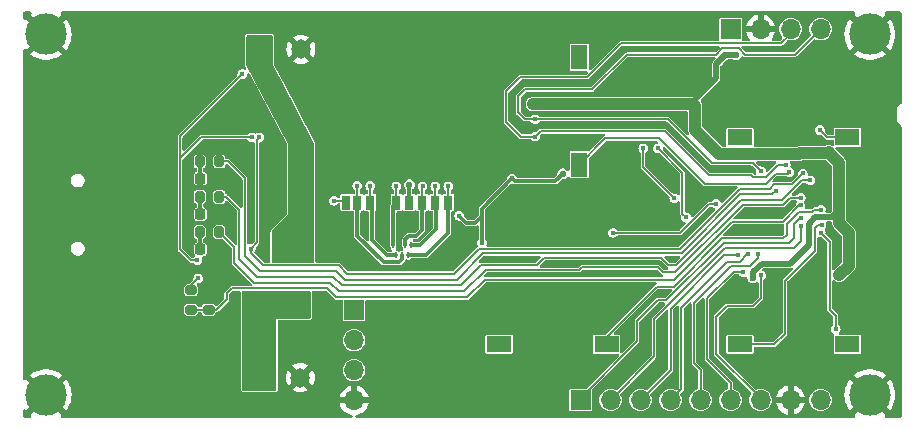
<source format=gbl>
%TF.GenerationSoftware,KiCad,Pcbnew,8.0.2*%
%TF.CreationDate,2024-06-21T01:26:05+01:00*%
%TF.ProjectId,ESP32S3_PCB_V1,45535033-3253-4335-9f50-43425f56312e,1*%
%TF.SameCoordinates,Original*%
%TF.FileFunction,Copper,L4,Bot*%
%TF.FilePolarity,Positive*%
%FSLAX46Y46*%
G04 Gerber Fmt 4.6, Leading zero omitted, Abs format (unit mm)*
G04 Created by KiCad (PCBNEW 8.0.2) date 2024-06-21 01:26:05*
%MOMM*%
%LPD*%
G01*
G04 APERTURE LIST*
G04 Aperture macros list*
%AMRoundRect*
0 Rectangle with rounded corners*
0 $1 Rounding radius*
0 $2 $3 $4 $5 $6 $7 $8 $9 X,Y pos of 4 corners*
0 Add a 4 corners polygon primitive as box body*
4,1,4,$2,$3,$4,$5,$6,$7,$8,$9,$2,$3,0*
0 Add four circle primitives for the rounded corners*
1,1,$1+$1,$2,$3*
1,1,$1+$1,$4,$5*
1,1,$1+$1,$6,$7*
1,1,$1+$1,$8,$9*
0 Add four rect primitives between the rounded corners*
20,1,$1+$1,$2,$3,$4,$5,0*
20,1,$1+$1,$4,$5,$6,$7,0*
20,1,$1+$1,$6,$7,$8,$9,0*
20,1,$1+$1,$8,$9,$2,$3,0*%
G04 Aperture macros list end*
%TA.AperFunction,ComponentPad*%
%ADD10C,3.500000*%
%TD*%
%TA.AperFunction,ComponentPad*%
%ADD11R,1.700000X1.700000*%
%TD*%
%TA.AperFunction,ComponentPad*%
%ADD12O,1.700000X1.700000*%
%TD*%
%TA.AperFunction,ComponentPad*%
%ADD13R,1.650000X1.650000*%
%TD*%
%TA.AperFunction,ComponentPad*%
%ADD14C,1.650000*%
%TD*%
%TA.AperFunction,ComponentPad*%
%ADD15R,0.500000X0.900000*%
%TD*%
%TA.AperFunction,SMDPad,CuDef*%
%ADD16R,0.750000X1.250000*%
%TD*%
%TA.AperFunction,SMDPad,CuDef*%
%ADD17R,1.050000X1.250000*%
%TD*%
%TA.AperFunction,SMDPad,CuDef*%
%ADD18R,1.000000X1.200000*%
%TD*%
%TA.AperFunction,SMDPad,CuDef*%
%ADD19R,1.050000X0.850000*%
%TD*%
%TA.AperFunction,SMDPad,CuDef*%
%ADD20R,1.050000X2.849999*%
%TD*%
%TA.AperFunction,SMDPad,CuDef*%
%ADD21R,1.350000X1.950000*%
%TD*%
%TA.AperFunction,SMDPad,CuDef*%
%ADD22R,1.400000X2.100000*%
%TD*%
%TA.AperFunction,SMDPad,CuDef*%
%ADD23RoundRect,0.200000X0.200000X0.275000X-0.200000X0.275000X-0.200000X-0.275000X0.200000X-0.275000X0*%
%TD*%
%TA.AperFunction,SMDPad,CuDef*%
%ADD24R,2.100000X1.400000*%
%TD*%
%TA.AperFunction,SMDPad,CuDef*%
%ADD25RoundRect,0.218750X0.218750X0.256250X-0.218750X0.256250X-0.218750X-0.256250X0.218750X-0.256250X0*%
%TD*%
%TA.AperFunction,SMDPad,CuDef*%
%ADD26RoundRect,0.200000X0.275000X-0.200000X0.275000X0.200000X-0.275000X0.200000X-0.275000X-0.200000X0*%
%TD*%
%TA.AperFunction,SMDPad,CuDef*%
%ADD27RoundRect,0.200000X-0.275000X0.200000X-0.275000X-0.200000X0.275000X-0.200000X0.275000X0.200000X0*%
%TD*%
%TA.AperFunction,SMDPad,CuDef*%
%ADD28R,0.200000X0.530000*%
%TD*%
%TA.AperFunction,ViaPad*%
%ADD29C,0.450000*%
%TD*%
%TA.AperFunction,ViaPad*%
%ADD30C,0.700000*%
%TD*%
%TA.AperFunction,ViaPad*%
%ADD31C,0.550000*%
%TD*%
%TA.AperFunction,ViaPad*%
%ADD32C,0.600000*%
%TD*%
%TA.AperFunction,Conductor*%
%ADD33C,0.500000*%
%TD*%
%TA.AperFunction,Conductor*%
%ADD34C,1.000000*%
%TD*%
%TA.AperFunction,Conductor*%
%ADD35C,0.300000*%
%TD*%
%TA.AperFunction,Conductor*%
%ADD36C,0.200000*%
%TD*%
%TA.AperFunction,Conductor*%
%ADD37C,0.180000*%
%TD*%
%TA.AperFunction,Conductor*%
%ADD38C,0.199400*%
%TD*%
G04 APERTURE END LIST*
D10*
%TO.P,H4,1,1*%
%TO.N,GND*%
X183500000Y-109750000D03*
%TD*%
D11*
%TO.P,J4,1,Pin_1*%
%TO.N,/GPIO3*%
X159000000Y-110200000D03*
D12*
%TO.P,J4,2,Pin_2*%
%TO.N,/ELECTROMAGNET*%
X161540000Y-110200000D03*
%TO.P,J4,3,Pin_3*%
%TO.N,/GPIO38*%
X164080000Y-110200000D03*
%TO.P,J4,4,Pin_4*%
%TO.N,/MTDO*%
X166620000Y-110200000D03*
%TO.P,J4,5,Pin_5*%
%TO.N,/MTDI*%
X169160000Y-110200000D03*
%TO.P,J4,6,Pin_6*%
%TO.N,/MTCK*%
X171700000Y-110200000D03*
%TO.P,J4,7,Pin_7*%
%TO.N,/MTMS*%
X174240000Y-110200000D03*
%TO.P,J4,8,Pin_8*%
%TO.N,GND*%
X176780000Y-110200000D03*
%TO.P,J4,9,Pin_9*%
%TO.N,+3.3V*%
X179320000Y-110200000D03*
%TD*%
D11*
%TO.P,J2,1,Pin_1*%
%TO.N,VBUS*%
X139825000Y-102597501D03*
D12*
%TO.P,J2,2,Pin_2*%
%TO.N,Net-(J2-Pin_2)*%
X139825000Y-105137501D03*
%TO.P,J2,3,Pin_3*%
%TO.N,Net-(J2-Pin_3)*%
X139825000Y-107677500D03*
%TO.P,J2,4,Pin_4*%
%TO.N,GND*%
X139825000Y-110217501D03*
%TD*%
D13*
%TO.P,BAT,1,Pin_1*%
%TO.N,VBAT*%
X131825000Y-80500000D03*
D14*
%TO.P,BAT,2,Pin_2*%
%TO.N,GND*%
X135325000Y-80500000D03*
%TD*%
D10*
%TO.P,H2,1,1*%
%TO.N,GND*%
X113750000Y-79250000D03*
%TD*%
%TO.P,H1,1,1*%
%TO.N,GND*%
X183500000Y-79250000D03*
%TD*%
%TO.P,H3,1,1*%
%TO.N,GND*%
X113750000Y-109750000D03*
%TD*%
D13*
%TO.P,LOAD,1,Pin_1*%
%TO.N,/SYS*%
X131775000Y-108300000D03*
D14*
%TO.P,LOAD,2,Pin_2*%
%TO.N,GND*%
X135275000Y-108300000D03*
%TD*%
D15*
%TO.P,AE1,2,Ground_Via*%
%TO.N,GND*%
X185925000Y-99800000D03*
%TD*%
D11*
%TO.P,J6,1,Pin_1*%
%TO.N,+3.3V*%
X171700000Y-78800000D03*
D12*
%TO.P,J6,2,Pin_2*%
%TO.N,GND*%
X174240000Y-78800000D03*
%TO.P,J6,3,Pin_3*%
%TO.N,/SCL*%
X176780000Y-78800000D03*
%TO.P,J6,4,Pin_4*%
%TO.N,/SDA*%
X179320000Y-78800000D03*
%TD*%
D16*
%TO.P,J5,1,DAT2*%
%TO.N,/SD_DAT2*%
X147800014Y-93484950D03*
%TO.P,J5,2,CD/DAT3*%
%TO.N,/SD_DAT3*%
X146700014Y-93484950D03*
%TO.P,J5,3,CMD*%
%TO.N,/SD_CMD*%
X145600013Y-93484950D03*
%TO.P,J5,4,VDD*%
%TO.N,+3.3V*%
X144500013Y-93484950D03*
%TO.P,J5,5,CLK*%
%TO.N,/SD_CLK*%
X143400015Y-93484950D03*
%TO.P,J5,6,VSS*%
%TO.N,GND*%
X142300015Y-93484950D03*
%TO.P,J5,7,DAT0*%
%TO.N,/SD_DAT0*%
X141200014Y-93484950D03*
%TO.P,J5,8,DAT1*%
%TO.N,/SD_DAT1*%
X140100014Y-93484950D03*
%TO.P,J5,9,Card_Detect*%
%TO.N,/SD_CARD_DETECT*%
X139150014Y-93484950D03*
D17*
%TO.P,J5,10,MP1*%
%TO.N,GND*%
X149350054Y-93484950D03*
D18*
%TO.P,J5,11,MP2*%
X138199962Y-89184951D03*
D19*
%TO.P,J5,12,MP3*%
X138199962Y-82984950D03*
D20*
%TO.P,J5,13,MP4*%
X138199962Y-78834948D03*
D21*
%TO.P,J5,14,MP5*%
X151699935Y-78384949D03*
%TD*%
D22*
%TO.P,MENU,1,1*%
%TO.N,GND*%
X154420000Y-90275000D03*
X154420000Y-81175000D03*
%TO.P,MENU,2,2*%
%TO.N,/MENU*%
X158880000Y-90275000D03*
X158880000Y-81175000D03*
%TD*%
D23*
%TO.P,R32,1*%
%TO.N,/LED2*%
X128415000Y-92990000D03*
%TO.P,R32,2*%
%TO.N,Net-(D2-A)*%
X126765000Y-92990000D03*
%TD*%
D24*
%TO.P,SLEEP,1,1*%
%TO.N,GND*%
X172500000Y-101020000D03*
X181600000Y-101020000D03*
%TO.P,SLEEP,2,2*%
%TO.N,/DEEP_SLEEP*%
X172500000Y-105480000D03*
X181600000Y-105480000D03*
%TD*%
D25*
%TO.P,CHG,1,K*%
%TO.N,GND*%
X128377501Y-94450000D03*
%TO.P,CHG,2,A*%
%TO.N,Net-(D2-A)*%
X126802499Y-94450000D03*
%TD*%
D24*
%TO.P,S-MENU,1,1*%
%TO.N,GND*%
X152100000Y-101020000D03*
X161200000Y-101020000D03*
%TO.P,S-MENU,2,2*%
%TO.N,/SUBMENU*%
X152100000Y-105480000D03*
X161200000Y-105480000D03*
%TD*%
D26*
%TO.P,R6,1*%
%TO.N,/VBUS_MONITOR*%
X127500000Y-102550000D03*
%TO.P,R6,2*%
%TO.N,GND*%
X127500000Y-100900000D03*
%TD*%
D25*
%TO.P,ERR,1,K*%
%TO.N,GND*%
X128377501Y-97450000D03*
%TO.P,ERR,2,A*%
%TO.N,Net-(D1-A)*%
X126802499Y-97450000D03*
%TD*%
D27*
%TO.P,R5,1*%
%TO.N,/VBUS_FILT*%
X126025000Y-100900000D03*
%TO.P,R5,2*%
%TO.N,/VBUS_MONITOR*%
X126025000Y-102550000D03*
%TD*%
D24*
%TO.P,ACT,1,1*%
%TO.N,GND*%
X172500000Y-83495000D03*
X181600000Y-83495000D03*
%TO.P,ACT,2,2*%
%TO.N,/ACTIVATE*%
X172500000Y-87955000D03*
X181600000Y-87955000D03*
%TD*%
D25*
%TO.P,SYNC,1,K*%
%TO.N,GND*%
X128377501Y-91450000D03*
%TO.P,SYNC,2,A*%
%TO.N,Net-(D3-A)*%
X126802499Y-91450000D03*
%TD*%
D23*
%TO.P,R30,1*%
%TO.N,/LED1*%
X128415000Y-95990000D03*
%TO.P,R30,2*%
%TO.N,Net-(D1-A)*%
X126765000Y-95990000D03*
%TD*%
D28*
%TO.P,U9,1,CH1*%
%TO.N,/SD_CLK*%
X143150000Y-97110000D03*
%TO.P,U9,2,GND*%
%TO.N,GND*%
X143650000Y-97110000D03*
%TO.P,U9,3,CH2*%
%TO.N,/SD_CMD*%
X144150000Y-97110000D03*
%TO.P,U9,4,CH3*%
%TO.N,/SD_DAT3*%
X144650000Y-97110000D03*
%TO.P,U9,5,CH4*%
%TO.N,/SD_DAT2*%
X144400000Y-97940000D03*
%TO.P,U9,6,CH5*%
%TO.N,/SD_DAT1*%
X143900000Y-97940000D03*
%TO.P,U9,7,CH6*%
%TO.N,/SD_DAT0*%
X143400000Y-97940000D03*
%TD*%
D23*
%TO.P,R36,1*%
%TO.N,/LED3*%
X128415000Y-89990000D03*
%TO.P,R36,2*%
%TO.N,Net-(D3-A)*%
X126765000Y-89990000D03*
%TD*%
D29*
%TO.N,GND*%
X174700000Y-90290000D03*
X185420000Y-81280000D03*
X174500000Y-83250000D03*
X150950000Y-83880000D03*
X140025000Y-80300000D03*
X115430000Y-89450000D03*
X157740000Y-101170000D03*
X175500000Y-102700000D03*
X159300000Y-107450000D03*
X141400000Y-106400000D03*
X178000000Y-102900000D03*
X140190000Y-98750000D03*
X167500000Y-95280000D03*
X184150000Y-90170000D03*
X185090000Y-98395000D03*
X156800000Y-106350000D03*
X129350000Y-105275000D03*
D30*
X119875000Y-98250000D03*
D29*
X149600000Y-107450000D03*
X150660000Y-101190000D03*
X129175000Y-98300000D03*
X125760000Y-94610000D03*
X118580000Y-80880000D03*
X128550000Y-101475000D03*
X165890000Y-101180000D03*
X158690000Y-98690000D03*
X133080000Y-92080000D03*
X154000000Y-96800000D03*
X173550000Y-103650000D03*
X165340000Y-110180000D03*
X177500000Y-104900000D03*
X184150000Y-85090000D03*
X166010000Y-103260000D03*
X184150000Y-82550000D03*
X170900000Y-86650000D03*
D31*
X169450000Y-78850000D03*
D29*
X121860000Y-90370000D03*
X114150000Y-94500000D03*
X185420000Y-106680000D03*
X131070000Y-90060000D03*
X177500000Y-105500000D03*
X154870000Y-102240000D03*
D30*
X175750000Y-95850000D03*
D29*
X119360000Y-94000000D03*
X176700000Y-106250000D03*
X121825000Y-78425000D03*
X163650000Y-92350000D03*
X184150000Y-95250000D03*
X183430000Y-96995000D03*
X156270000Y-90090000D03*
X142700000Y-92100000D03*
X179950000Y-105575000D03*
X124260000Y-107960000D03*
X155100000Y-98290000D03*
X184150000Y-87630000D03*
X171100000Y-101200000D03*
X144450000Y-103040000D03*
X155150000Y-87150000D03*
X172350000Y-106600000D03*
X180720000Y-96970000D03*
X172925000Y-102775000D03*
X185850000Y-96650000D03*
X145090000Y-98740000D03*
X156438600Y-110160000D03*
X159300000Y-105350000D03*
X165400000Y-92350000D03*
X119970000Y-103070000D03*
D31*
X142976881Y-106628421D03*
D29*
X161900000Y-92350000D03*
X171720000Y-103680000D03*
X184260000Y-98395000D03*
X184150000Y-100330000D03*
X148650000Y-96950000D03*
X142030000Y-96550000D03*
X163650000Y-93700000D03*
X129240000Y-91460000D03*
X154300000Y-105350000D03*
X115390000Y-99700000D03*
X149600000Y-105325000D03*
X185420000Y-104140000D03*
X166930000Y-96690000D03*
X168090000Y-104170000D03*
X141990000Y-99000000D03*
X170830000Y-90650000D03*
X146180000Y-94510000D03*
X126300000Y-80800000D03*
X169990000Y-93100000D03*
X164920000Y-88610000D03*
X174000000Y-106250000D03*
X159225000Y-88250000D03*
X165000000Y-107450000D03*
X146750000Y-102100000D03*
X146200000Y-91625000D03*
X174150000Y-104250000D03*
X173000000Y-86750000D03*
X119920000Y-94000000D03*
X145630000Y-83870000D03*
X176900000Y-85825000D03*
X176690000Y-83130000D03*
X174300000Y-88450000D03*
D31*
X144750000Y-95550000D03*
D29*
X131100000Y-96600000D03*
X145470000Y-102380000D03*
X175650000Y-100300000D03*
X177150000Y-102900000D03*
X177150000Y-102200000D03*
X144750000Y-79500000D03*
X173800000Y-83250000D03*
X174700000Y-86750000D03*
X185420000Y-88900000D03*
X156270000Y-79130000D03*
X159890000Y-103260000D03*
X177550000Y-87550000D03*
X182600000Y-96995000D03*
X141900000Y-92100000D03*
X144700000Y-107450000D03*
X164550000Y-105350000D03*
X148500000Y-92075000D03*
X155050000Y-95190000D03*
X118480000Y-107950000D03*
X162630000Y-102220000D03*
X152240000Y-90750000D03*
X137470997Y-93325000D03*
X175300000Y-106250000D03*
X185800000Y-98750000D03*
X184150000Y-92710000D03*
X154300000Y-107450000D03*
X150200000Y-91350000D03*
X172150000Y-84450000D03*
X152530000Y-103260000D03*
X124700000Y-101425000D03*
X153100000Y-81580000D03*
X149758400Y-94624999D03*
D30*
X174250000Y-95850000D03*
D29*
X129750000Y-101500000D03*
D30*
X175750000Y-94350000D03*
D29*
X162100000Y-84130000D03*
X161570000Y-81560000D03*
X181350000Y-85600000D03*
X139375000Y-92075000D03*
X179000000Y-98390000D03*
X169140000Y-106260000D03*
X175650000Y-101100000D03*
X185090000Y-96995000D03*
X160780000Y-99480000D03*
X174250000Y-102800000D03*
X137760000Y-87880000D03*
X174150000Y-103650000D03*
X166650000Y-98300000D03*
X151220000Y-104280000D03*
X129220000Y-94440000D03*
X145075000Y-87650000D03*
X114740000Y-104710000D03*
X183430000Y-98395000D03*
X167048210Y-92440000D03*
X114750000Y-84375000D03*
D31*
X144760000Y-94820000D03*
D29*
X171024998Y-105050000D03*
X144750000Y-105300000D03*
X140680000Y-94510000D03*
X164190000Y-79170000D03*
X182600000Y-99400000D03*
X160650000Y-91050000D03*
X175900000Y-86450000D03*
X177150000Y-101500000D03*
X179950000Y-104200000D03*
X130844529Y-87400153D03*
X184150000Y-105410000D03*
X185420000Y-91440000D03*
X165970000Y-104290000D03*
X178100000Y-105500000D03*
X149340000Y-79250000D03*
X185420000Y-93980000D03*
X184260000Y-96995000D03*
X122180000Y-84930000D03*
X185420000Y-86360000D03*
D31*
X172200000Y-99900000D03*
D29*
X129175000Y-97450000D03*
D30*
X174250000Y-94350000D03*
D29*
X177090000Y-90260000D03*
X148050000Y-98275000D03*
D31*
X168700000Y-83650000D03*
D29*
X161140000Y-95740000D03*
X176400000Y-80410000D03*
X175850000Y-88450000D03*
X126275000Y-87700000D03*
X145100000Y-91650000D03*
X185420000Y-83820000D03*
X185420000Y-101600000D03*
X129420000Y-109620000D03*
X175200000Y-83250000D03*
X176880000Y-84430000D03*
X139510000Y-84010000D03*
X132100000Y-92080000D03*
X157110000Y-104300000D03*
X146610000Y-98440000D03*
X175650000Y-101900000D03*
X184150000Y-102870000D03*
X182290000Y-95170000D03*
X180700000Y-98500000D03*
X163650000Y-91000000D03*
X178950000Y-102900000D03*
D30*
%TO.N,+3.3V*%
X156100000Y-85150000D03*
D32*
X173600000Y-99842178D03*
D31*
X171250000Y-81000000D03*
X144500000Y-91975000D03*
X172150000Y-81000000D03*
D30*
X157200000Y-85150000D03*
X177550000Y-89320000D03*
D32*
X168700000Y-85300000D03*
D30*
X180010000Y-89200000D03*
X154950000Y-85150000D03*
X180900000Y-99700000D03*
D29*
%TO.N,/GPIO0*%
X179334153Y-96025546D03*
X180600003Y-104200000D03*
%TO.N,/VBUS_FILT*%
X126625000Y-99900000D03*
D30*
%TO.N,/SYS*%
X134200000Y-101490000D03*
X132800000Y-101490000D03*
X135600000Y-101490000D03*
%TO.N,VBAT*%
X133550000Y-98050000D03*
X133550000Y-96050000D03*
X133550000Y-97050000D03*
D29*
%TO.N,+1V8*%
X150650000Y-96900000D03*
X153200130Y-91443381D03*
X148720000Y-94600000D03*
D31*
X157500000Y-91050000D03*
D29*
%TO.N,/SD_DAT3*%
X146700000Y-92100000D03*
%TO.N,/SD_CMD*%
X145625000Y-92100000D03*
%TO.N,/SD_CLK*%
X143400000Y-92100000D03*
%TO.N,/SD_DAT0*%
X141200000Y-92075000D03*
%TO.N,/SD_DAT2*%
X147800000Y-92100000D03*
%TO.N,/SD_DAT1*%
X140100000Y-92050000D03*
%TO.N,/SD_CARD_DETECT*%
X138100000Y-93325000D03*
%TO.N,/SCL*%
X155175000Y-87900000D03*
X176380000Y-90290000D03*
%TO.N,/SDA*%
X174273266Y-90825523D03*
X155150000Y-86425000D03*
%TO.N,/GPIO3*%
X177690753Y-94791938D03*
%TO.N,/MTDI*%
X174000000Y-97877491D03*
%TO.N,/ELECTROMAGNET*%
X177625000Y-95448414D03*
%TO.N,/MTCK*%
X172775000Y-99400000D03*
%TO.N,/MTDO*%
X173200000Y-97877491D03*
%TO.N,/GPIO38*%
X172357440Y-97914240D03*
%TO.N,/MTMS*%
X174285001Y-99650000D03*
%TO.N,/SPICLK*%
X166930000Y-93120000D03*
X164300000Y-88890000D03*
%TO.N,/SPID*%
X167924338Y-94729981D03*
X165550000Y-88880000D03*
%TO.N,/VBUS_MONITOR*%
X177625000Y-93730001D03*
%TO.N,/LED1*%
X177642578Y-93080238D03*
%TO.N,/STAT1*%
X130350000Y-82600000D03*
X126560000Y-98380000D03*
X131150000Y-87950000D03*
%TO.N,/STAT2*%
X131800000Y-87950000D03*
X177816800Y-91016800D03*
X131080000Y-97380000D03*
%TO.N,/LED2*%
X178450000Y-91600000D03*
%TO.N,/LED3*%
X175575691Y-92475000D03*
%TO.N,/MENU*%
X176690000Y-90910000D03*
%TO.N,/SUBMENU*%
X179355000Y-94075000D03*
%TO.N,/ACTIVATE*%
X179256715Y-87331003D03*
%TO.N,/DEEP_SLEEP*%
X179400000Y-95400000D03*
%TO.N,/SPICS0*%
X170476321Y-93573852D03*
X161750000Y-96050000D03*
%TD*%
D33*
%TO.N,+3.3V*%
X171250000Y-81000000D02*
X170475000Y-81775000D01*
X168700000Y-84750000D02*
X168700000Y-85300000D01*
D34*
X180070000Y-89260000D02*
X180070000Y-89320000D01*
X180900000Y-95228450D02*
X181696000Y-96024450D01*
X168700000Y-85300000D02*
X168550000Y-85150000D01*
D33*
X173600000Y-99380406D02*
X174330406Y-98650000D01*
D34*
X180070000Y-89320000D02*
X180900000Y-90150000D01*
X181696000Y-96024450D02*
X181696000Y-98824000D01*
X170750000Y-89355000D02*
X168700000Y-87305000D01*
D33*
X178300000Y-97050000D02*
X178300000Y-95320405D01*
D34*
X180900000Y-94080000D02*
X180900000Y-94625000D01*
D33*
X171250000Y-81000000D02*
X172150000Y-81000000D01*
X173600000Y-99842178D02*
X173600000Y-99380406D01*
D34*
X177550000Y-89320000D02*
X177515000Y-89355000D01*
X168550000Y-85150000D02*
X154950000Y-85150000D01*
D33*
X174330406Y-98650000D02*
X176700000Y-98650000D01*
D34*
X180010000Y-89200000D02*
X180070000Y-89260000D01*
X177515000Y-89355000D02*
X170750000Y-89355000D01*
D33*
X180250000Y-94730000D02*
X180900000Y-94080000D01*
X170475000Y-81775000D02*
X170475000Y-82975000D01*
D34*
X177550000Y-89320000D02*
X179890000Y-89320000D01*
D33*
X180775000Y-94750000D02*
X180900000Y-94625000D01*
X176700000Y-98650000D02*
X178300000Y-97050000D01*
X178300000Y-95320405D02*
X178890405Y-94730000D01*
X178890405Y-94730000D02*
X180250000Y-94730000D01*
D35*
X144500013Y-93484950D02*
X144500013Y-91975013D01*
X144500013Y-91975013D02*
X144500000Y-91975000D01*
D34*
X168700000Y-87305000D02*
X168700000Y-85300000D01*
X181696000Y-98824000D02*
X180900000Y-99620000D01*
X179890000Y-89320000D02*
X180010000Y-89200000D01*
X180900000Y-90150000D02*
X180900000Y-94080000D01*
X180900000Y-94625000D02*
X180900000Y-95228450D01*
D33*
X170475000Y-82975000D02*
X168700000Y-84750000D01*
D36*
%TO.N,/GPIO0*%
X179334153Y-96025546D02*
X180100000Y-96791393D01*
X180600003Y-103057540D02*
X180600003Y-104200000D01*
X180100000Y-96791393D02*
X180100000Y-102557537D01*
X180100000Y-102557537D02*
X180600003Y-103057540D01*
D37*
%TO.N,/VBUS_FILT*%
X126025000Y-100500000D02*
X126625000Y-99900000D01*
X126025000Y-100900000D02*
X126025000Y-100500000D01*
D35*
%TO.N,+1V8*%
X150650000Y-94649052D02*
X150650000Y-93993511D01*
X157500000Y-91050000D02*
X156875000Y-91675000D01*
X149319999Y-95199999D02*
X150099053Y-95199999D01*
X148720000Y-94600000D02*
X149319999Y-95199999D01*
X156875000Y-91675000D02*
X153431749Y-91675000D01*
X150099053Y-95199999D02*
X150650000Y-94649052D01*
X150650000Y-93993511D02*
X150650000Y-96900000D01*
X153431749Y-91675000D02*
X153200130Y-91443381D01*
X153200130Y-91443381D02*
X150650000Y-93993511D01*
%TO.N,Net-(D1-A)*%
X126765000Y-95990000D02*
X126765000Y-97412501D01*
X126765000Y-97412501D02*
X126802499Y-97450000D01*
%TO.N,Net-(D2-A)*%
X126765000Y-94412501D02*
X126802499Y-94450000D01*
X126765000Y-92990000D02*
X126765000Y-94412501D01*
%TO.N,Net-(D3-A)*%
X126765000Y-91412501D02*
X126802499Y-91450000D01*
X126765000Y-89990000D02*
X126765000Y-91412501D01*
%TO.N,/SD_DAT3*%
X146780000Y-93564936D02*
X146780000Y-95695000D01*
X146780000Y-95695000D02*
X145365000Y-97110000D01*
D38*
X146700014Y-93484950D02*
X146700014Y-92100014D01*
D35*
X146700014Y-93484950D02*
X146780000Y-93564936D01*
D38*
X146700014Y-92100014D02*
X146700000Y-92100000D01*
D35*
X145365000Y-97110000D02*
X144650000Y-97110000D01*
%TO.N,/SD_CMD*%
X144150000Y-96600000D02*
X144150000Y-97110000D01*
D38*
X145600013Y-93484950D02*
X145600013Y-92124987D01*
D35*
X145600013Y-93484950D02*
X145600013Y-95799987D01*
X144450000Y-96300000D02*
X144150000Y-96600000D01*
X145100000Y-96300000D02*
X144450000Y-96300000D01*
X145600013Y-95799987D02*
X145100000Y-96300000D01*
D38*
X145600013Y-92124987D02*
X145625000Y-92100000D01*
D35*
%TO.N,/SD_CLK*%
X143400015Y-93484950D02*
X143150000Y-93734965D01*
D38*
X143400015Y-93484950D02*
X143400015Y-92100015D01*
D35*
X143150000Y-93734965D02*
X143150000Y-97110000D01*
D38*
X143400015Y-92100015D02*
X143400000Y-92100000D01*
%TO.N,/SD_DAT0*%
X141200014Y-93484950D02*
X141200014Y-92075014D01*
D35*
X141200014Y-93484950D02*
X141330000Y-93614936D01*
D38*
X141200014Y-92075014D02*
X141200000Y-92075000D01*
D35*
X141330000Y-96640000D02*
X142630000Y-97940000D01*
X142630000Y-97940000D02*
X143400000Y-97940000D01*
X141330000Y-93614936D02*
X141330000Y-96640000D01*
%TO.N,/SD_DAT2*%
X147800014Y-96024986D02*
X145885000Y-97940000D01*
D38*
X147800014Y-93484950D02*
X147800014Y-92100014D01*
D35*
X147800014Y-93484950D02*
X147800014Y-96024986D01*
D38*
X147800014Y-92100014D02*
X147800000Y-92100000D01*
D35*
X145885000Y-97940000D02*
X144400000Y-97940000D01*
%TO.N,/SD_DAT1*%
X143645000Y-98555000D02*
X143900000Y-98300000D01*
D38*
X140100014Y-92050014D02*
X140100000Y-92050000D01*
X140100014Y-93484950D02*
X140100014Y-92050014D01*
D35*
X142320000Y-98550000D02*
X142945000Y-98550000D01*
X143900000Y-98300000D02*
X143900000Y-97940000D01*
X142945000Y-98550000D02*
X142950000Y-98555000D01*
X140100014Y-96330014D02*
X142320000Y-98550000D01*
X142950000Y-98555000D02*
X143645000Y-98555000D01*
X140100014Y-93484950D02*
X140100014Y-96330014D01*
D37*
%TO.N,/SD_CARD_DETECT*%
X138990064Y-93325000D02*
X138100000Y-93325000D01*
X139150014Y-93484950D02*
X138990064Y-93325000D01*
%TO.N,/SCL*%
X169850000Y-91150000D02*
X166150000Y-87450000D01*
X152690000Y-84060000D02*
X153900000Y-82850000D01*
X176780000Y-79170000D02*
X176780000Y-78800000D01*
X162385000Y-80015000D02*
X175935000Y-80015000D01*
X176380000Y-90290000D02*
X175710000Y-90290000D01*
X173450000Y-91150000D02*
X169850000Y-91150000D01*
X166150000Y-87450000D02*
X155625000Y-87450000D01*
X152690000Y-86630000D02*
X152690000Y-84060000D01*
X159550000Y-82850000D02*
X162385000Y-80015000D01*
X174679701Y-91320299D02*
X173620299Y-91320299D01*
X175935000Y-80015000D02*
X176780000Y-79170000D01*
X153960000Y-87900000D02*
X152690000Y-86630000D01*
X153900000Y-82850000D02*
X159550000Y-82850000D01*
X155175000Y-87900000D02*
X153960000Y-87900000D01*
X155625000Y-87450000D02*
X155175000Y-87900000D01*
X175710000Y-90290000D02*
X174679701Y-91320299D01*
X173620299Y-91320299D02*
X173450000Y-91150000D01*
%TO.N,/SDA*%
X174273266Y-90825523D02*
X173597743Y-90150000D01*
X154305000Y-86425000D02*
X153730000Y-85850000D01*
X153730000Y-85850000D02*
X153730000Y-84490000D01*
X172899031Y-80950000D02*
X177170000Y-80950000D01*
X177170000Y-80950000D02*
X179320000Y-78800000D01*
X154320000Y-83900000D02*
X160000000Y-83900000D01*
X162950000Y-80950000D02*
X170500969Y-80950000D01*
X172384031Y-80435000D02*
X172899031Y-80950000D01*
X160000000Y-83900000D02*
X162950000Y-80950000D01*
X170125000Y-90150000D02*
X166400000Y-86425000D01*
X166400000Y-86425000D02*
X155150000Y-86425000D01*
X155150000Y-86425000D02*
X154305000Y-86425000D01*
X173597743Y-90150000D02*
X170125000Y-90150000D01*
X153730000Y-84490000D02*
X154320000Y-83900000D01*
X171015969Y-80435000D02*
X172384031Y-80435000D01*
X170500969Y-80950000D02*
X171015969Y-80435000D01*
%TO.N,/GPIO3*%
X159000000Y-110010000D02*
X159000000Y-110200000D01*
X166272012Y-101752400D02*
X165522600Y-101752400D01*
X177553156Y-94791938D02*
X177050000Y-95295094D01*
X163775000Y-105235000D02*
X159000000Y-110010000D01*
X171124412Y-96900000D02*
X166272012Y-101752400D01*
X177050000Y-96500000D02*
X176650000Y-96900000D01*
X176650000Y-96900000D02*
X171124412Y-96900000D01*
X165522600Y-101752400D02*
X163775000Y-103500000D01*
X177690753Y-94791938D02*
X177553156Y-94791938D01*
X163775000Y-103500000D02*
X163775000Y-105235000D01*
X177050000Y-95295094D02*
X177050000Y-96500000D01*
%TO.N,/MTDI*%
X174000000Y-97877491D02*
X174000000Y-98200000D01*
X168600000Y-102000000D02*
X168600000Y-107090000D01*
X173315000Y-98885000D02*
X171715000Y-98885000D01*
X174000000Y-98200000D02*
X173315000Y-98885000D01*
X171715000Y-98885000D02*
X168600000Y-102000000D01*
X168600000Y-107090000D02*
X169160000Y-107650000D01*
X169160000Y-107650000D02*
X169160000Y-110200000D01*
%TO.N,/ELECTROMAGNET*%
X177050000Y-97350000D02*
X171211814Y-97350000D01*
X171211814Y-97350000D02*
X165225000Y-103336814D01*
X177625000Y-95448414D02*
X177625000Y-96775000D01*
X177625000Y-96775000D02*
X177050000Y-97350000D01*
X165225000Y-103336814D02*
X165225000Y-106515000D01*
X165225000Y-106515000D02*
X161540000Y-110200000D01*
%TO.N,/MTCK*%
X169700000Y-106750000D02*
X171700000Y-108750000D01*
X171700000Y-108750000D02*
X171700000Y-110200000D01*
X171965000Y-99335000D02*
X169700000Y-101600000D01*
X172775000Y-99400000D02*
X172710000Y-99335000D01*
X169700000Y-101600000D02*
X169700000Y-106750000D01*
X172710000Y-99335000D02*
X171965000Y-99335000D01*
%TO.N,/MTDO*%
X171395000Y-98505000D02*
X167530000Y-102370000D01*
X173200000Y-97877491D02*
X173122509Y-97877491D01*
X167530000Y-102370000D02*
X167530000Y-109290000D01*
X172495000Y-98505000D02*
X171395000Y-98505000D01*
X167530000Y-109290000D02*
X166620000Y-110200000D01*
X173122509Y-97877491D02*
X172495000Y-98505000D01*
%TO.N,/GPIO38*%
X171184976Y-97914240D02*
X166630000Y-102469216D01*
X172357440Y-97914240D02*
X171184976Y-97914240D01*
X166630000Y-102469216D02*
X166630000Y-107650000D01*
X166630000Y-107650000D02*
X164080000Y-110200000D01*
%TO.N,/MTMS*%
X174285001Y-101564999D02*
X173590000Y-102260000D01*
X173590000Y-102260000D02*
X171390000Y-102260000D01*
X170500000Y-106300000D02*
X174240000Y-110040000D01*
X174285001Y-99650000D02*
X174285001Y-101564999D01*
X174240000Y-110040000D02*
X174240000Y-110200000D01*
X170500000Y-103150000D02*
X170500000Y-106300000D01*
X171390000Y-102260000D02*
X170500000Y-103150000D01*
%TO.N,/SPICLK*%
X164300000Y-90480000D02*
X166930000Y-93110000D01*
X164300000Y-88890000D02*
X164300000Y-90480000D01*
X166930000Y-93110000D02*
X166930000Y-93120000D01*
%TO.N,/SPID*%
X165550000Y-88880000D02*
X167610000Y-90940000D01*
X167610000Y-94415643D02*
X167924338Y-94729981D01*
X167610000Y-90940000D02*
X167610000Y-94415643D01*
%TO.N,/VBUS_MONITOR*%
X137550000Y-100750000D02*
X129475000Y-100750000D01*
X127500000Y-102550000D02*
X126025000Y-102550000D01*
X149425000Y-101500000D02*
X138300000Y-101500000D01*
X129044000Y-101181000D02*
X129044000Y-101681000D01*
X177486968Y-93730001D02*
X176116969Y-95100000D01*
X177625000Y-93730001D02*
X177486968Y-93730001D01*
X129475000Y-100750000D02*
X129044000Y-101181000D01*
X176116969Y-95100000D02*
X171849608Y-95100000D01*
X138300000Y-101500000D02*
X137550000Y-100750000D01*
X171849608Y-95100000D02*
X166949608Y-100000000D01*
X129044000Y-101681000D02*
X128175000Y-102550000D01*
X128175000Y-102550000D02*
X127500000Y-102550000D01*
X166949608Y-100000000D02*
X150925000Y-100000000D01*
X150925000Y-100000000D02*
X149425000Y-101500000D01*
%TO.N,/LED1*%
X149150000Y-101000000D02*
X138525000Y-101000000D01*
X129669000Y-98589000D02*
X129669000Y-97244000D01*
X166000000Y-99400000D02*
X165560000Y-98960000D01*
X176153815Y-93700000D02*
X172712206Y-93700000D01*
X150966000Y-99184000D02*
X149150000Y-101000000D01*
X138525000Y-101000000D02*
X137800000Y-100275000D01*
X159118622Y-98960000D02*
X158894622Y-99184000D01*
X172712206Y-93700000D02*
X167012206Y-99400000D01*
X129669000Y-97244000D02*
X128415000Y-95990000D01*
X176773577Y-93080238D02*
X176153815Y-93700000D01*
X165560000Y-98960000D02*
X159118622Y-98960000D01*
X131355000Y-100275000D02*
X129669000Y-98589000D01*
X177642578Y-93080238D02*
X176773577Y-93080238D01*
X167012206Y-99400000D02*
X166000000Y-99400000D01*
X137800000Y-100275000D02*
X131355000Y-100275000D01*
X158894622Y-99184000D02*
X150966000Y-99184000D01*
%TO.N,/STAT1*%
X130350000Y-82600000D02*
X125100000Y-87850000D01*
X125100000Y-89750000D02*
X125100000Y-97450000D01*
X125100000Y-87850000D02*
X125100000Y-89750000D01*
X131150000Y-87950000D02*
X126900000Y-87950000D01*
X126900000Y-87950000D02*
X125100000Y-89750000D01*
X126030000Y-98380000D02*
X126560000Y-98380000D01*
X125100000Y-97450000D02*
X126030000Y-98380000D01*
%TO.N,/STAT2*%
X167400001Y-97400000D02*
X150375000Y-97400000D01*
X131080000Y-97730000D02*
X131080000Y-97380000D01*
X172500001Y-92300000D02*
X167400001Y-97400000D01*
X175372371Y-91950000D02*
X175022371Y-92300000D01*
X148275000Y-99500000D02*
X139250000Y-99500000D01*
X132150000Y-98800000D02*
X131080000Y-97730000D01*
X150375000Y-97400000D02*
X148275000Y-99500000D01*
X177816800Y-91016800D02*
X176883600Y-91950000D01*
X176883600Y-91950000D02*
X175372371Y-91950000D01*
X131600000Y-96860000D02*
X131080000Y-97380000D01*
X139250000Y-99500000D02*
X138550000Y-98800000D01*
X131800000Y-87998622D02*
X131600000Y-88198622D01*
X131600000Y-88198622D02*
X131600000Y-96860000D01*
X138550000Y-98800000D02*
X132150000Y-98800000D01*
X131800000Y-87950000D02*
X131800000Y-87998622D01*
X175022371Y-92300000D02*
X172500001Y-92300000D01*
%TO.N,/LED2*%
X167080804Y-98794000D02*
X166445378Y-98794000D01*
X138075000Y-99800000D02*
X131640000Y-99800000D01*
X150566000Y-98784000D02*
X148850000Y-100500000D01*
X131640000Y-99800000D02*
X130110000Y-98270000D01*
X166445378Y-98794000D02*
X165847378Y-98196000D01*
X148850000Y-100500000D02*
X138775000Y-100500000D01*
X130110000Y-94110000D02*
X128990000Y-92990000D01*
X177716413Y-91600000D02*
X176066413Y-93250000D01*
X172624804Y-93250000D02*
X167080804Y-98794000D01*
X130110000Y-98270000D02*
X130110000Y-94110000D01*
X155892622Y-98196000D02*
X155304622Y-98784000D01*
X128990000Y-92990000D02*
X128415000Y-92990000D01*
X138775000Y-100500000D02*
X138075000Y-99800000D01*
X155304622Y-98784000D02*
X150566000Y-98784000D01*
X176066413Y-93250000D02*
X172624804Y-93250000D01*
X165847378Y-98196000D02*
X155892622Y-98196000D01*
X178450000Y-91600000D02*
X177716413Y-91600000D01*
%TO.N,/LED3*%
X139025000Y-100000000D02*
X138325000Y-99300000D01*
X148550000Y-100000000D02*
X139025000Y-100000000D01*
X175250691Y-92800000D02*
X172537403Y-92800000D01*
X130570000Y-91430000D02*
X129130000Y-89990000D01*
X175575691Y-92475000D02*
X175250691Y-92800000D01*
X131880000Y-99300000D02*
X130570000Y-97990000D01*
X167547403Y-97790000D02*
X150760000Y-97790000D01*
X138325000Y-99300000D02*
X131880000Y-99300000D01*
X130570000Y-97990000D02*
X130570000Y-91430000D01*
X129130000Y-89990000D02*
X128415000Y-89990000D01*
X172537403Y-92800000D02*
X167547403Y-97790000D01*
X150760000Y-97790000D02*
X148550000Y-100000000D01*
%TO.N,/MENU*%
X165680380Y-88050000D02*
X161105000Y-88050000D01*
X176690000Y-90910000D02*
X176563670Y-91036330D01*
X175513670Y-91036330D02*
X174680000Y-91870000D01*
X174680000Y-91870000D02*
X169500380Y-91870000D01*
X176563670Y-91036330D02*
X175513670Y-91036330D01*
X161105000Y-88050000D02*
X158880000Y-90275000D01*
X169500380Y-91870000D02*
X165680380Y-88050000D01*
%TO.N,/SUBMENU*%
X176450000Y-96200000D02*
X176150000Y-96500000D01*
X179355000Y-94075000D02*
X178781730Y-94075000D01*
X176150000Y-96500000D02*
X170987010Y-96500000D01*
X176450000Y-95304371D02*
X176450000Y-96200000D01*
X177504371Y-94250000D02*
X176450000Y-95304371D01*
X165450000Y-100600000D02*
X161200000Y-104850000D01*
X178781730Y-94075000D02*
X178606730Y-94250000D01*
X178606730Y-94250000D02*
X177504371Y-94250000D01*
X170987010Y-96500000D02*
X166887010Y-100600000D01*
X166887010Y-100600000D02*
X165450000Y-100600000D01*
X161200000Y-104850000D02*
X161200000Y-105480000D01*
%TO.N,/ACTIVATE*%
X179256715Y-87331003D02*
X179880712Y-87955000D01*
X179880712Y-87955000D02*
X181600000Y-87955000D01*
%TO.N,/DEEP_SLEEP*%
X179110000Y-95400000D02*
X178840000Y-95670000D01*
X172520000Y-105500000D02*
X172500000Y-105480000D01*
X181195000Y-105075000D02*
X181600000Y-105480000D01*
X176300000Y-104600000D02*
X175400000Y-105500000D01*
X175400000Y-105500000D02*
X172520000Y-105500000D01*
X176300000Y-100100000D02*
X176300000Y-104600000D01*
X178840000Y-95670000D02*
X178840000Y-97560000D01*
X181145000Y-105025000D02*
X181600000Y-105480000D01*
X179400000Y-95400000D02*
X179110000Y-95400000D01*
X178840000Y-97560000D02*
X176300000Y-100100000D01*
%TO.N,/SPICS0*%
X170476321Y-93573852D02*
X170409793Y-93640380D01*
X169839620Y-93640380D02*
X167430000Y-96050000D01*
X170409793Y-93640380D02*
X169839620Y-93640380D01*
X167430000Y-96050000D02*
X161750000Y-96050000D01*
%TD*%
%TA.AperFunction,Conductor*%
%TO.N,GND*%
G36*
X112910967Y-110466602D02*
G01*
X113033398Y-110589033D01*
X113167262Y-110686290D01*
X112416658Y-111436894D01*
X112468795Y-111479312D01*
X112508375Y-111536890D01*
X112510543Y-111606726D01*
X112474611Y-111666648D01*
X112411986Y-111697631D01*
X112390539Y-111699500D01*
X111924500Y-111699500D01*
X111857461Y-111679815D01*
X111811706Y-111627011D01*
X111800500Y-111575500D01*
X111800500Y-111107114D01*
X111820185Y-111040075D01*
X111872989Y-110994320D01*
X111942147Y-110984376D01*
X112005703Y-111013401D01*
X112025804Y-111035606D01*
X112060990Y-111085453D01*
X112060991Y-111085454D01*
X112813708Y-110332736D01*
X112910967Y-110466602D01*
G37*
%TD.AperFunction*%
%TA.AperFunction,Conductor*%
G36*
X166732181Y-100810185D02*
G01*
X166777936Y-100862989D01*
X166787880Y-100932147D01*
X166758855Y-100995703D01*
X166752823Y-101002181D01*
X166229424Y-101525581D01*
X166168101Y-101559066D01*
X166141743Y-101561900D01*
X165484704Y-101561900D01*
X165457694Y-101573089D01*
X165457693Y-101573089D01*
X165414696Y-101590898D01*
X165414688Y-101590903D01*
X163613502Y-103392089D01*
X163584500Y-103462105D01*
X163584500Y-105104730D01*
X163564815Y-105171769D01*
X163548181Y-105192411D01*
X162562180Y-106178411D01*
X162500857Y-106211896D01*
X162431165Y-106206912D01*
X162375232Y-106165040D01*
X162350815Y-106099576D01*
X162350499Y-106090756D01*
X162350499Y-104770102D01*
X162344669Y-104740787D01*
X162342175Y-104737054D01*
X162322457Y-104707542D01*
X162289214Y-104685332D01*
X162289215Y-104685332D01*
X162289213Y-104685331D01*
X162289211Y-104685330D01*
X162289208Y-104685329D01*
X162259901Y-104679500D01*
X162259899Y-104679500D01*
X161939268Y-104679500D01*
X161872229Y-104659815D01*
X161826474Y-104607011D01*
X161816530Y-104537853D01*
X161845555Y-104474297D01*
X161851587Y-104467819D01*
X163607909Y-102711498D01*
X165492588Y-100826819D01*
X165553911Y-100793334D01*
X165580269Y-100790500D01*
X166665142Y-100790500D01*
X166732181Y-100810185D01*
G37*
%TD.AperFunction*%
%TA.AperFunction,Conductor*%
G36*
X165496770Y-99170185D02*
G01*
X165517412Y-99186819D01*
X165831431Y-99500838D01*
X165831434Y-99500842D01*
X165838502Y-99507910D01*
X165892090Y-99561498D01*
X165914883Y-99570939D01*
X165969287Y-99614781D01*
X165991351Y-99681075D01*
X165974071Y-99748774D01*
X165922934Y-99796384D01*
X165867430Y-99809500D01*
X150909269Y-99809500D01*
X150842230Y-99789815D01*
X150796475Y-99737011D01*
X150786531Y-99667853D01*
X150815556Y-99604297D01*
X150821588Y-99597819D01*
X151008588Y-99410819D01*
X151069911Y-99377334D01*
X151096269Y-99374500D01*
X158932513Y-99374500D01*
X158932514Y-99374500D01*
X158932515Y-99374500D01*
X159002532Y-99345498D01*
X159056120Y-99291910D01*
X159056120Y-99291909D01*
X159073553Y-99274476D01*
X159073562Y-99274466D01*
X159161212Y-99186818D01*
X159222535Y-99153333D01*
X159248892Y-99150500D01*
X165429731Y-99150500D01*
X165496770Y-99170185D01*
G37*
%TD.AperFunction*%
%TA.AperFunction,Conductor*%
G36*
X165784148Y-98406185D02*
G01*
X165804790Y-98422819D01*
X166276809Y-98894838D01*
X166276812Y-98894842D01*
X166283880Y-98901910D01*
X166337468Y-98955498D01*
X166374748Y-98970939D01*
X166429150Y-99014781D01*
X166451214Y-99081075D01*
X166433934Y-99148774D01*
X166382797Y-99196384D01*
X166327293Y-99209500D01*
X166130269Y-99209500D01*
X166063230Y-99189815D01*
X166042588Y-99173181D01*
X165738939Y-98869532D01*
X165738937Y-98869529D01*
X165667910Y-98798502D01*
X165597894Y-98769500D01*
X165597893Y-98769500D01*
X159080729Y-98769500D01*
X159080727Y-98769500D01*
X159010711Y-98798502D01*
X159010710Y-98798503D01*
X158852033Y-98957181D01*
X158790710Y-98990666D01*
X158764352Y-98993500D01*
X155663890Y-98993500D01*
X155596851Y-98973815D01*
X155551096Y-98921011D01*
X155541152Y-98851853D01*
X155570177Y-98788297D01*
X155576209Y-98781819D01*
X155595665Y-98762364D01*
X155935211Y-98422819D01*
X155996534Y-98389334D01*
X156022892Y-98386500D01*
X165717109Y-98386500D01*
X165784148Y-98406185D01*
G37*
%TD.AperFunction*%
%TA.AperFunction,Conductor*%
G36*
X180242538Y-95100185D02*
G01*
X180288293Y-95152989D01*
X180299499Y-95204500D01*
X180299499Y-95307504D01*
X180299498Y-95307504D01*
X180340424Y-95460239D01*
X180340425Y-95460240D01*
X180355063Y-95485593D01*
X180355064Y-95485594D01*
X180419477Y-95597162D01*
X180419481Y-95597167D01*
X180538349Y-95716035D01*
X180538355Y-95716040D01*
X181059181Y-96236866D01*
X181092666Y-96298189D01*
X181095500Y-96324547D01*
X181095500Y-98523903D01*
X181075815Y-98590942D01*
X181059181Y-98611584D01*
X180512181Y-99158584D01*
X180450858Y-99192069D01*
X180381166Y-99187085D01*
X180325233Y-99145213D01*
X180300816Y-99079749D01*
X180300500Y-99070903D01*
X180300500Y-96751512D01*
X180300499Y-96751509D01*
X180289103Y-96723997D01*
X180269976Y-96677819D01*
X180213574Y-96621417D01*
X179771144Y-96178987D01*
X179737659Y-96117664D01*
X179736352Y-96071907D01*
X179743695Y-96025546D01*
X179743695Y-96025542D01*
X179723652Y-95898994D01*
X179723651Y-95898991D01*
X179692012Y-95836897D01*
X179679965Y-95813254D01*
X179667069Y-95744587D01*
X179693345Y-95679846D01*
X179702754Y-95669294D01*
X179731326Y-95640723D01*
X179789498Y-95526555D01*
X179789499Y-95526551D01*
X179809542Y-95400003D01*
X179809542Y-95399996D01*
X179789499Y-95273448D01*
X179789498Y-95273445D01*
X179783053Y-95260796D01*
X179770156Y-95192126D01*
X179796432Y-95127386D01*
X179853538Y-95087128D01*
X179893537Y-95080500D01*
X180175499Y-95080500D01*
X180242538Y-95100185D01*
G37*
%TD.AperFunction*%
%TA.AperFunction,Conductor*%
G36*
X130910803Y-82550441D02*
G01*
X130969036Y-82589050D01*
X130983739Y-82610844D01*
X134130070Y-88548988D01*
X134144500Y-88607044D01*
X134144500Y-94330772D01*
X134124815Y-94397811D01*
X134110518Y-94416052D01*
X132807412Y-95791552D01*
X132807379Y-95791589D01*
X132800954Y-95799040D01*
X132800940Y-95799058D01*
X132786653Y-95817286D01*
X132786648Y-95817294D01*
X132768459Y-95852644D01*
X132748775Y-95919678D01*
X132748774Y-95919686D01*
X132745078Y-95945395D01*
X132744500Y-95949413D01*
X132744500Y-98476010D01*
X132744653Y-98478867D01*
X132728583Y-98546863D01*
X132678302Y-98595377D01*
X132620831Y-98609500D01*
X132280270Y-98609500D01*
X132213231Y-98589815D01*
X132192589Y-98573181D01*
X131413409Y-97794001D01*
X131379924Y-97732678D01*
X131384908Y-97662986D01*
X131406551Y-97629312D01*
X131405592Y-97628615D01*
X131411324Y-97620725D01*
X131411324Y-97620724D01*
X131411326Y-97620723D01*
X131469498Y-97506555D01*
X131469498Y-97506553D01*
X131469499Y-97506552D01*
X131469499Y-97506551D01*
X131489542Y-97380003D01*
X131489542Y-97379998D01*
X131480265Y-97321427D01*
X131489219Y-97252134D01*
X131515054Y-97214351D01*
X131690468Y-97038938D01*
X131690471Y-97038936D01*
X131707909Y-97021498D01*
X131707910Y-97021498D01*
X131761498Y-96967910D01*
X131790500Y-96897893D01*
X131790500Y-88466953D01*
X131810185Y-88399914D01*
X131862989Y-88354159D01*
X131895100Y-88344479D01*
X131926555Y-88339498D01*
X132040723Y-88281326D01*
X132131326Y-88190723D01*
X132189498Y-88076555D01*
X132191659Y-88062910D01*
X132209542Y-87950003D01*
X132209542Y-87949996D01*
X132189499Y-87823448D01*
X132189498Y-87823446D01*
X132189498Y-87823445D01*
X132131326Y-87709277D01*
X132131322Y-87709273D01*
X132131321Y-87709271D01*
X132040728Y-87618678D01*
X132040725Y-87618676D01*
X132040723Y-87618674D01*
X131926555Y-87560502D01*
X131926554Y-87560501D01*
X131926551Y-87560500D01*
X131800003Y-87540458D01*
X131799997Y-87540458D01*
X131673448Y-87560500D01*
X131617493Y-87589011D01*
X131559277Y-87618674D01*
X131559276Y-87618675D01*
X131551378Y-87624413D01*
X131549832Y-87622285D01*
X131501358Y-87648754D01*
X131431666Y-87643770D01*
X131399552Y-87623131D01*
X131398622Y-87624413D01*
X131390726Y-87618677D01*
X131390723Y-87618674D01*
X131276555Y-87560502D01*
X131276554Y-87560501D01*
X131276551Y-87560500D01*
X131150003Y-87540458D01*
X131149997Y-87540458D01*
X131023448Y-87560500D01*
X130967493Y-87589011D01*
X130909277Y-87618674D01*
X130909276Y-87618675D01*
X130909271Y-87618678D01*
X130811773Y-87716177D01*
X130810659Y-87715063D01*
X130764000Y-87751048D01*
X130719004Y-87759500D01*
X126862105Y-87759500D01*
X126792089Y-87788502D01*
X126792088Y-87788503D01*
X125502181Y-89078411D01*
X125440858Y-89111896D01*
X125371166Y-89106912D01*
X125315233Y-89065040D01*
X125290816Y-88999576D01*
X125290500Y-88990730D01*
X125290500Y-87980269D01*
X125310185Y-87913230D01*
X125326819Y-87892588D01*
X127700698Y-85518709D01*
X130184351Y-83035055D01*
X130245672Y-83001572D01*
X130291429Y-83000265D01*
X130349998Y-83009542D01*
X130350000Y-83009542D01*
X130350003Y-83009542D01*
X130476551Y-82989499D01*
X130476552Y-82989498D01*
X130476555Y-82989498D01*
X130590723Y-82931326D01*
X130681326Y-82840723D01*
X130739498Y-82726555D01*
X130745525Y-82688502D01*
X130751701Y-82649510D01*
X130781630Y-82586375D01*
X130840941Y-82549443D01*
X130910803Y-82550441D01*
G37*
%TD.AperFunction*%
%TA.AperFunction,Conductor*%
G36*
X167392573Y-98000185D02*
G01*
X167438328Y-98052989D01*
X167448272Y-98122147D01*
X167419247Y-98185703D01*
X167413215Y-98192181D01*
X167038216Y-98567181D01*
X166976893Y-98600666D01*
X166950535Y-98603500D01*
X166575647Y-98603500D01*
X166508608Y-98583815D01*
X166487966Y-98567181D01*
X166112966Y-98192181D01*
X166079481Y-98130858D01*
X166084465Y-98061166D01*
X166126337Y-98005233D01*
X166191801Y-97980816D01*
X166200647Y-97980500D01*
X167325534Y-97980500D01*
X167392573Y-98000185D01*
G37*
%TD.AperFunction*%
%TA.AperFunction,Conductor*%
G36*
X155606391Y-98000185D02*
G01*
X155652146Y-98052989D01*
X155662090Y-98122147D01*
X155633065Y-98185703D01*
X155627033Y-98192181D01*
X155262034Y-98557181D01*
X155200711Y-98590666D01*
X155174353Y-98593500D01*
X150525269Y-98593500D01*
X150458230Y-98573815D01*
X150412475Y-98521011D01*
X150402531Y-98451853D01*
X150431556Y-98388297D01*
X150437588Y-98381819D01*
X150802588Y-98016819D01*
X150863911Y-97983334D01*
X150890269Y-97980500D01*
X155539352Y-97980500D01*
X155606391Y-98000185D01*
G37*
%TD.AperFunction*%
%TA.AperFunction,Conductor*%
G36*
X164303913Y-88259424D02*
G01*
X164344643Y-88241523D01*
X164360536Y-88240500D01*
X165426325Y-88240500D01*
X165493364Y-88260185D01*
X165539119Y-88312989D01*
X165549063Y-88382147D01*
X165520038Y-88445703D01*
X165461260Y-88483477D01*
X165445722Y-88486973D01*
X165423448Y-88490500D01*
X165367493Y-88519011D01*
X165309277Y-88548674D01*
X165309276Y-88548675D01*
X165309271Y-88548678D01*
X165218678Y-88639271D01*
X165218675Y-88639276D01*
X165218674Y-88639277D01*
X165196900Y-88682011D01*
X165160500Y-88753448D01*
X165140458Y-88879996D01*
X165140458Y-88880003D01*
X165160500Y-89006551D01*
X165160501Y-89006554D01*
X165160502Y-89006555D01*
X165218674Y-89120723D01*
X165218676Y-89120725D01*
X165218678Y-89120728D01*
X165309271Y-89211321D01*
X165309273Y-89211322D01*
X165309277Y-89211326D01*
X165423445Y-89269498D01*
X165423446Y-89269498D01*
X165423448Y-89269499D01*
X165549997Y-89289542D01*
X165550000Y-89289542D01*
X165550001Y-89289542D01*
X165581892Y-89284490D01*
X165608570Y-89280265D01*
X165677863Y-89289219D01*
X165715650Y-89315057D01*
X167383181Y-90982588D01*
X167416666Y-91043911D01*
X167419500Y-91070269D01*
X167419500Y-92738088D01*
X167399815Y-92805127D01*
X167347011Y-92850882D01*
X167277853Y-92860826D01*
X167214297Y-92831801D01*
X167207819Y-92825769D01*
X167170728Y-92788678D01*
X167170725Y-92788676D01*
X167170723Y-92788674D01*
X167056555Y-92730502D01*
X167056554Y-92730501D01*
X167056551Y-92730500D01*
X166930003Y-92710458D01*
X166930001Y-92710458D01*
X166930000Y-92710458D01*
X166919276Y-92712156D01*
X166880057Y-92718367D01*
X166810764Y-92709410D01*
X166772981Y-92683574D01*
X164526819Y-90437412D01*
X164493334Y-90376089D01*
X164490500Y-90349731D01*
X164490500Y-89320996D01*
X164510185Y-89253957D01*
X164534164Y-89228568D01*
X164533823Y-89228227D01*
X164631321Y-89130728D01*
X164631326Y-89130723D01*
X164689498Y-89016555D01*
X164691082Y-89006555D01*
X164709542Y-88890003D01*
X164709542Y-88889996D01*
X164689499Y-88763448D01*
X164689498Y-88763446D01*
X164689498Y-88763445D01*
X164631326Y-88649277D01*
X164631322Y-88649273D01*
X164631321Y-88649271D01*
X164540728Y-88558678D01*
X164540725Y-88558676D01*
X164540723Y-88558674D01*
X164426555Y-88500502D01*
X164426554Y-88500501D01*
X164426551Y-88500500D01*
X164341139Y-88486973D01*
X164299599Y-88467281D01*
X164274399Y-88483477D01*
X164258861Y-88486973D01*
X164173448Y-88500500D01*
X164117493Y-88529011D01*
X164059277Y-88558674D01*
X164059276Y-88558675D01*
X164059271Y-88558678D01*
X163968678Y-88649271D01*
X163968675Y-88649276D01*
X163968674Y-88649277D01*
X163960715Y-88664898D01*
X163910500Y-88763448D01*
X163890458Y-88889996D01*
X163890458Y-88890003D01*
X163910500Y-89016551D01*
X163910501Y-89016554D01*
X163910502Y-89016555D01*
X163968674Y-89130723D01*
X163968676Y-89130725D01*
X163968678Y-89130728D01*
X164066177Y-89228227D01*
X164065063Y-89229340D01*
X164101048Y-89276000D01*
X164109500Y-89320996D01*
X164109500Y-90517894D01*
X164138502Y-90587910D01*
X164209526Y-90658934D01*
X164209532Y-90658939D01*
X166496309Y-92945716D01*
X166529794Y-93007039D01*
X166531102Y-93052793D01*
X166520458Y-93120001D01*
X166520458Y-93120003D01*
X166540500Y-93246551D01*
X166540501Y-93246554D01*
X166540502Y-93246555D01*
X166598674Y-93360723D01*
X166598676Y-93360725D01*
X166598678Y-93360728D01*
X166689271Y-93451321D01*
X166689273Y-93451322D01*
X166689277Y-93451326D01*
X166803445Y-93509498D01*
X166803446Y-93509498D01*
X166803448Y-93509499D01*
X166929997Y-93529542D01*
X166930000Y-93529542D01*
X166930003Y-93529542D01*
X167056551Y-93509499D01*
X167056552Y-93509498D01*
X167056555Y-93509498D01*
X167170723Y-93451326D01*
X167189078Y-93432971D01*
X167207819Y-93414231D01*
X167269142Y-93380746D01*
X167338834Y-93385730D01*
X167394767Y-93427602D01*
X167419184Y-93493066D01*
X167419500Y-93501912D01*
X167419500Y-94453537D01*
X167448502Y-94523553D01*
X167489280Y-94564331D01*
X167522765Y-94625654D01*
X167524072Y-94671409D01*
X167514796Y-94729977D01*
X167514796Y-94729984D01*
X167534838Y-94856532D01*
X167534839Y-94856535D01*
X167534840Y-94856536D01*
X167593012Y-94970704D01*
X167593014Y-94970706D01*
X167593016Y-94970709D01*
X167683609Y-95061302D01*
X167683611Y-95061303D01*
X167683615Y-95061307D01*
X167797783Y-95119479D01*
X167810635Y-95121514D01*
X167873770Y-95151441D01*
X167910704Y-95210751D01*
X167909709Y-95280614D01*
X167878922Y-95331669D01*
X167387412Y-95823181D01*
X167326089Y-95856666D01*
X167299731Y-95859500D01*
X162180996Y-95859500D01*
X162113957Y-95839815D01*
X162088568Y-95815835D01*
X162088227Y-95816177D01*
X161990728Y-95718678D01*
X161990725Y-95718676D01*
X161990723Y-95718674D01*
X161876555Y-95660502D01*
X161876554Y-95660501D01*
X161876551Y-95660500D01*
X161750003Y-95640458D01*
X161749997Y-95640458D01*
X161623448Y-95660500D01*
X161576311Y-95684518D01*
X161509277Y-95718674D01*
X161509276Y-95718675D01*
X161509271Y-95718678D01*
X161418678Y-95809271D01*
X161418675Y-95809276D01*
X161418674Y-95809277D01*
X161404601Y-95836897D01*
X161360500Y-95923448D01*
X161340458Y-96049996D01*
X161340458Y-96050003D01*
X161360500Y-96176551D01*
X161360501Y-96176554D01*
X161360502Y-96176555D01*
X161418674Y-96290723D01*
X161418676Y-96290725D01*
X161418678Y-96290728D01*
X161509271Y-96381321D01*
X161509273Y-96381322D01*
X161509277Y-96381326D01*
X161623445Y-96439498D01*
X161623446Y-96439498D01*
X161623448Y-96439499D01*
X161749997Y-96459542D01*
X161750000Y-96459542D01*
X161750003Y-96459542D01*
X161876551Y-96439499D01*
X161876552Y-96439498D01*
X161876555Y-96439498D01*
X161990723Y-96381326D01*
X162037062Y-96334987D01*
X162088227Y-96283823D01*
X162089340Y-96284936D01*
X162136000Y-96248952D01*
X162180996Y-96240500D01*
X167467891Y-96240500D01*
X167467892Y-96240500D01*
X167467893Y-96240500D01*
X167537910Y-96211498D01*
X167591498Y-96157910D01*
X167591498Y-96157909D01*
X167608936Y-96140471D01*
X167608937Y-96140468D01*
X169882209Y-93867199D01*
X169943532Y-93833714D01*
X169969890Y-93830880D01*
X170109938Y-93830880D01*
X170176977Y-93850565D01*
X170197620Y-93867200D01*
X170235593Y-93905174D01*
X170235595Y-93905175D01*
X170235598Y-93905178D01*
X170341767Y-93959274D01*
X170392562Y-94007248D01*
X170409357Y-94075069D01*
X170386819Y-94141204D01*
X170373152Y-94157439D01*
X167357413Y-97173181D01*
X167296090Y-97206666D01*
X167269732Y-97209500D01*
X151148632Y-97209500D01*
X151081593Y-97189815D01*
X151035838Y-97137011D01*
X151025894Y-97067853D01*
X151038149Y-97029202D01*
X151039498Y-97026555D01*
X151040299Y-97021498D01*
X151059542Y-96900003D01*
X151059542Y-96899996D01*
X151039499Y-96773448D01*
X151039498Y-96773446D01*
X151039498Y-96773445D01*
X150981326Y-96659277D01*
X150981322Y-96659273D01*
X150981321Y-96659271D01*
X150936819Y-96614769D01*
X150903334Y-96553446D01*
X150900500Y-96527088D01*
X150900500Y-94713321D01*
X150900501Y-94713312D01*
X150900501Y-94589235D01*
X150900500Y-94589221D01*
X150900500Y-94148633D01*
X150920185Y-94081594D01*
X150936814Y-94060957D01*
X153108529Y-91889241D01*
X153169852Y-91855757D01*
X153196210Y-91852923D01*
X153204049Y-91852923D01*
X153271088Y-91872608D01*
X153287196Y-91885588D01*
X153289848Y-91887360D01*
X153289852Y-91887364D01*
X153301498Y-91892188D01*
X153301500Y-91892189D01*
X153301501Y-91892189D01*
X153381921Y-91925501D01*
X153381922Y-91925501D01*
X153496011Y-91925501D01*
X153496019Y-91925500D01*
X156924826Y-91925500D01*
X156924828Y-91925500D01*
X157016897Y-91887364D01*
X157363441Y-91540818D01*
X157424764Y-91507334D01*
X157451122Y-91504500D01*
X157565347Y-91504500D01*
X157690748Y-91467679D01*
X157800695Y-91397021D01*
X157871591Y-91315201D01*
X157930369Y-91277427D01*
X158000238Y-91277427D01*
X158059017Y-91315201D01*
X158078019Y-91354021D01*
X158080657Y-91352929D01*
X158085330Y-91364211D01*
X158107542Y-91397457D01*
X158124219Y-91408599D01*
X158140787Y-91419669D01*
X158140790Y-91419669D01*
X158140791Y-91419670D01*
X158150647Y-91421630D01*
X158170101Y-91425500D01*
X159589898Y-91425499D01*
X159619213Y-91419669D01*
X159652457Y-91397457D01*
X159674669Y-91364213D01*
X159680500Y-91334899D01*
X159680499Y-89795268D01*
X159700184Y-89728230D01*
X159716813Y-89707593D01*
X161147589Y-88276819D01*
X161208912Y-88243334D01*
X161235270Y-88240500D01*
X164239464Y-88240500D01*
X164303913Y-88259424D01*
G37*
%TD.AperFunction*%
%TA.AperFunction,Conductor*%
G36*
X176202539Y-95310185D02*
G01*
X176248294Y-95362989D01*
X176259500Y-95414500D01*
X176259500Y-96069731D01*
X176239815Y-96136770D01*
X176223181Y-96157412D01*
X176107412Y-96273181D01*
X176046089Y-96306666D01*
X176019731Y-96309500D01*
X171208877Y-96309500D01*
X171141838Y-96289815D01*
X171096083Y-96237011D01*
X171086139Y-96167853D01*
X171115164Y-96104297D01*
X171121196Y-96097819D01*
X171405760Y-95813256D01*
X171892197Y-95326819D01*
X171953520Y-95293334D01*
X171979878Y-95290500D01*
X176135500Y-95290500D01*
X176202539Y-95310185D01*
G37*
%TD.AperFunction*%
%TA.AperFunction,Conductor*%
G36*
X177278621Y-93290423D02*
G01*
X177311966Y-93321943D01*
X177312499Y-93322678D01*
X177335919Y-93388505D01*
X177320033Y-93456545D01*
X177299800Y-93483151D01*
X177293677Y-93489274D01*
X177293675Y-93489277D01*
X177293674Y-93489278D01*
X177268566Y-93538554D01*
X177235500Y-93603449D01*
X177221364Y-93692704D01*
X177191435Y-93755839D01*
X177186572Y-93760987D01*
X176074381Y-94873181D01*
X176013058Y-94906666D01*
X175986700Y-94909500D01*
X172071475Y-94909500D01*
X172004436Y-94889815D01*
X171958681Y-94837011D01*
X171948737Y-94767853D01*
X171977762Y-94704297D01*
X171983794Y-94697819D01*
X172270116Y-94411498D01*
X172754795Y-93926819D01*
X172816118Y-93893334D01*
X172842476Y-93890500D01*
X176191706Y-93890500D01*
X176191707Y-93890500D01*
X176191708Y-93890500D01*
X176261725Y-93861498D01*
X176315313Y-93807910D01*
X176315313Y-93807909D01*
X176332751Y-93790471D01*
X176332752Y-93790468D01*
X176816165Y-93307057D01*
X176877488Y-93273572D01*
X176903846Y-93270738D01*
X177211582Y-93270738D01*
X177278621Y-93290423D01*
G37*
%TD.AperFunction*%
%TA.AperFunction,Conductor*%
G36*
X166119054Y-88778347D02*
G01*
X166170105Y-88809132D01*
X169331811Y-91970838D01*
X169331814Y-91970842D01*
X169338882Y-91977910D01*
X169392470Y-92031498D01*
X169462487Y-92060500D01*
X169462488Y-92060500D01*
X169462489Y-92060500D01*
X172170731Y-92060500D01*
X172237770Y-92080185D01*
X172283525Y-92132989D01*
X172293469Y-92202147D01*
X172264444Y-92265703D01*
X172258412Y-92272181D01*
X171059908Y-93470683D01*
X170998585Y-93504168D01*
X170928893Y-93499184D01*
X170872960Y-93457312D01*
X170861746Y-93439303D01*
X170807647Y-93333129D01*
X170807643Y-93333125D01*
X170807642Y-93333123D01*
X170717049Y-93242530D01*
X170717046Y-93242528D01*
X170717044Y-93242526D01*
X170602876Y-93184354D01*
X170602875Y-93184353D01*
X170602872Y-93184352D01*
X170476324Y-93164310D01*
X170476318Y-93164310D01*
X170349769Y-93184352D01*
X170322111Y-93198445D01*
X170235598Y-93242526D01*
X170235597Y-93242527D01*
X170235592Y-93242530D01*
X170144999Y-93333123D01*
X170144994Y-93333130D01*
X170120004Y-93382176D01*
X170072030Y-93432971D01*
X170009520Y-93449880D01*
X169801725Y-93449880D01*
X169731709Y-93478882D01*
X168526026Y-94684565D01*
X168464703Y-94718050D01*
X168395011Y-94713066D01*
X168339078Y-94671194D01*
X168315871Y-94616277D01*
X168313836Y-94603427D01*
X168313836Y-94603426D01*
X168255664Y-94489258D01*
X168255660Y-94489254D01*
X168255659Y-94489252D01*
X168165066Y-94398659D01*
X168165063Y-94398657D01*
X168165061Y-94398655D01*
X168050893Y-94340483D01*
X168050892Y-94340482D01*
X168050889Y-94340481D01*
X167914700Y-94318912D01*
X167914904Y-94317621D01*
X167857461Y-94300754D01*
X167811706Y-94247950D01*
X167800500Y-94196439D01*
X167800500Y-90902108D01*
X167800499Y-90902105D01*
X167795588Y-90890248D01*
X167771498Y-90832090D01*
X167717910Y-90778502D01*
X167710845Y-90771437D01*
X167710838Y-90771431D01*
X165985057Y-89045650D01*
X165951572Y-88984327D01*
X165950265Y-88938571D01*
X165950807Y-88935146D01*
X165959542Y-88880000D01*
X165959541Y-88879998D01*
X165959951Y-88877415D01*
X165989880Y-88814281D01*
X166049191Y-88777349D01*
X166119054Y-88778347D01*
G37*
%TD.AperFunction*%
%TA.AperFunction,Conductor*%
G36*
X179836942Y-89940185D02*
G01*
X179857584Y-89956819D01*
X180263181Y-90362416D01*
X180296666Y-90423739D01*
X180299500Y-90450097D01*
X180299500Y-94133456D01*
X180279815Y-94200495D01*
X180263181Y-94221137D01*
X180141137Y-94343181D01*
X180079814Y-94376666D01*
X180053456Y-94379500D01*
X179856180Y-94379500D01*
X179789141Y-94359815D01*
X179743386Y-94307011D01*
X179733442Y-94237853D01*
X179741959Y-94210988D01*
X179741483Y-94210834D01*
X179744499Y-94201551D01*
X179764542Y-94075003D01*
X179764542Y-94074996D01*
X179744499Y-93948448D01*
X179744498Y-93948446D01*
X179744498Y-93948445D01*
X179686326Y-93834277D01*
X179686322Y-93834273D01*
X179686321Y-93834271D01*
X179595728Y-93743678D01*
X179595725Y-93743676D01*
X179595723Y-93743674D01*
X179481555Y-93685502D01*
X179481554Y-93685501D01*
X179481551Y-93685500D01*
X179355003Y-93665458D01*
X179354997Y-93665458D01*
X179228448Y-93685500D01*
X179214310Y-93692704D01*
X179114277Y-93743674D01*
X179114276Y-93743675D01*
X179114271Y-93743678D01*
X179016773Y-93841177D01*
X179015659Y-93840063D01*
X178969000Y-93876048D01*
X178924004Y-93884500D01*
X178743835Y-93884500D01*
X178673819Y-93913502D01*
X178564142Y-94023181D01*
X178502819Y-94056666D01*
X178476460Y-94059500D01*
X178113442Y-94059500D01*
X178046403Y-94039815D01*
X178000648Y-93987011D01*
X177990704Y-93917853D01*
X178002958Y-93879204D01*
X178005355Y-93874500D01*
X178014498Y-93856556D01*
X178016934Y-93841177D01*
X178034542Y-93730004D01*
X178034542Y-93729997D01*
X178014499Y-93603449D01*
X178014498Y-93603447D01*
X178014498Y-93603446D01*
X177956326Y-93489278D01*
X177956324Y-93489276D01*
X177956321Y-93489270D01*
X177955140Y-93487644D01*
X177954316Y-93485334D01*
X177951895Y-93480583D01*
X177952509Y-93480269D01*
X177931664Y-93421837D01*
X177947493Y-93353784D01*
X177967780Y-93327084D01*
X177973904Y-93320961D01*
X178032076Y-93206793D01*
X178033398Y-93198448D01*
X178052120Y-93080241D01*
X178052120Y-93080234D01*
X178032077Y-92953686D01*
X178032076Y-92953684D01*
X178032076Y-92953683D01*
X177973904Y-92839515D01*
X177973900Y-92839511D01*
X177973899Y-92839509D01*
X177883306Y-92748916D01*
X177883303Y-92748914D01*
X177883301Y-92748912D01*
X177769133Y-92690740D01*
X177769132Y-92690739D01*
X177769129Y-92690738D01*
X177642581Y-92670696D01*
X177642575Y-92670696D01*
X177516026Y-92690738D01*
X177466982Y-92715728D01*
X177401855Y-92748912D01*
X177401854Y-92748913D01*
X177401849Y-92748916D01*
X177304351Y-92846415D01*
X177303237Y-92845301D01*
X177256578Y-92881286D01*
X177211582Y-92889738D01*
X176995443Y-92889738D01*
X176928404Y-92870053D01*
X176882649Y-92817249D01*
X176872705Y-92748091D01*
X176901730Y-92684535D01*
X176907762Y-92678057D01*
X176950370Y-92635450D01*
X177759002Y-91826819D01*
X177820325Y-91793334D01*
X177846683Y-91790500D01*
X178019004Y-91790500D01*
X178086043Y-91810185D01*
X178111431Y-91834164D01*
X178111773Y-91833823D01*
X178209271Y-91931321D01*
X178209273Y-91931322D01*
X178209277Y-91931326D01*
X178323445Y-91989498D01*
X178323446Y-91989498D01*
X178323448Y-91989499D01*
X178449997Y-92009542D01*
X178450000Y-92009542D01*
X178450003Y-92009542D01*
X178576551Y-91989499D01*
X178576552Y-91989498D01*
X178576555Y-91989498D01*
X178690723Y-91931326D01*
X178781326Y-91840723D01*
X178839498Y-91726555D01*
X178839499Y-91726551D01*
X178859542Y-91600003D01*
X178859542Y-91599996D01*
X178839499Y-91473448D01*
X178839498Y-91473446D01*
X178839498Y-91473445D01*
X178781326Y-91359277D01*
X178781322Y-91359273D01*
X178781321Y-91359271D01*
X178690728Y-91268678D01*
X178690725Y-91268676D01*
X178690723Y-91268674D01*
X178576555Y-91210502D01*
X178576554Y-91210501D01*
X178576551Y-91210500D01*
X178450003Y-91190458D01*
X178449997Y-91190458D01*
X178360944Y-91204562D01*
X178291651Y-91195607D01*
X178238199Y-91150611D01*
X178217560Y-91083859D01*
X178219074Y-91062691D01*
X178226342Y-91016802D01*
X178226342Y-91016796D01*
X178206299Y-90890248D01*
X178206298Y-90890246D01*
X178206298Y-90890245D01*
X178148126Y-90776077D01*
X178148122Y-90776073D01*
X178148121Y-90776071D01*
X178057528Y-90685478D01*
X178057525Y-90685476D01*
X178057523Y-90685474D01*
X177943355Y-90627302D01*
X177943354Y-90627301D01*
X177943351Y-90627300D01*
X177816803Y-90607258D01*
X177816797Y-90607258D01*
X177690248Y-90627300D01*
X177664093Y-90640627D01*
X177576077Y-90685474D01*
X177576076Y-90685475D01*
X177576071Y-90685478D01*
X177485478Y-90776071D01*
X177485475Y-90776076D01*
X177485474Y-90776077D01*
X177465632Y-90815019D01*
X177427300Y-90890248D01*
X177407258Y-91016796D01*
X177407258Y-91016803D01*
X177416534Y-91075371D01*
X177407579Y-91144664D01*
X177381742Y-91182449D01*
X176841012Y-91723181D01*
X176779689Y-91756666D01*
X176753331Y-91759500D01*
X175359269Y-91759500D01*
X175292230Y-91739815D01*
X175246475Y-91687011D01*
X175236531Y-91617853D01*
X175265556Y-91554297D01*
X175271588Y-91547819D01*
X175409908Y-91409500D01*
X175556259Y-91263149D01*
X175617582Y-91229664D01*
X175643940Y-91226830D01*
X176391058Y-91226830D01*
X176447353Y-91240345D01*
X176449275Y-91241324D01*
X176449277Y-91241326D01*
X176563445Y-91299498D01*
X176563446Y-91299498D01*
X176563448Y-91299499D01*
X176689997Y-91319542D01*
X176690000Y-91319542D01*
X176690003Y-91319542D01*
X176816551Y-91299499D01*
X176816552Y-91299498D01*
X176816555Y-91299498D01*
X176930723Y-91241326D01*
X177021326Y-91150723D01*
X177079498Y-91036555D01*
X177079499Y-91036551D01*
X177099542Y-90910003D01*
X177099542Y-90909996D01*
X177079499Y-90783448D01*
X177079498Y-90783446D01*
X177079498Y-90783445D01*
X177021326Y-90669277D01*
X177021322Y-90669273D01*
X177021321Y-90669271D01*
X176930728Y-90578678D01*
X176930724Y-90578675D01*
X176930723Y-90578674D01*
X176851984Y-90538554D01*
X176838048Y-90531453D01*
X176787253Y-90483479D01*
X176770458Y-90415658D01*
X176771871Y-90401571D01*
X176789542Y-90290001D01*
X176789542Y-90289996D01*
X176769499Y-90163448D01*
X176769498Y-90163445D01*
X176755410Y-90135796D01*
X176742513Y-90067126D01*
X176768789Y-90002386D01*
X176825895Y-89962128D01*
X176865894Y-89955500D01*
X177428331Y-89955500D01*
X177428347Y-89955501D01*
X177435943Y-89955501D01*
X177594055Y-89955501D01*
X177594057Y-89955501D01*
X177708912Y-89924724D01*
X177741006Y-89920500D01*
X179769903Y-89920500D01*
X179836942Y-89940185D01*
G37*
%TD.AperFunction*%
%TA.AperFunction,Conductor*%
G36*
X170743738Y-80225185D02*
G01*
X170789493Y-80277989D01*
X170799437Y-80347147D01*
X170770412Y-80410703D01*
X170764380Y-80417181D01*
X170458381Y-80723181D01*
X170397058Y-80756666D01*
X170370700Y-80759500D01*
X162912105Y-80759500D01*
X162842089Y-80788502D01*
X162842088Y-80788503D01*
X162792884Y-80837708D01*
X162788502Y-80842090D01*
X162788501Y-80842091D01*
X161358697Y-82271896D01*
X159957412Y-83673181D01*
X159896089Y-83706666D01*
X159869731Y-83709500D01*
X154282105Y-83709500D01*
X154212089Y-83738502D01*
X153568502Y-84382089D01*
X153539500Y-84452105D01*
X153539500Y-85887894D01*
X153568502Y-85957910D01*
X153639526Y-86028934D01*
X153639532Y-86028939D01*
X154136431Y-86525838D01*
X154136434Y-86525842D01*
X154143502Y-86532910D01*
X154197090Y-86586498D01*
X154267107Y-86615500D01*
X154267108Y-86615500D01*
X154342893Y-86615500D01*
X154719004Y-86615500D01*
X154786043Y-86635185D01*
X154811431Y-86659164D01*
X154811773Y-86658823D01*
X154909271Y-86756321D01*
X154909273Y-86756322D01*
X154909277Y-86756326D01*
X155023445Y-86814498D01*
X155023446Y-86814498D01*
X155023448Y-86814499D01*
X155149997Y-86834542D01*
X155150000Y-86834542D01*
X155150003Y-86834542D01*
X155276551Y-86814499D01*
X155276552Y-86814498D01*
X155276555Y-86814498D01*
X155390723Y-86756326D01*
X155409139Y-86737910D01*
X155488227Y-86658823D01*
X155489340Y-86659936D01*
X155536000Y-86623952D01*
X155580996Y-86615500D01*
X166269731Y-86615500D01*
X166336770Y-86635185D01*
X166357411Y-86651818D01*
X170017091Y-90311499D01*
X170087108Y-90340501D01*
X170087110Y-90340501D01*
X170177327Y-90340501D01*
X170177335Y-90340500D01*
X173467474Y-90340500D01*
X173534513Y-90360185D01*
X173555155Y-90376819D01*
X173838208Y-90659872D01*
X173871693Y-90721195D01*
X173873000Y-90766948D01*
X173866461Y-90808245D01*
X173863724Y-90825525D01*
X173863724Y-90825526D01*
X173883766Y-90952074D01*
X173886783Y-90961357D01*
X173884802Y-90962000D01*
X173895353Y-91018170D01*
X173869079Y-91082911D01*
X173811973Y-91123170D01*
X173771972Y-91129799D01*
X173750570Y-91129799D01*
X173683531Y-91110114D01*
X173662890Y-91093481D01*
X173611499Y-91042091D01*
X173557910Y-90988502D01*
X173487894Y-90959500D01*
X173487893Y-90959500D01*
X169980270Y-90959500D01*
X169913231Y-90939815D01*
X169892589Y-90923181D01*
X166328939Y-87359532D01*
X166328937Y-87359529D01*
X166257910Y-87288502D01*
X166187894Y-87259500D01*
X166187893Y-87259500D01*
X155662892Y-87259500D01*
X155587107Y-87259500D01*
X155587105Y-87259500D01*
X155517089Y-87288502D01*
X155340649Y-87464942D01*
X155279326Y-87498427D01*
X155233571Y-87499734D01*
X155175003Y-87490458D01*
X155174997Y-87490458D01*
X155048448Y-87510500D01*
X154996862Y-87536785D01*
X154934277Y-87568674D01*
X154934276Y-87568675D01*
X154934271Y-87568678D01*
X154836773Y-87666177D01*
X154835659Y-87665063D01*
X154789000Y-87701048D01*
X154744004Y-87709500D01*
X154090270Y-87709500D01*
X154023231Y-87689815D01*
X154002589Y-87673181D01*
X152916819Y-86587411D01*
X152883334Y-86526088D01*
X152880500Y-86499730D01*
X152880500Y-84190269D01*
X152900185Y-84123230D01*
X152916819Y-84102588D01*
X153942589Y-83076819D01*
X154003912Y-83043334D01*
X154030270Y-83040500D01*
X159587891Y-83040500D01*
X159587892Y-83040500D01*
X159587893Y-83040500D01*
X159657910Y-83011498D01*
X159711498Y-82957910D01*
X159711498Y-82957909D01*
X159728936Y-82940471D01*
X159728937Y-82940468D01*
X162427589Y-80241819D01*
X162488912Y-80208334D01*
X162515270Y-80205500D01*
X170676699Y-80205500D01*
X170743738Y-80225185D01*
G37*
%TD.AperFunction*%
%TA.AperFunction,Conductor*%
G36*
X175542769Y-89975185D02*
G01*
X175588524Y-90027989D01*
X175598468Y-90097147D01*
X175569443Y-90160703D01*
X175563411Y-90167181D01*
X175548501Y-90182091D01*
X174885281Y-90845310D01*
X174823958Y-90878795D01*
X174754266Y-90873811D01*
X174698333Y-90831939D01*
X174675127Y-90777029D01*
X174662764Y-90698968D01*
X174604592Y-90584800D01*
X174604588Y-90584796D01*
X174604587Y-90584794D01*
X174513994Y-90494201D01*
X174513991Y-90494199D01*
X174513989Y-90494197D01*
X174399821Y-90436025D01*
X174399820Y-90436024D01*
X174399817Y-90436023D01*
X174273269Y-90415981D01*
X174273267Y-90415981D01*
X174273266Y-90415981D01*
X174214692Y-90425257D01*
X174145400Y-90416302D01*
X174107615Y-90390465D01*
X173884331Y-90167181D01*
X173850846Y-90105858D01*
X173855830Y-90036166D01*
X173897702Y-89980233D01*
X173963166Y-89955816D01*
X173972012Y-89955500D01*
X175475730Y-89955500D01*
X175542769Y-89975185D01*
G37*
%TD.AperFunction*%
%TA.AperFunction,Conductor*%
G36*
X170381495Y-81160185D02*
G01*
X170427250Y-81212989D01*
X170437194Y-81282147D01*
X170408169Y-81345703D01*
X170402137Y-81352181D01*
X170194531Y-81559786D01*
X170194527Y-81559791D01*
X170148387Y-81639709D01*
X170148386Y-81639712D01*
X170124500Y-81728856D01*
X170124500Y-82778456D01*
X170104815Y-82845495D01*
X170088181Y-82866137D01*
X168441137Y-84513181D01*
X168379814Y-84546666D01*
X168353456Y-84549500D01*
X154870943Y-84549500D01*
X154718216Y-84590423D01*
X154718209Y-84590426D01*
X154581290Y-84669475D01*
X154581282Y-84669481D01*
X154469481Y-84781282D01*
X154469475Y-84781290D01*
X154390426Y-84918209D01*
X154390423Y-84918216D01*
X154349500Y-85070943D01*
X154349500Y-85229057D01*
X154389693Y-85379057D01*
X154390423Y-85381783D01*
X154390426Y-85381790D01*
X154469475Y-85518709D01*
X154469479Y-85518714D01*
X154469480Y-85518716D01*
X154581284Y-85630520D01*
X154581286Y-85630521D01*
X154581290Y-85630524D01*
X154718209Y-85709573D01*
X154718216Y-85709577D01*
X154870943Y-85750500D01*
X167975500Y-85750500D01*
X168042539Y-85770185D01*
X168088294Y-85822989D01*
X168099500Y-85874500D01*
X168099500Y-87218330D01*
X168099499Y-87218348D01*
X168099499Y-87384054D01*
X168099498Y-87384054D01*
X168140423Y-87536787D01*
X168140424Y-87536788D01*
X168160204Y-87571048D01*
X168176677Y-87638948D01*
X168153824Y-87704975D01*
X168098903Y-87748166D01*
X168029350Y-87754807D01*
X167967247Y-87722791D01*
X167965136Y-87720729D01*
X166578939Y-86334532D01*
X166578937Y-86334529D01*
X166507910Y-86263502D01*
X166437894Y-86234500D01*
X166437893Y-86234500D01*
X155580996Y-86234500D01*
X155513957Y-86214815D01*
X155488568Y-86190835D01*
X155488227Y-86191177D01*
X155390728Y-86093678D01*
X155390725Y-86093676D01*
X155390723Y-86093674D01*
X155276555Y-86035502D01*
X155276554Y-86035501D01*
X155276551Y-86035500D01*
X155150003Y-86015458D01*
X155149997Y-86015458D01*
X155023448Y-86035500D01*
X154967493Y-86064011D01*
X154909277Y-86093674D01*
X154909276Y-86093675D01*
X154909271Y-86093678D01*
X154811773Y-86191177D01*
X154810659Y-86190063D01*
X154764000Y-86226048D01*
X154719004Y-86234500D01*
X154435269Y-86234500D01*
X154368230Y-86214815D01*
X154347588Y-86198181D01*
X153956819Y-85807412D01*
X153923334Y-85746089D01*
X153920500Y-85719731D01*
X153920500Y-84620269D01*
X153940185Y-84553230D01*
X153956819Y-84532588D01*
X154362588Y-84126819D01*
X154423911Y-84093334D01*
X154450269Y-84090500D01*
X160037891Y-84090500D01*
X160037892Y-84090500D01*
X160037893Y-84090500D01*
X160107910Y-84061498D01*
X160161498Y-84007910D01*
X160161498Y-84007909D01*
X160178936Y-83990471D01*
X160178937Y-83990468D01*
X162992588Y-81176819D01*
X163053911Y-81143334D01*
X163080269Y-81140500D01*
X170314456Y-81140500D01*
X170381495Y-81160185D01*
G37*
%TD.AperFunction*%
%TA.AperFunction,Conductor*%
G36*
X145132865Y-94159878D02*
G01*
X145151311Y-94181163D01*
X145152553Y-94182405D01*
X145152556Y-94182407D01*
X145185800Y-94204619D01*
X145185803Y-94204619D01*
X145185804Y-94204620D01*
X145215109Y-94210449D01*
X145215114Y-94210450D01*
X145225508Y-94210449D01*
X145292546Y-94230129D01*
X145338304Y-94282931D01*
X145349513Y-94334449D01*
X145349513Y-95644864D01*
X145329828Y-95711903D01*
X145313194Y-95732545D01*
X145032558Y-96013181D01*
X144971235Y-96046666D01*
X144944877Y-96049500D01*
X144400170Y-96049500D01*
X144308102Y-96087636D01*
X143937636Y-96458102D01*
X143899500Y-96550170D01*
X143899500Y-97159829D01*
X143940061Y-97257751D01*
X143949500Y-97305203D01*
X143949500Y-97384894D01*
X143949501Y-97384902D01*
X143957713Y-97426193D01*
X143953297Y-97427071D01*
X143958156Y-97472620D01*
X143926828Y-97535073D01*
X143866709Y-97570674D01*
X143836147Y-97574500D01*
X143790106Y-97574500D01*
X143790097Y-97574501D01*
X143760788Y-97580330D01*
X143718886Y-97608326D01*
X143652207Y-97629201D01*
X143584828Y-97610714D01*
X143581111Y-97608325D01*
X143539213Y-97580331D01*
X143539208Y-97580329D01*
X143509901Y-97574500D01*
X143463855Y-97574500D01*
X143396816Y-97554815D01*
X143351061Y-97502011D01*
X143341117Y-97432853D01*
X143342913Y-97426314D01*
X143342287Y-97426190D01*
X143350499Y-97384902D01*
X143350500Y-97384899D01*
X143350499Y-97305205D01*
X143359938Y-97257753D01*
X143367912Y-97238502D01*
X143400500Y-97159828D01*
X143400500Y-94334449D01*
X143420185Y-94267410D01*
X143472989Y-94221655D01*
X143524500Y-94210449D01*
X143784910Y-94210449D01*
X143784913Y-94210449D01*
X143814228Y-94204619D01*
X143847472Y-94182407D01*
X143847472Y-94182405D01*
X143847474Y-94182405D01*
X143856109Y-94173771D01*
X143857084Y-94174746D01*
X143900508Y-94138447D01*
X143969832Y-94129730D01*
X144032863Y-94159877D01*
X144051313Y-94181165D01*
X144052553Y-94182405D01*
X144052556Y-94182407D01*
X144085800Y-94204619D01*
X144085803Y-94204619D01*
X144085804Y-94204620D01*
X144095660Y-94206580D01*
X144115114Y-94210450D01*
X144884911Y-94210449D01*
X144914226Y-94204619D01*
X144947470Y-94182407D01*
X144947470Y-94182405D01*
X144947472Y-94182405D01*
X144956107Y-94173771D01*
X144957082Y-94174746D01*
X145000510Y-94138444D01*
X145069834Y-94129730D01*
X145132865Y-94159878D01*
G37*
%TD.AperFunction*%
%TA.AperFunction,Conductor*%
G36*
X146232868Y-94159879D02*
G01*
X146251316Y-94181167D01*
X146252554Y-94182405D01*
X146252557Y-94182407D01*
X146285801Y-94204619D01*
X146285804Y-94204619D01*
X146285805Y-94204620D01*
X146295661Y-94206580D01*
X146315115Y-94210450D01*
X146405500Y-94210449D01*
X146472538Y-94230133D01*
X146518294Y-94282936D01*
X146529500Y-94334449D01*
X146529500Y-95539877D01*
X146509815Y-95606916D01*
X146493181Y-95627558D01*
X145297558Y-96823181D01*
X145236235Y-96856666D01*
X145209877Y-96859500D01*
X144946838Y-96859500D01*
X144879799Y-96839815D01*
X144843734Y-96804388D01*
X144838643Y-96796769D01*
X144822457Y-96772543D01*
X144822455Y-96772540D01*
X144813821Y-96763906D01*
X144816415Y-96761311D01*
X144785227Y-96723997D01*
X144776515Y-96654673D01*
X144806666Y-96591643D01*
X144866107Y-96554920D01*
X144898920Y-96550500D01*
X145149826Y-96550500D01*
X145149828Y-96550500D01*
X145241897Y-96512364D01*
X145812377Y-95941884D01*
X145850513Y-95849815D01*
X145850513Y-95750159D01*
X145850513Y-94334449D01*
X145870198Y-94267410D01*
X145923002Y-94221655D01*
X145974513Y-94210449D01*
X145984908Y-94210449D01*
X145984911Y-94210449D01*
X146014226Y-94204619D01*
X146047470Y-94182407D01*
X146047470Y-94182405D01*
X146047472Y-94182405D01*
X146056107Y-94173771D01*
X146057081Y-94174745D01*
X146100514Y-94138442D01*
X146169838Y-94129729D01*
X146232868Y-94159879D01*
G37*
%TD.AperFunction*%
%TA.AperFunction,Conductor*%
G36*
X140732866Y-94159878D02*
G01*
X140751312Y-94181163D01*
X140752554Y-94182405D01*
X140752557Y-94182407D01*
X140785801Y-94204619D01*
X140785804Y-94204619D01*
X140785805Y-94204620D01*
X140795661Y-94206580D01*
X140815115Y-94210450D01*
X140955500Y-94210449D01*
X141022539Y-94230133D01*
X141068294Y-94282937D01*
X141079500Y-94334449D01*
X141079500Y-96655877D01*
X141059815Y-96722916D01*
X141007011Y-96768671D01*
X140937853Y-96778615D01*
X140874297Y-96749590D01*
X140867819Y-96743558D01*
X140386833Y-96262572D01*
X140353348Y-96201249D01*
X140350514Y-96174891D01*
X140350514Y-94334449D01*
X140370199Y-94267410D01*
X140423003Y-94221655D01*
X140474514Y-94210449D01*
X140484909Y-94210449D01*
X140484912Y-94210449D01*
X140514227Y-94204619D01*
X140547471Y-94182407D01*
X140547471Y-94182405D01*
X140547473Y-94182405D01*
X140556108Y-94173771D01*
X140557083Y-94174746D01*
X140600511Y-94138444D01*
X140669835Y-94129730D01*
X140732866Y-94159878D01*
G37*
%TD.AperFunction*%
%TA.AperFunction,Conductor*%
G36*
X182207579Y-77320185D02*
G01*
X182253334Y-77372989D01*
X182263278Y-77442147D01*
X182234253Y-77505703D01*
X182218795Y-77520688D01*
X182166657Y-77563104D01*
X182917262Y-78313709D01*
X182783398Y-78410967D01*
X182660967Y-78533398D01*
X182563709Y-78667263D01*
X181810991Y-77914545D01*
X181810990Y-77914545D01*
X181658710Y-78130276D01*
X181658706Y-78130282D01*
X181523386Y-78391439D01*
X181424891Y-78668575D01*
X181424890Y-78668578D01*
X181365047Y-78956563D01*
X181344976Y-79250000D01*
X181365047Y-79543436D01*
X181424890Y-79831421D01*
X181424891Y-79831424D01*
X181523386Y-80108560D01*
X181523385Y-80108560D01*
X181658706Y-80369716D01*
X181810991Y-80585453D01*
X182563708Y-79832736D01*
X182660967Y-79966602D01*
X182783398Y-80089033D01*
X182917262Y-80186290D01*
X182166658Y-80936894D01*
X182257240Y-81010590D01*
X182257246Y-81010594D01*
X182508550Y-81163415D01*
X182778322Y-81280593D01*
X183061541Y-81359948D01*
X183061547Y-81359949D01*
X183352935Y-81400000D01*
X183647065Y-81400000D01*
X183938452Y-81359949D01*
X183938458Y-81359948D01*
X184221677Y-81280593D01*
X184491449Y-81163415D01*
X184742753Y-81010594D01*
X184742767Y-81010584D01*
X184833340Y-80936895D01*
X184833341Y-80936894D01*
X184082737Y-80186290D01*
X184216602Y-80089033D01*
X184339033Y-79966602D01*
X184436290Y-79832737D01*
X185189007Y-80585453D01*
X185189008Y-80585453D01*
X185341293Y-80369716D01*
X185476613Y-80108560D01*
X185575108Y-79831424D01*
X185575109Y-79831421D01*
X185634952Y-79543436D01*
X185655023Y-79250000D01*
X185634952Y-78956563D01*
X185575109Y-78668578D01*
X185575108Y-78668575D01*
X185476613Y-78391439D01*
X185476614Y-78391439D01*
X185341293Y-78130283D01*
X185189007Y-77914545D01*
X184436290Y-78667261D01*
X184339033Y-78533398D01*
X184216602Y-78410967D01*
X184082736Y-78313709D01*
X184833341Y-77563104D01*
X184781205Y-77520688D01*
X184741624Y-77463111D01*
X184739456Y-77393275D01*
X184775388Y-77333352D01*
X184838012Y-77302369D01*
X184859460Y-77300500D01*
X186051000Y-77300500D01*
X186118039Y-77320185D01*
X186163794Y-77372989D01*
X186175000Y-77424500D01*
X186175000Y-85056749D01*
X186155315Y-85123788D01*
X186125400Y-85155949D01*
X185800000Y-85399999D01*
X185800000Y-86700000D01*
X185799999Y-86700000D01*
X186125400Y-86944050D01*
X186167221Y-87000021D01*
X186175000Y-87043250D01*
X186175000Y-111575500D01*
X186155315Y-111642539D01*
X186102511Y-111688294D01*
X186051000Y-111699500D01*
X184859460Y-111699500D01*
X184792421Y-111679815D01*
X184746666Y-111627011D01*
X184736722Y-111557853D01*
X184765747Y-111494297D01*
X184781204Y-111479313D01*
X184833340Y-111436895D01*
X184833341Y-111436894D01*
X184082737Y-110686290D01*
X184216602Y-110589033D01*
X184339033Y-110466602D01*
X184436290Y-110332737D01*
X185189007Y-111085453D01*
X185189008Y-111085453D01*
X185341293Y-110869716D01*
X185476613Y-110608560D01*
X185575108Y-110331424D01*
X185575109Y-110331421D01*
X185634952Y-110043436D01*
X185655023Y-109750000D01*
X185634952Y-109456563D01*
X185575109Y-109168578D01*
X185575108Y-109168575D01*
X185476613Y-108891439D01*
X185476614Y-108891439D01*
X185341293Y-108630283D01*
X185189007Y-108414545D01*
X184436290Y-109167262D01*
X184339033Y-109033398D01*
X184216602Y-108910967D01*
X184082736Y-108813709D01*
X184833341Y-108063104D01*
X184742756Y-107989407D01*
X184491449Y-107836584D01*
X184221677Y-107719406D01*
X183938458Y-107640051D01*
X183938452Y-107640050D01*
X183647065Y-107600000D01*
X183352935Y-107600000D01*
X183061547Y-107640050D01*
X183061541Y-107640051D01*
X182778322Y-107719406D01*
X182508550Y-107836584D01*
X182257243Y-107989407D01*
X182166657Y-108063104D01*
X182917262Y-108813709D01*
X182783398Y-108910967D01*
X182660967Y-109033398D01*
X182563709Y-109167263D01*
X181810991Y-108414545D01*
X181810990Y-108414545D01*
X181658710Y-108630276D01*
X181658706Y-108630282D01*
X181523386Y-108891439D01*
X181424891Y-109168575D01*
X181424890Y-109168578D01*
X181365047Y-109456563D01*
X181344976Y-109750000D01*
X181365047Y-110043436D01*
X181424890Y-110331421D01*
X181424891Y-110331424D01*
X181523386Y-110608560D01*
X181523385Y-110608560D01*
X181658706Y-110869716D01*
X181810991Y-111085453D01*
X182563708Y-110332736D01*
X182660967Y-110466602D01*
X182783398Y-110589033D01*
X182917262Y-110686290D01*
X182166658Y-111436894D01*
X182218795Y-111479312D01*
X182258375Y-111536890D01*
X182260543Y-111606726D01*
X182224611Y-111666648D01*
X182161986Y-111697631D01*
X182140539Y-111699500D01*
X140063452Y-111699500D01*
X139996413Y-111679815D01*
X139950658Y-111627011D01*
X139940714Y-111557853D01*
X139969739Y-111494297D01*
X140028517Y-111456523D01*
X140041920Y-111453384D01*
X140042886Y-111453213D01*
X140254150Y-111396606D01*
X140254159Y-111396602D01*
X140452387Y-111304167D01*
X140631554Y-111178713D01*
X140786212Y-111024055D01*
X140911666Y-110844888D01*
X141004101Y-110646660D01*
X141004105Y-110646651D01*
X141052108Y-110467501D01*
X140258012Y-110467501D01*
X140290925Y-110410494D01*
X140325000Y-110283327D01*
X140325000Y-110151675D01*
X140290925Y-110024508D01*
X140258012Y-109967501D01*
X141052108Y-109967501D01*
X141052108Y-109967500D01*
X141004105Y-109788350D01*
X141004101Y-109788341D01*
X140911666Y-109590113D01*
X140911664Y-109590109D01*
X140786216Y-109410951D01*
X140786211Y-109410945D01*
X140631554Y-109256288D01*
X140452387Y-109130834D01*
X140254159Y-109038399D01*
X140254150Y-109038395D01*
X140075000Y-108990392D01*
X140075000Y-109784489D01*
X140017993Y-109751576D01*
X139890826Y-109717501D01*
X139759174Y-109717501D01*
X139632007Y-109751576D01*
X139575000Y-109784489D01*
X139575000Y-108990393D01*
X139574999Y-108990392D01*
X139395849Y-109038395D01*
X139395840Y-109038399D01*
X139197612Y-109130834D01*
X139197608Y-109130836D01*
X139018450Y-109256284D01*
X139018444Y-109256289D01*
X138863788Y-109410945D01*
X138863783Y-109410951D01*
X138738335Y-109590109D01*
X138738333Y-109590113D01*
X138645898Y-109788341D01*
X138645894Y-109788350D01*
X138597891Y-109967500D01*
X138597892Y-109967501D01*
X139391988Y-109967501D01*
X139359075Y-110024508D01*
X139325000Y-110151675D01*
X139325000Y-110283327D01*
X139359075Y-110410494D01*
X139391988Y-110467501D01*
X138597892Y-110467501D01*
X138645894Y-110646651D01*
X138645898Y-110646660D01*
X138738333Y-110844888D01*
X138863787Y-111024055D01*
X139018445Y-111178713D01*
X139197612Y-111304167D01*
X139395840Y-111396602D01*
X139395849Y-111396606D01*
X139607113Y-111453213D01*
X139608080Y-111453384D01*
X139608468Y-111453576D01*
X139612340Y-111454614D01*
X139612131Y-111455391D01*
X139670683Y-111484410D01*
X139706573Y-111544357D01*
X139704357Y-111614191D01*
X139664737Y-111671742D01*
X139600293Y-111698736D01*
X139586548Y-111699500D01*
X115109460Y-111699500D01*
X115042421Y-111679815D01*
X114996666Y-111627011D01*
X114986722Y-111557853D01*
X115015747Y-111494297D01*
X115031204Y-111479313D01*
X115083340Y-111436895D01*
X115083341Y-111436894D01*
X114332737Y-110686290D01*
X114466602Y-110589033D01*
X114589033Y-110466602D01*
X114686290Y-110332737D01*
X115439007Y-111085453D01*
X115439008Y-111085453D01*
X115591293Y-110869716D01*
X115726613Y-110608560D01*
X115825108Y-110331424D01*
X115825109Y-110331421D01*
X115884952Y-110043436D01*
X115905023Y-109750000D01*
X115884952Y-109456563D01*
X115825109Y-109168578D01*
X115825108Y-109168575D01*
X115726613Y-108891439D01*
X115726614Y-108891439D01*
X115591293Y-108630283D01*
X115439007Y-108414545D01*
X114686290Y-109167262D01*
X114589033Y-109033398D01*
X114466602Y-108910967D01*
X114332736Y-108813709D01*
X115083341Y-108063104D01*
X114992756Y-107989407D01*
X114741449Y-107836584D01*
X114471677Y-107719406D01*
X114188458Y-107640051D01*
X114188452Y-107640050D01*
X113897065Y-107600000D01*
X113602935Y-107600000D01*
X113311547Y-107640050D01*
X113311541Y-107640051D01*
X113028322Y-107719406D01*
X112758550Y-107836584D01*
X112507243Y-107989407D01*
X112416657Y-108063104D01*
X113167262Y-108813709D01*
X113033398Y-108910967D01*
X112910967Y-109033398D01*
X112813709Y-109167263D01*
X112060991Y-108414545D01*
X112060990Y-108414545D01*
X112025804Y-108464393D01*
X111971062Y-108507811D01*
X111901537Y-108514740D01*
X111839302Y-108482981D01*
X111804117Y-108422618D01*
X111800500Y-108392885D01*
X111800500Y-100655131D01*
X125449500Y-100655131D01*
X125449500Y-101144856D01*
X125449502Y-101144882D01*
X125452413Y-101169987D01*
X125452415Y-101169991D01*
X125497793Y-101272764D01*
X125497794Y-101272765D01*
X125577235Y-101352206D01*
X125680009Y-101397585D01*
X125705135Y-101400500D01*
X126344864Y-101400499D01*
X126344879Y-101400497D01*
X126344882Y-101400497D01*
X126369987Y-101397586D01*
X126369988Y-101397585D01*
X126369991Y-101397585D01*
X126472765Y-101352206D01*
X126552206Y-101272765D01*
X126597585Y-101169991D01*
X126600500Y-101144865D01*
X126600499Y-100655136D01*
X126600497Y-100655117D01*
X126597586Y-100630012D01*
X126597585Y-100630010D01*
X126597585Y-100630009D01*
X126552206Y-100527235D01*
X126546194Y-100521223D01*
X126512709Y-100459900D01*
X126517693Y-100390208D01*
X126559565Y-100334275D01*
X126615720Y-100313330D01*
X126615362Y-100311069D01*
X126751551Y-100289499D01*
X126751552Y-100289498D01*
X126751555Y-100289498D01*
X126865723Y-100231326D01*
X126956326Y-100140723D01*
X127014498Y-100026555D01*
X127015382Y-100020974D01*
X127034542Y-99900003D01*
X127034542Y-99899996D01*
X127014499Y-99773448D01*
X127014498Y-99773446D01*
X127014498Y-99773445D01*
X126956326Y-99659277D01*
X126956322Y-99659273D01*
X126956321Y-99659271D01*
X126865728Y-99568678D01*
X126865725Y-99568676D01*
X126865723Y-99568674D01*
X126751555Y-99510502D01*
X126751554Y-99510501D01*
X126751551Y-99510500D01*
X126625003Y-99490458D01*
X126624997Y-99490458D01*
X126498448Y-99510500D01*
X126473043Y-99523445D01*
X126384277Y-99568674D01*
X126384276Y-99568675D01*
X126384271Y-99568678D01*
X126293678Y-99659271D01*
X126293675Y-99659276D01*
X126293674Y-99659277D01*
X126271502Y-99702792D01*
X126235500Y-99773448D01*
X126215458Y-99899996D01*
X126215458Y-99900003D01*
X126224734Y-99958571D01*
X126215779Y-100027864D01*
X126189942Y-100065649D01*
X125917091Y-100338501D01*
X125917088Y-100338504D01*
X125892408Y-100363183D01*
X125831085Y-100396667D01*
X125804730Y-100399500D01*
X125705143Y-100399500D01*
X125705118Y-100399502D01*
X125680011Y-100402414D01*
X125680008Y-100402415D01*
X125577235Y-100447793D01*
X125497794Y-100527234D01*
X125452415Y-100630006D01*
X125452415Y-100630008D01*
X125449500Y-100655131D01*
X111800500Y-100655131D01*
X111800500Y-97313024D01*
X115853100Y-97313024D01*
X115853100Y-97466978D01*
X115891825Y-97611498D01*
X115892948Y-97615690D01*
X115933927Y-97686666D01*
X115969924Y-97749015D01*
X116078786Y-97857877D01*
X116151099Y-97899627D01*
X116212110Y-97934852D01*
X116212111Y-97934852D01*
X116212114Y-97934854D01*
X116360823Y-97974701D01*
X116360826Y-97974701D01*
X116514774Y-97974701D01*
X116514777Y-97974701D01*
X116663486Y-97934854D01*
X116796814Y-97857877D01*
X116905676Y-97749015D01*
X116982653Y-97615687D01*
X117022500Y-97466978D01*
X117022500Y-97313024D01*
X116982653Y-97164315D01*
X116980759Y-97161035D01*
X116951205Y-97109845D01*
X116905676Y-97030987D01*
X116796814Y-96922125D01*
X116721586Y-96878692D01*
X116663489Y-96845149D01*
X116663490Y-96845149D01*
X116625994Y-96835102D01*
X116514777Y-96805301D01*
X116360823Y-96805301D01*
X116249606Y-96835102D01*
X116212110Y-96845149D01*
X116078789Y-96922123D01*
X116078783Y-96922127D01*
X115969926Y-97030984D01*
X115969922Y-97030990D01*
X115892948Y-97164311D01*
X115892947Y-97164315D01*
X115853100Y-97313024D01*
X111800500Y-97313024D01*
X111800500Y-91533022D01*
X115853100Y-91533022D01*
X115853100Y-91686976D01*
X115892570Y-91834277D01*
X115892948Y-91835688D01*
X115943615Y-91923445D01*
X115969924Y-91969013D01*
X116078786Y-92077875D01*
X116172502Y-92131982D01*
X116212110Y-92154850D01*
X116212111Y-92154850D01*
X116212114Y-92154852D01*
X116360823Y-92194699D01*
X116360826Y-92194699D01*
X116514774Y-92194699D01*
X116514777Y-92194699D01*
X116663486Y-92154852D01*
X116796814Y-92077875D01*
X116905676Y-91969013D01*
X116982653Y-91835685D01*
X117022500Y-91686976D01*
X117022500Y-91533022D01*
X116982653Y-91384313D01*
X116978326Y-91376819D01*
X116946729Y-91322091D01*
X116905676Y-91250985D01*
X116796814Y-91142123D01*
X116744742Y-91112059D01*
X116663489Y-91065147D01*
X116663490Y-91065147D01*
X116621452Y-91053883D01*
X116514777Y-91025299D01*
X116360823Y-91025299D01*
X116254148Y-91053883D01*
X116212110Y-91065147D01*
X116078789Y-91142121D01*
X116078783Y-91142125D01*
X115969926Y-91250982D01*
X115969922Y-91250988D01*
X115892948Y-91384309D01*
X115892947Y-91384313D01*
X115853100Y-91533022D01*
X111800500Y-91533022D01*
X111800500Y-87812105D01*
X124909500Y-87812105D01*
X124909500Y-97487894D01*
X124938502Y-97557910D01*
X125009526Y-97628934D01*
X125009532Y-97628939D01*
X125922088Y-98541497D01*
X125922089Y-98541497D01*
X125922091Y-98541499D01*
X125963102Y-98558485D01*
X125963104Y-98558487D01*
X125992104Y-98570499D01*
X125992105Y-98570499D01*
X125992107Y-98570500D01*
X125992108Y-98570500D01*
X126067893Y-98570500D01*
X126129004Y-98570500D01*
X126196043Y-98590185D01*
X126221431Y-98614164D01*
X126221773Y-98613823D01*
X126319271Y-98711321D01*
X126319273Y-98711322D01*
X126319277Y-98711326D01*
X126433445Y-98769498D01*
X126433446Y-98769498D01*
X126433448Y-98769499D01*
X126559997Y-98789542D01*
X126560000Y-98789542D01*
X126560003Y-98789542D01*
X126686551Y-98769499D01*
X126686552Y-98769498D01*
X126686555Y-98769498D01*
X126800723Y-98711326D01*
X126891326Y-98620723D01*
X126949498Y-98506555D01*
X126949630Y-98505724D01*
X126969542Y-98380003D01*
X126969542Y-98379996D01*
X126949499Y-98253448D01*
X126949498Y-98253446D01*
X126949498Y-98253445D01*
X126925217Y-98205792D01*
X126912322Y-98137125D01*
X126938598Y-98072385D01*
X126995704Y-98032127D01*
X127035703Y-98025499D01*
X127058652Y-98025499D01*
X127058657Y-98025499D01*
X127105152Y-98019379D01*
X127207188Y-97971799D01*
X127286798Y-97892189D01*
X127334378Y-97790153D01*
X127340499Y-97743659D01*
X127340498Y-97156342D01*
X127334378Y-97109847D01*
X127286798Y-97007811D01*
X127207188Y-96928201D01*
X127157043Y-96904818D01*
X127105149Y-96880619D01*
X127104802Y-96880518D01*
X127104451Y-96880293D01*
X127096554Y-96876611D01*
X127097046Y-96875555D01*
X127045949Y-96842861D01*
X127016797Y-96779363D01*
X127015500Y-96761472D01*
X127015500Y-96651989D01*
X127035185Y-96584950D01*
X127087989Y-96539195D01*
X127089295Y-96538607D01*
X127137765Y-96517206D01*
X127217206Y-96437765D01*
X127262585Y-96334991D01*
X127265500Y-96309865D01*
X127265499Y-95670136D01*
X127263829Y-95655734D01*
X127262586Y-95645012D01*
X127262585Y-95645010D01*
X127262585Y-95645009D01*
X127217206Y-95542235D01*
X127137765Y-95462794D01*
X127131981Y-95460240D01*
X127034992Y-95417415D01*
X127009865Y-95414500D01*
X126520143Y-95414500D01*
X126520117Y-95414502D01*
X126495012Y-95417413D01*
X126495008Y-95417415D01*
X126392235Y-95462793D01*
X126312794Y-95542234D01*
X126267415Y-95645006D01*
X126267415Y-95645008D01*
X126264500Y-95670131D01*
X126264500Y-96309856D01*
X126264502Y-96309882D01*
X126267413Y-96334987D01*
X126267415Y-96334991D01*
X126312793Y-96437764D01*
X126312794Y-96437765D01*
X126392235Y-96517206D01*
X126440588Y-96538556D01*
X126493962Y-96583640D01*
X126514490Y-96650426D01*
X126514500Y-96651989D01*
X126514500Y-96794790D01*
X126494815Y-96861829D01*
X126442907Y-96907171D01*
X126397810Y-96928200D01*
X126318200Y-97007810D01*
X126270620Y-97109845D01*
X126270619Y-97109846D01*
X126264499Y-97156340D01*
X126264499Y-97743652D01*
X126264500Y-97743658D01*
X126270620Y-97790153D01*
X126270621Y-97790155D01*
X126270621Y-97790156D01*
X126318199Y-97892187D01*
X126323409Y-97899627D01*
X126345737Y-97965833D01*
X126328728Y-98033600D01*
X126309517Y-98058433D01*
X126231361Y-98136590D01*
X126170038Y-98170075D01*
X126100346Y-98165091D01*
X126055998Y-98136590D01*
X125326819Y-97407411D01*
X125293334Y-97346088D01*
X125290500Y-97319730D01*
X125290500Y-94156340D01*
X126264499Y-94156340D01*
X126264499Y-94743652D01*
X126264500Y-94743658D01*
X126270620Y-94790153D01*
X126270621Y-94790155D01*
X126270621Y-94790156D01*
X126292470Y-94837011D01*
X126318200Y-94892189D01*
X126397810Y-94971799D01*
X126482025Y-95011069D01*
X126499844Y-95019378D01*
X126499845Y-95019379D01*
X126505966Y-95020184D01*
X126546340Y-95025500D01*
X127058657Y-95025499D01*
X127105152Y-95019379D01*
X127207188Y-94971799D01*
X127286798Y-94892189D01*
X127334378Y-94790153D01*
X127340499Y-94743659D01*
X127340498Y-94156342D01*
X127334378Y-94109847D01*
X127286798Y-94007811D01*
X127207188Y-93928201D01*
X127157811Y-93905176D01*
X127105149Y-93880619D01*
X127104802Y-93880518D01*
X127104451Y-93880293D01*
X127096554Y-93876611D01*
X127097046Y-93875555D01*
X127045949Y-93842861D01*
X127016797Y-93779363D01*
X127015500Y-93761472D01*
X127015500Y-93651989D01*
X127035185Y-93584950D01*
X127087989Y-93539195D01*
X127089295Y-93538607D01*
X127137765Y-93517206D01*
X127217206Y-93437765D01*
X127262585Y-93334991D01*
X127265500Y-93309865D01*
X127265499Y-92670136D01*
X127265497Y-92670117D01*
X127262586Y-92645012D01*
X127262585Y-92645010D01*
X127262585Y-92645009D01*
X127217206Y-92542235D01*
X127137765Y-92462794D01*
X127113242Y-92451966D01*
X127034992Y-92417415D01*
X127009865Y-92414500D01*
X126520143Y-92414500D01*
X126520117Y-92414502D01*
X126495012Y-92417413D01*
X126495008Y-92417415D01*
X126392235Y-92462793D01*
X126312794Y-92542234D01*
X126267415Y-92645006D01*
X126267415Y-92645008D01*
X126264500Y-92670131D01*
X126264500Y-93309856D01*
X126264502Y-93309882D01*
X126267413Y-93334987D01*
X126267415Y-93334991D01*
X126312793Y-93437764D01*
X126312794Y-93437765D01*
X126392235Y-93517206D01*
X126440588Y-93538556D01*
X126493962Y-93583640D01*
X126514490Y-93650426D01*
X126514500Y-93651989D01*
X126514500Y-93794790D01*
X126494815Y-93861829D01*
X126442907Y-93907171D01*
X126397810Y-93928200D01*
X126318200Y-94007810D01*
X126270620Y-94109845D01*
X126270619Y-94109846D01*
X126264499Y-94156340D01*
X125290500Y-94156340D01*
X125290500Y-91156340D01*
X126264499Y-91156340D01*
X126264499Y-91743652D01*
X126265692Y-91752715D01*
X126270620Y-91790153D01*
X126270621Y-91790155D01*
X126270621Y-91790156D01*
X126302850Y-91859271D01*
X126318200Y-91892189D01*
X126397810Y-91971799D01*
X126484556Y-92012249D01*
X126499844Y-92019378D01*
X126499845Y-92019379D01*
X126505966Y-92020184D01*
X126546340Y-92025500D01*
X127058657Y-92025499D01*
X127105152Y-92019379D01*
X127207188Y-91971799D01*
X127286798Y-91892189D01*
X127334378Y-91790153D01*
X127340499Y-91743659D01*
X127340498Y-91156342D01*
X127334378Y-91109847D01*
X127286798Y-91007811D01*
X127207188Y-90928201D01*
X127190956Y-90920632D01*
X127105149Y-90880619D01*
X127104802Y-90880518D01*
X127104451Y-90880293D01*
X127096554Y-90876611D01*
X127097046Y-90875555D01*
X127045949Y-90842861D01*
X127016797Y-90779363D01*
X127015500Y-90761472D01*
X127015500Y-90651989D01*
X127035185Y-90584950D01*
X127087989Y-90539195D01*
X127089295Y-90538607D01*
X127137765Y-90517206D01*
X127217206Y-90437765D01*
X127262585Y-90334991D01*
X127265500Y-90309865D01*
X127265499Y-89670136D01*
X127264921Y-89665149D01*
X127262586Y-89645012D01*
X127262585Y-89645010D01*
X127262585Y-89645009D01*
X127217206Y-89542235D01*
X127137765Y-89462794D01*
X127137763Y-89462793D01*
X127034992Y-89417415D01*
X127009865Y-89414500D01*
X126520143Y-89414500D01*
X126520117Y-89414502D01*
X126495012Y-89417413D01*
X126495008Y-89417415D01*
X126392235Y-89462793D01*
X126312794Y-89542234D01*
X126267415Y-89645006D01*
X126267415Y-89645008D01*
X126264500Y-89670131D01*
X126264500Y-90309856D01*
X126264502Y-90309882D01*
X126267413Y-90334987D01*
X126267415Y-90334991D01*
X126312793Y-90437764D01*
X126312794Y-90437765D01*
X126392235Y-90517206D01*
X126440588Y-90538556D01*
X126493962Y-90583640D01*
X126514490Y-90650426D01*
X126514500Y-90651989D01*
X126514500Y-90794790D01*
X126494815Y-90861829D01*
X126442907Y-90907171D01*
X126397810Y-90928200D01*
X126318200Y-91007810D01*
X126270620Y-91109845D01*
X126270619Y-91109846D01*
X126264499Y-91156340D01*
X125290500Y-91156340D01*
X125290500Y-89880269D01*
X125310185Y-89813230D01*
X125326819Y-89792588D01*
X126942589Y-88176819D01*
X127003912Y-88143334D01*
X127030270Y-88140500D01*
X130719004Y-88140500D01*
X130786043Y-88160185D01*
X130811431Y-88184164D01*
X130811773Y-88183823D01*
X130909271Y-88281321D01*
X130909273Y-88281322D01*
X130909277Y-88281326D01*
X131023445Y-88339498D01*
X131023446Y-88339498D01*
X131023448Y-88339499D01*
X131149997Y-88359542D01*
X131150000Y-88359542D01*
X131150003Y-88359542D01*
X131266103Y-88341154D01*
X131335396Y-88350109D01*
X131388848Y-88395105D01*
X131409487Y-88461857D01*
X131409500Y-88463627D01*
X131409500Y-96729730D01*
X131389815Y-96796769D01*
X131373181Y-96817412D01*
X131245649Y-96944943D01*
X131184326Y-96978427D01*
X131138571Y-96979734D01*
X131080003Y-96970458D01*
X131079997Y-96970458D01*
X130953448Y-96990500D01*
X130953445Y-96990501D01*
X130940791Y-96996949D01*
X130872122Y-97009843D01*
X130807382Y-96983564D01*
X130767127Y-96926457D01*
X130760500Y-96886462D01*
X130760500Y-91482335D01*
X130760501Y-91482326D01*
X130760501Y-91392109D01*
X130760500Y-91392106D01*
X130757272Y-91384313D01*
X130731499Y-91322091D01*
X129308938Y-89899531D01*
X129308937Y-89899529D01*
X129237910Y-89828502D01*
X129167894Y-89799500D01*
X129167893Y-89799500D01*
X129039499Y-89799500D01*
X128972460Y-89779815D01*
X128926705Y-89727011D01*
X128915499Y-89675500D01*
X128915499Y-89670143D01*
X128915499Y-89670136D01*
X128914921Y-89665149D01*
X128912586Y-89645012D01*
X128912585Y-89645010D01*
X128912585Y-89645009D01*
X128867206Y-89542235D01*
X128787765Y-89462794D01*
X128787763Y-89462793D01*
X128684992Y-89417415D01*
X128659865Y-89414500D01*
X128170143Y-89414500D01*
X128170117Y-89414502D01*
X128145012Y-89417413D01*
X128145008Y-89417415D01*
X128042235Y-89462793D01*
X127962794Y-89542234D01*
X127917415Y-89645006D01*
X127917415Y-89645008D01*
X127914500Y-89670131D01*
X127914500Y-90309856D01*
X127914502Y-90309882D01*
X127917413Y-90334987D01*
X127917415Y-90334991D01*
X127962793Y-90437764D01*
X127962794Y-90437765D01*
X128042235Y-90517206D01*
X128145009Y-90562585D01*
X128170135Y-90565500D01*
X128659864Y-90565499D01*
X128659879Y-90565497D01*
X128659882Y-90565497D01*
X128684987Y-90562586D01*
X128684988Y-90562585D01*
X128684991Y-90562585D01*
X128787765Y-90517206D01*
X128867206Y-90437765D01*
X128912585Y-90334991D01*
X128913494Y-90327148D01*
X128940769Y-90262828D01*
X128998492Y-90223460D01*
X129068336Y-90221549D01*
X129124349Y-90253756D01*
X130343181Y-91472588D01*
X130376666Y-91533911D01*
X130379500Y-91560269D01*
X130379500Y-93810730D01*
X130359815Y-93877769D01*
X130307011Y-93923524D01*
X130237853Y-93933468D01*
X130174297Y-93904443D01*
X130167819Y-93898411D01*
X129168939Y-92899532D01*
X129168937Y-92899529D01*
X129097910Y-92828502D01*
X129027894Y-92799500D01*
X129015916Y-92797118D01*
X129016769Y-92792825D01*
X128972460Y-92779815D01*
X128926705Y-92727011D01*
X128915499Y-92675500D01*
X128915499Y-92670143D01*
X128915499Y-92670136D01*
X128915497Y-92670117D01*
X128912586Y-92645012D01*
X128912585Y-92645010D01*
X128912585Y-92645009D01*
X128867206Y-92542235D01*
X128787765Y-92462794D01*
X128763242Y-92451966D01*
X128684992Y-92417415D01*
X128659865Y-92414500D01*
X128170143Y-92414500D01*
X128170117Y-92414502D01*
X128145012Y-92417413D01*
X128145008Y-92417415D01*
X128042235Y-92462793D01*
X127962794Y-92542234D01*
X127917415Y-92645006D01*
X127917415Y-92645008D01*
X127914500Y-92670131D01*
X127914500Y-93309856D01*
X127914502Y-93309882D01*
X127917413Y-93334987D01*
X127917415Y-93334991D01*
X127962793Y-93437764D01*
X127962794Y-93437765D01*
X128042235Y-93517206D01*
X128145009Y-93562585D01*
X128170135Y-93565500D01*
X128659864Y-93565499D01*
X128659879Y-93565497D01*
X128659882Y-93565497D01*
X128684987Y-93562586D01*
X128684988Y-93562585D01*
X128684991Y-93562585D01*
X128787765Y-93517206D01*
X128867206Y-93437765D01*
X128886332Y-93394449D01*
X128931418Y-93341072D01*
X128998204Y-93320545D01*
X129065486Y-93339383D01*
X129087447Y-93356854D01*
X129883181Y-94152588D01*
X129916666Y-94213911D01*
X129919500Y-94240269D01*
X129919500Y-96925731D01*
X129899815Y-96992770D01*
X129847011Y-97038525D01*
X129777853Y-97048469D01*
X129714297Y-97019444D01*
X129707819Y-97013412D01*
X128951818Y-96257411D01*
X128918333Y-96196088D01*
X128915499Y-96169730D01*
X128915499Y-95670143D01*
X128915499Y-95670136D01*
X128913829Y-95655734D01*
X128912586Y-95645012D01*
X128912585Y-95645010D01*
X128912585Y-95645009D01*
X128867206Y-95542235D01*
X128787765Y-95462794D01*
X128781981Y-95460240D01*
X128684992Y-95417415D01*
X128659865Y-95414500D01*
X128170143Y-95414500D01*
X128170117Y-95414502D01*
X128145012Y-95417413D01*
X128145008Y-95417415D01*
X128042235Y-95462793D01*
X127962794Y-95542234D01*
X127917415Y-95645006D01*
X127917415Y-95645008D01*
X127914500Y-95670131D01*
X127914500Y-96309856D01*
X127914502Y-96309882D01*
X127917413Y-96334987D01*
X127917415Y-96334991D01*
X127962793Y-96437764D01*
X127962794Y-96437765D01*
X128042235Y-96517206D01*
X128145009Y-96562585D01*
X128170135Y-96565500D01*
X128659864Y-96565499D01*
X128659875Y-96565497D01*
X128662219Y-96565362D01*
X128662810Y-96565499D01*
X128663444Y-96565499D01*
X128663444Y-96565645D01*
X128730284Y-96581139D01*
X128757067Y-96601474D01*
X129442181Y-97286588D01*
X129475666Y-97347911D01*
X129478500Y-97374269D01*
X129478500Y-98626894D01*
X129507502Y-98696910D01*
X129578526Y-98767934D01*
X129578532Y-98767939D01*
X131158412Y-100347819D01*
X131191897Y-100409142D01*
X131186913Y-100478834D01*
X131145041Y-100534767D01*
X131079577Y-100559184D01*
X131070731Y-100559500D01*
X129437105Y-100559500D01*
X129367089Y-100588502D01*
X128882502Y-101073089D01*
X128853500Y-101143105D01*
X128853500Y-101550730D01*
X128833815Y-101617769D01*
X128817181Y-101638411D01*
X128232131Y-102223460D01*
X128170808Y-102256945D01*
X128101116Y-102251961D01*
X128045183Y-102210089D01*
X128031018Y-102185870D01*
X128027206Y-102177235D01*
X127947765Y-102097794D01*
X127947763Y-102097793D01*
X127844992Y-102052415D01*
X127819865Y-102049500D01*
X127180143Y-102049500D01*
X127180117Y-102049502D01*
X127155012Y-102052413D01*
X127155008Y-102052415D01*
X127052235Y-102097793D01*
X126972794Y-102177234D01*
X126972793Y-102177236D01*
X126924952Y-102285586D01*
X126879866Y-102338963D01*
X126813080Y-102359490D01*
X126811518Y-102359500D01*
X126713482Y-102359500D01*
X126646443Y-102339815D01*
X126600688Y-102287011D01*
X126600048Y-102285586D01*
X126552206Y-102177236D01*
X126552205Y-102177234D01*
X126472765Y-102097794D01*
X126369992Y-102052415D01*
X126344865Y-102049500D01*
X125705143Y-102049500D01*
X125705117Y-102049502D01*
X125680012Y-102052413D01*
X125680008Y-102052415D01*
X125577235Y-102097793D01*
X125497794Y-102177234D01*
X125452415Y-102280006D01*
X125452415Y-102280008D01*
X125449500Y-102305131D01*
X125449500Y-102794856D01*
X125449502Y-102794882D01*
X125452413Y-102819987D01*
X125452415Y-102819991D01*
X125497793Y-102922764D01*
X125497794Y-102922765D01*
X125577235Y-103002206D01*
X125680009Y-103047585D01*
X125705135Y-103050500D01*
X126344864Y-103050499D01*
X126344879Y-103050497D01*
X126344882Y-103050497D01*
X126369987Y-103047586D01*
X126369988Y-103047585D01*
X126369991Y-103047585D01*
X126472765Y-103002206D01*
X126552206Y-102922765D01*
X126597585Y-102819991D01*
X126600048Y-102814414D01*
X126645134Y-102761037D01*
X126711920Y-102740510D01*
X126713482Y-102740500D01*
X126811518Y-102740500D01*
X126878557Y-102760185D01*
X126924312Y-102812989D01*
X126924952Y-102814414D01*
X126957251Y-102887564D01*
X126972794Y-102922765D01*
X127052235Y-103002206D01*
X127155009Y-103047585D01*
X127180135Y-103050500D01*
X127819864Y-103050499D01*
X127819879Y-103050497D01*
X127819882Y-103050497D01*
X127844987Y-103047586D01*
X127844988Y-103047585D01*
X127844991Y-103047585D01*
X127947765Y-103002206D01*
X128027206Y-102922765D01*
X128072585Y-102819991D01*
X128075048Y-102814414D01*
X128120134Y-102761037D01*
X128186920Y-102740510D01*
X128188482Y-102740500D01*
X128212891Y-102740500D01*
X128212892Y-102740500D01*
X128212893Y-102740500D01*
X128282910Y-102711498D01*
X128336498Y-102657910D01*
X128336498Y-102657909D01*
X128353936Y-102640471D01*
X128353937Y-102640468D01*
X129205499Y-101788909D01*
X129234501Y-101718892D01*
X129234501Y-101643107D01*
X129234501Y-101633118D01*
X129234500Y-101633104D01*
X129234500Y-101311269D01*
X129254185Y-101244230D01*
X129270819Y-101223588D01*
X129517588Y-100976819D01*
X129578911Y-100943334D01*
X129605269Y-100940500D01*
X130120863Y-100940500D01*
X130187902Y-100960185D01*
X130233657Y-101012989D01*
X130243865Y-101069571D01*
X130244500Y-101069571D01*
X130244500Y-101073093D01*
X130244547Y-101073354D01*
X130244502Y-101073989D01*
X130244500Y-101074000D01*
X130244500Y-101074010D01*
X130244500Y-109326002D01*
X130246910Y-109348426D01*
X130258117Y-109399938D01*
X130281474Y-109446600D01*
X130304151Y-109472770D01*
X130327229Y-109499403D01*
X130377237Y-109531541D01*
X130444276Y-109551226D01*
X130474000Y-109555500D01*
X130474004Y-109555500D01*
X133126000Y-109555500D01*
X133148427Y-109553089D01*
X133199938Y-109541883D01*
X133246599Y-109518526D01*
X133299403Y-109472771D01*
X133331541Y-109422763D01*
X133351226Y-109355724D01*
X133355500Y-109326000D01*
X133355500Y-108299999D01*
X134045321Y-108299999D01*
X134045321Y-108300000D01*
X134064002Y-108513527D01*
X134064004Y-108513537D01*
X134119477Y-108720567D01*
X134119481Y-108720576D01*
X134210066Y-108914838D01*
X134210067Y-108914840D01*
X134249825Y-108971620D01*
X134249826Y-108971621D01*
X134751212Y-108470234D01*
X134762482Y-108512292D01*
X134834890Y-108637708D01*
X134937292Y-108740110D01*
X135062708Y-108812518D01*
X135104764Y-108823787D01*
X134603377Y-109325173D01*
X134660161Y-109364933D01*
X134854423Y-109455518D01*
X134854432Y-109455522D01*
X135061462Y-109510995D01*
X135061472Y-109510997D01*
X135274999Y-109529679D01*
X135275001Y-109529679D01*
X135488527Y-109510997D01*
X135488537Y-109510995D01*
X135695567Y-109455522D01*
X135695576Y-109455518D01*
X135889839Y-109364933D01*
X135946621Y-109325173D01*
X135445235Y-108823787D01*
X135487292Y-108812518D01*
X135612708Y-108740110D01*
X135715110Y-108637708D01*
X135787518Y-108512292D01*
X135798787Y-108470235D01*
X136300173Y-108971621D01*
X136339933Y-108914839D01*
X136430518Y-108720576D01*
X136430522Y-108720567D01*
X136485995Y-108513537D01*
X136485997Y-108513527D01*
X136504679Y-108300000D01*
X136504679Y-108299999D01*
X136485997Y-108086472D01*
X136485995Y-108086462D01*
X136430522Y-107879432D01*
X136430518Y-107879423D01*
X136339933Y-107685162D01*
X136334568Y-107677500D01*
X138869901Y-107677500D01*
X138888252Y-107863831D01*
X138888253Y-107863833D01*
X138942604Y-108043002D01*
X139030862Y-108208123D01*
X139030864Y-108208126D01*
X139149642Y-108352857D01*
X139294373Y-108471635D01*
X139294376Y-108471637D01*
X139375017Y-108514740D01*
X139459499Y-108559896D01*
X139553800Y-108588502D01*
X139638666Y-108614246D01*
X139638668Y-108614247D01*
X139655374Y-108615892D01*
X139825000Y-108632599D01*
X140011331Y-108614247D01*
X140190501Y-108559896D01*
X140355625Y-108471636D01*
X140500357Y-108352857D01*
X140619136Y-108208125D01*
X140707396Y-108043001D01*
X140761747Y-107863831D01*
X140780099Y-107677500D01*
X140761747Y-107491169D01*
X140707396Y-107311999D01*
X140684380Y-107268939D01*
X140619137Y-107146876D01*
X140619135Y-107146873D01*
X140500357Y-107002142D01*
X140355626Y-106883364D01*
X140355623Y-106883362D01*
X140190502Y-106795104D01*
X140011333Y-106740753D01*
X140011331Y-106740752D01*
X139825000Y-106722401D01*
X139638668Y-106740752D01*
X139638666Y-106740753D01*
X139459497Y-106795104D01*
X139294376Y-106883362D01*
X139294373Y-106883364D01*
X139149642Y-107002142D01*
X139030864Y-107146873D01*
X139030862Y-107146876D01*
X138942604Y-107311997D01*
X138888253Y-107491166D01*
X138888252Y-107491168D01*
X138869901Y-107677500D01*
X136334568Y-107677500D01*
X136300172Y-107628379D01*
X135798787Y-108129764D01*
X135787518Y-108087708D01*
X135715110Y-107962292D01*
X135612708Y-107859890D01*
X135487292Y-107787482D01*
X135445235Y-107776212D01*
X135946621Y-107274826D01*
X135946620Y-107274825D01*
X135889840Y-107235067D01*
X135889838Y-107235066D01*
X135695576Y-107144481D01*
X135695567Y-107144477D01*
X135488537Y-107089004D01*
X135488527Y-107089002D01*
X135275001Y-107070321D01*
X135274999Y-107070321D01*
X135061472Y-107089002D01*
X135061462Y-107089004D01*
X134854432Y-107144477D01*
X134854423Y-107144481D01*
X134660162Y-107235066D01*
X134603378Y-107274826D01*
X135104765Y-107776212D01*
X135062708Y-107787482D01*
X134937292Y-107859890D01*
X134834890Y-107962292D01*
X134762482Y-108087708D01*
X134751212Y-108129764D01*
X134249826Y-107628378D01*
X134210066Y-107685162D01*
X134119481Y-107879423D01*
X134119477Y-107879432D01*
X134064004Y-108086462D01*
X134064002Y-108086472D01*
X134045321Y-108299999D01*
X133355500Y-108299999D01*
X133355500Y-105137501D01*
X138869901Y-105137501D01*
X138888252Y-105323832D01*
X138888253Y-105323834D01*
X138942604Y-105503003D01*
X139030862Y-105668124D01*
X139030864Y-105668127D01*
X139149642Y-105812858D01*
X139294373Y-105931636D01*
X139294376Y-105931638D01*
X139459497Y-106019896D01*
X139459499Y-106019897D01*
X139638666Y-106074247D01*
X139638668Y-106074248D01*
X139655374Y-106075893D01*
X139825000Y-106092600D01*
X140011331Y-106074248D01*
X140190501Y-106019897D01*
X140355625Y-105931637D01*
X140500357Y-105812858D01*
X140619136Y-105668126D01*
X140707396Y-105503002D01*
X140761747Y-105323832D01*
X140780099Y-105137501D01*
X140761747Y-104951170D01*
X140707396Y-104772000D01*
X140706379Y-104770098D01*
X150949500Y-104770098D01*
X150949500Y-106189894D01*
X150949501Y-106189902D01*
X150955330Y-106219212D01*
X150977542Y-106252457D01*
X150994219Y-106263599D01*
X151010787Y-106274669D01*
X151010790Y-106274669D01*
X151010791Y-106274670D01*
X151020647Y-106276630D01*
X151040101Y-106280500D01*
X153159898Y-106280499D01*
X153189213Y-106274669D01*
X153222457Y-106252457D01*
X153244669Y-106219213D01*
X153250500Y-106189899D01*
X153250499Y-104770102D01*
X153244669Y-104740787D01*
X153242175Y-104737054D01*
X153222457Y-104707542D01*
X153189214Y-104685332D01*
X153189215Y-104685332D01*
X153189213Y-104685331D01*
X153189211Y-104685330D01*
X153189208Y-104685329D01*
X153159901Y-104679500D01*
X151040105Y-104679500D01*
X151040097Y-104679501D01*
X151010787Y-104685330D01*
X150977542Y-104707542D01*
X150955332Y-104740785D01*
X150955329Y-104740791D01*
X150949500Y-104770098D01*
X140706379Y-104770098D01*
X140690715Y-104740791D01*
X140619137Y-104606877D01*
X140619135Y-104606874D01*
X140500357Y-104462143D01*
X140355626Y-104343365D01*
X140355623Y-104343363D01*
X140190502Y-104255105D01*
X140011333Y-104200754D01*
X140011331Y-104200753D01*
X139825000Y-104182402D01*
X139638668Y-104200753D01*
X139638666Y-104200754D01*
X139459497Y-104255105D01*
X139294376Y-104343363D01*
X139294373Y-104343365D01*
X139149642Y-104462143D01*
X139030864Y-104606874D01*
X139030862Y-104606877D01*
X138942604Y-104771998D01*
X138888253Y-104951167D01*
X138888252Y-104951169D01*
X138869901Y-105137501D01*
X133355500Y-105137501D01*
X133355500Y-103529500D01*
X133375185Y-103462461D01*
X133427989Y-103416706D01*
X133479500Y-103405500D01*
X136026000Y-103405500D01*
X136048427Y-103403089D01*
X136099938Y-103391883D01*
X136146599Y-103368526D01*
X136199403Y-103322771D01*
X136231541Y-103272763D01*
X136251226Y-103205724D01*
X136255500Y-103176000D01*
X136255500Y-101074000D01*
X136255500Y-101073989D01*
X136255347Y-101071133D01*
X136271417Y-101003137D01*
X136321698Y-100954623D01*
X136379169Y-100940500D01*
X137419731Y-100940500D01*
X137486770Y-100960185D01*
X137507411Y-100976818D01*
X138192090Y-101661498D01*
X138262107Y-101690500D01*
X138337892Y-101690500D01*
X138750500Y-101690500D01*
X138817539Y-101710185D01*
X138863294Y-101762989D01*
X138874500Y-101814500D01*
X138874500Y-103457395D01*
X138874501Y-103457403D01*
X138880330Y-103486713D01*
X138902542Y-103519958D01*
X138916824Y-103529500D01*
X138935787Y-103542170D01*
X138935790Y-103542170D01*
X138935791Y-103542171D01*
X138937888Y-103542588D01*
X138965101Y-103548001D01*
X140684898Y-103548000D01*
X140714213Y-103542170D01*
X140747457Y-103519958D01*
X140769669Y-103486714D01*
X140775500Y-103457400D01*
X140775499Y-101814499D01*
X140795184Y-101747461D01*
X140847987Y-101701706D01*
X140899499Y-101690500D01*
X149462891Y-101690500D01*
X149462892Y-101690500D01*
X149462893Y-101690500D01*
X149532910Y-101661498D01*
X149586498Y-101607910D01*
X149586498Y-101607909D01*
X149603936Y-101590471D01*
X149603937Y-101590468D01*
X150967589Y-100226819D01*
X151028912Y-100193334D01*
X151055270Y-100190500D01*
X165317430Y-100190500D01*
X165384469Y-100210185D01*
X165430224Y-100262989D01*
X165440168Y-100332147D01*
X165411143Y-100395703D01*
X165364883Y-100429061D01*
X165342089Y-100438502D01*
X165342088Y-100438503D01*
X165288501Y-100492091D01*
X161137410Y-104643181D01*
X161076087Y-104676666D01*
X161049729Y-104679500D01*
X160140105Y-104679500D01*
X160140097Y-104679501D01*
X160110787Y-104685330D01*
X160077542Y-104707542D01*
X160055332Y-104740785D01*
X160055329Y-104740791D01*
X160049500Y-104770098D01*
X160049500Y-106189894D01*
X160049501Y-106189902D01*
X160055330Y-106219212D01*
X160077542Y-106252457D01*
X160094219Y-106263599D01*
X160110787Y-106274669D01*
X160110790Y-106274669D01*
X160110791Y-106274670D01*
X160120647Y-106276630D01*
X160140101Y-106280500D01*
X162160731Y-106280499D01*
X162227770Y-106300184D01*
X162273525Y-106352987D01*
X162283469Y-106422146D01*
X162254444Y-106485702D01*
X162248412Y-106492180D01*
X159527410Y-109213181D01*
X159466087Y-109246666D01*
X159439729Y-109249500D01*
X158140105Y-109249500D01*
X158140097Y-109249501D01*
X158110787Y-109255330D01*
X158077542Y-109277542D01*
X158055332Y-109310785D01*
X158055329Y-109310791D01*
X158049500Y-109340098D01*
X158049500Y-111059894D01*
X158049501Y-111059902D01*
X158055330Y-111089212D01*
X158077542Y-111122457D01*
X158094219Y-111133599D01*
X158110787Y-111144669D01*
X158110790Y-111144669D01*
X158110791Y-111144670D01*
X158120647Y-111146630D01*
X158140101Y-111150500D01*
X159859898Y-111150499D01*
X159889213Y-111144669D01*
X159922457Y-111122457D01*
X159944669Y-111089213D01*
X159950500Y-111059899D01*
X159950499Y-109380267D01*
X159970184Y-109313229D01*
X159986813Y-109292592D01*
X163865468Y-105413938D01*
X163865471Y-105413936D01*
X163882909Y-105396498D01*
X163882910Y-105396498D01*
X163936498Y-105342910D01*
X163965500Y-105272893D01*
X163965500Y-103630269D01*
X163985185Y-103563230D01*
X164001819Y-103542588D01*
X165565189Y-101979219D01*
X165626512Y-101945734D01*
X165652870Y-101942900D01*
X166050144Y-101942900D01*
X166117183Y-101962585D01*
X166162938Y-102015389D01*
X166172882Y-102084547D01*
X166143857Y-102148103D01*
X166137825Y-102154581D01*
X165063503Y-103228902D01*
X165063502Y-103228903D01*
X165034500Y-103298919D01*
X165034500Y-106384730D01*
X165014815Y-106451769D01*
X164998181Y-106472411D01*
X162131810Y-109338781D01*
X162070487Y-109372266D01*
X162000795Y-109367282D01*
X161985676Y-109360458D01*
X161905502Y-109317604D01*
X161726333Y-109263253D01*
X161726331Y-109263252D01*
X161540000Y-109244901D01*
X161353668Y-109263252D01*
X161353666Y-109263253D01*
X161174497Y-109317604D01*
X161009376Y-109405862D01*
X161009373Y-109405864D01*
X160864642Y-109524642D01*
X160745864Y-109669373D01*
X160745862Y-109669376D01*
X160657604Y-109834497D01*
X160603253Y-110013666D01*
X160603252Y-110013668D01*
X160584901Y-110200000D01*
X160603252Y-110386331D01*
X160603253Y-110386333D01*
X160657604Y-110565502D01*
X160745862Y-110730623D01*
X160745864Y-110730626D01*
X160864642Y-110875357D01*
X161009373Y-110994135D01*
X161009376Y-110994137D01*
X161132415Y-111059902D01*
X161174499Y-111082396D01*
X161306562Y-111122457D01*
X161353666Y-111136746D01*
X161353668Y-111136747D01*
X161370374Y-111138392D01*
X161540000Y-111155099D01*
X161726331Y-111136747D01*
X161905501Y-111082396D01*
X162070625Y-110994136D01*
X162215357Y-110875357D01*
X162334136Y-110730625D01*
X162422396Y-110565501D01*
X162476747Y-110386331D01*
X162495099Y-110200000D01*
X162476747Y-110013669D01*
X162422396Y-109834499D01*
X162379539Y-109754319D01*
X162365298Y-109685921D01*
X162390297Y-109620677D01*
X162401210Y-109608195D01*
X165315468Y-106693938D01*
X165315471Y-106693936D01*
X165332909Y-106676498D01*
X165332910Y-106676498D01*
X165386498Y-106622910D01*
X165415500Y-106552893D01*
X165415500Y-103467082D01*
X165435185Y-103400043D01*
X165451814Y-103379405D01*
X166227819Y-102603400D01*
X166289142Y-102569916D01*
X166358834Y-102574900D01*
X166414767Y-102616772D01*
X166439184Y-102682236D01*
X166439500Y-102691082D01*
X166439500Y-107519730D01*
X166419815Y-107586769D01*
X166403181Y-107607411D01*
X164671810Y-109338781D01*
X164610487Y-109372266D01*
X164540795Y-109367282D01*
X164525676Y-109360458D01*
X164445502Y-109317604D01*
X164266333Y-109263253D01*
X164266331Y-109263252D01*
X164080000Y-109244901D01*
X163893668Y-109263252D01*
X163893666Y-109263253D01*
X163714497Y-109317604D01*
X163549376Y-109405862D01*
X163549373Y-109405864D01*
X163404642Y-109524642D01*
X163285864Y-109669373D01*
X163285862Y-109669376D01*
X163197604Y-109834497D01*
X163143253Y-110013666D01*
X163143252Y-110013668D01*
X163124901Y-110200000D01*
X163143252Y-110386331D01*
X163143253Y-110386333D01*
X163197604Y-110565502D01*
X163285862Y-110730623D01*
X163285864Y-110730626D01*
X163404642Y-110875357D01*
X163549373Y-110994135D01*
X163549376Y-110994137D01*
X163672415Y-111059902D01*
X163714499Y-111082396D01*
X163846562Y-111122457D01*
X163893666Y-111136746D01*
X163893668Y-111136747D01*
X163910374Y-111138392D01*
X164080000Y-111155099D01*
X164266331Y-111136747D01*
X164445501Y-111082396D01*
X164610625Y-110994136D01*
X164755357Y-110875357D01*
X164874136Y-110730625D01*
X164962396Y-110565501D01*
X165016747Y-110386331D01*
X165035099Y-110200000D01*
X165016747Y-110013669D01*
X164962396Y-109834499D01*
X164919539Y-109754319D01*
X164905298Y-109685921D01*
X164930297Y-109620677D01*
X164941209Y-109608196D01*
X166791499Y-107757909D01*
X166820501Y-107687892D01*
X166820501Y-107612107D01*
X166820501Y-107612106D01*
X166820501Y-107602118D01*
X166820500Y-107602104D01*
X166820500Y-102599485D01*
X166840185Y-102532446D01*
X166856819Y-102511804D01*
X167127819Y-102240804D01*
X167189142Y-102207319D01*
X167258834Y-102212303D01*
X167314767Y-102254175D01*
X167339184Y-102319639D01*
X167339500Y-102328485D01*
X167339500Y-109159730D01*
X167319815Y-109226769D01*
X167303185Y-109247406D01*
X167239807Y-109310785D01*
X167211810Y-109338782D01*
X167150486Y-109372266D01*
X167080795Y-109367282D01*
X167065676Y-109360458D01*
X166985502Y-109317604D01*
X166806333Y-109263253D01*
X166806331Y-109263252D01*
X166620000Y-109244901D01*
X166433668Y-109263252D01*
X166433666Y-109263253D01*
X166254497Y-109317604D01*
X166089376Y-109405862D01*
X166089373Y-109405864D01*
X165944642Y-109524642D01*
X165825864Y-109669373D01*
X165825862Y-109669376D01*
X165737604Y-109834497D01*
X165683253Y-110013666D01*
X165683252Y-110013668D01*
X165664901Y-110200000D01*
X165683252Y-110386331D01*
X165683253Y-110386333D01*
X165737604Y-110565502D01*
X165825862Y-110730623D01*
X165825864Y-110730626D01*
X165944642Y-110875357D01*
X166089373Y-110994135D01*
X166089376Y-110994137D01*
X166212415Y-111059902D01*
X166254499Y-111082396D01*
X166386562Y-111122457D01*
X166433666Y-111136746D01*
X166433668Y-111136747D01*
X166450374Y-111138392D01*
X166620000Y-111155099D01*
X166806331Y-111136747D01*
X166985501Y-111082396D01*
X167150625Y-110994136D01*
X167295357Y-110875357D01*
X167414136Y-110730625D01*
X167502396Y-110565501D01*
X167556747Y-110386331D01*
X167575099Y-110200000D01*
X167556747Y-110013669D01*
X167502396Y-109834499D01*
X167459540Y-109754322D01*
X167445299Y-109685921D01*
X167470299Y-109620677D01*
X167481218Y-109608188D01*
X167691498Y-109397910D01*
X167720500Y-109327893D01*
X167720500Y-109252108D01*
X167720500Y-102500269D01*
X167740185Y-102433230D01*
X167756819Y-102412588D01*
X168197819Y-101971588D01*
X168259142Y-101938103D01*
X168328834Y-101943087D01*
X168384767Y-101984959D01*
X168409184Y-102050423D01*
X168409500Y-102059269D01*
X168409500Y-107127894D01*
X168438502Y-107197910D01*
X168509526Y-107268934D01*
X168509532Y-107268939D01*
X168933181Y-107692588D01*
X168966666Y-107753911D01*
X168969500Y-107780269D01*
X168969500Y-109172553D01*
X168949815Y-109239592D01*
X168897011Y-109285347D01*
X168881496Y-109291213D01*
X168794497Y-109317604D01*
X168629376Y-109405862D01*
X168629373Y-109405864D01*
X168484642Y-109524642D01*
X168365864Y-109669373D01*
X168365862Y-109669376D01*
X168277604Y-109834497D01*
X168223253Y-110013666D01*
X168223252Y-110013668D01*
X168204901Y-110200000D01*
X168223252Y-110386331D01*
X168223253Y-110386333D01*
X168277604Y-110565502D01*
X168365862Y-110730623D01*
X168365864Y-110730626D01*
X168484642Y-110875357D01*
X168629373Y-110994135D01*
X168629376Y-110994137D01*
X168752415Y-111059902D01*
X168794499Y-111082396D01*
X168926562Y-111122457D01*
X168973666Y-111136746D01*
X168973668Y-111136747D01*
X168990374Y-111138392D01*
X169160000Y-111155099D01*
X169346331Y-111136747D01*
X169525501Y-111082396D01*
X169690625Y-110994136D01*
X169835357Y-110875357D01*
X169954136Y-110730625D01*
X170042396Y-110565501D01*
X170096747Y-110386331D01*
X170115099Y-110200000D01*
X170096747Y-110013669D01*
X170042396Y-109834499D01*
X169999542Y-109754324D01*
X169954137Y-109669376D01*
X169954135Y-109669373D01*
X169835357Y-109524642D01*
X169690626Y-109405864D01*
X169690623Y-109405862D01*
X169525502Y-109317604D01*
X169438504Y-109291213D01*
X169380066Y-109252916D01*
X169351609Y-109189103D01*
X169350500Y-109172553D01*
X169350500Y-107702335D01*
X169350501Y-107702326D01*
X169350501Y-107612109D01*
X169350500Y-107612107D01*
X169321499Y-107542091D01*
X168826819Y-107047411D01*
X168793334Y-106986088D01*
X168790500Y-106959730D01*
X168790500Y-102130269D01*
X168810185Y-102063230D01*
X168826819Y-102042588D01*
X169297819Y-101571588D01*
X169359142Y-101538103D01*
X169428834Y-101543087D01*
X169484767Y-101584959D01*
X169509184Y-101650423D01*
X169509500Y-101659269D01*
X169509500Y-106787894D01*
X169538502Y-106857910D01*
X169609526Y-106928934D01*
X169609532Y-106928939D01*
X171473181Y-108792588D01*
X171506666Y-108853911D01*
X171509500Y-108880269D01*
X171509500Y-109172553D01*
X171489815Y-109239592D01*
X171437011Y-109285347D01*
X171421496Y-109291213D01*
X171334497Y-109317604D01*
X171169376Y-109405862D01*
X171169373Y-109405864D01*
X171024642Y-109524642D01*
X170905864Y-109669373D01*
X170905862Y-109669376D01*
X170817604Y-109834497D01*
X170763253Y-110013666D01*
X170763252Y-110013668D01*
X170744901Y-110200000D01*
X170763252Y-110386331D01*
X170763253Y-110386333D01*
X170817604Y-110565502D01*
X170905862Y-110730623D01*
X170905864Y-110730626D01*
X171024642Y-110875357D01*
X171169373Y-110994135D01*
X171169376Y-110994137D01*
X171292415Y-111059902D01*
X171334499Y-111082396D01*
X171466562Y-111122457D01*
X171513666Y-111136746D01*
X171513668Y-111136747D01*
X171530374Y-111138392D01*
X171700000Y-111155099D01*
X171886331Y-111136747D01*
X172065501Y-111082396D01*
X172230625Y-110994136D01*
X172375357Y-110875357D01*
X172494136Y-110730625D01*
X172582396Y-110565501D01*
X172636747Y-110386331D01*
X172655099Y-110200000D01*
X172636747Y-110013669D01*
X172582396Y-109834499D01*
X172539542Y-109754324D01*
X172494137Y-109669376D01*
X172494135Y-109669373D01*
X172375357Y-109524642D01*
X172230626Y-109405864D01*
X172230623Y-109405862D01*
X172065502Y-109317604D01*
X171978504Y-109291213D01*
X171920066Y-109252916D01*
X171891609Y-109189103D01*
X171890500Y-109172553D01*
X171890500Y-108712108D01*
X171890499Y-108712105D01*
X171861498Y-108642090D01*
X171807910Y-108588502D01*
X171807909Y-108588501D01*
X169926819Y-106707411D01*
X169893334Y-106646088D01*
X169890500Y-106619730D01*
X169890500Y-101730269D01*
X169910185Y-101663230D01*
X169926819Y-101642588D01*
X172007588Y-99561819D01*
X172068911Y-99528334D01*
X172095269Y-99525500D01*
X172308978Y-99525500D01*
X172376017Y-99545185D01*
X172419461Y-99593202D01*
X172443674Y-99640723D01*
X172443676Y-99640725D01*
X172443678Y-99640728D01*
X172534271Y-99731321D01*
X172534273Y-99731322D01*
X172534277Y-99731326D01*
X172648445Y-99789498D01*
X172648446Y-99789498D01*
X172648448Y-99789499D01*
X172774997Y-99809542D01*
X172775000Y-99809542D01*
X172775003Y-99809542D01*
X172901551Y-99789499D01*
X172901552Y-99789498D01*
X172901555Y-99789498D01*
X172939528Y-99770149D01*
X173008194Y-99757253D01*
X173072935Y-99783528D01*
X173113193Y-99840634D01*
X173118560Y-99862986D01*
X173135191Y-99978656D01*
X173135192Y-99978658D01*
X173192468Y-100104077D01*
X173192470Y-100104079D01*
X173192471Y-100104081D01*
X173282765Y-100208287D01*
X173398760Y-100282832D01*
X173398762Y-100282832D01*
X173398763Y-100282833D01*
X173531057Y-100321678D01*
X173531058Y-100321678D01*
X173668942Y-100321678D01*
X173801240Y-100282832D01*
X173903462Y-100217137D01*
X173970502Y-100197454D01*
X174037541Y-100217139D01*
X174083296Y-100269943D01*
X174094501Y-100321454D01*
X174094501Y-101434730D01*
X174074816Y-101501769D01*
X174058182Y-101522411D01*
X173547412Y-102033181D01*
X173486089Y-102066666D01*
X173459731Y-102069500D01*
X171352105Y-102069500D01*
X171282089Y-102098502D01*
X170338502Y-103042089D01*
X170309500Y-103112105D01*
X170309500Y-106337894D01*
X170338502Y-106407910D01*
X170409526Y-106478934D01*
X170409532Y-106478939D01*
X173435857Y-109505264D01*
X173469342Y-109566587D01*
X173464358Y-109636279D01*
X173448515Y-109663815D01*
X173449250Y-109664307D01*
X173445862Y-109669376D01*
X173357604Y-109834497D01*
X173303253Y-110013666D01*
X173303252Y-110013668D01*
X173284901Y-110200000D01*
X173303252Y-110386331D01*
X173303253Y-110386333D01*
X173357604Y-110565502D01*
X173445862Y-110730623D01*
X173445864Y-110730626D01*
X173564642Y-110875357D01*
X173709373Y-110994135D01*
X173709376Y-110994137D01*
X173832415Y-111059902D01*
X173874499Y-111082396D01*
X174006562Y-111122457D01*
X174053666Y-111136746D01*
X174053668Y-111136747D01*
X174070374Y-111138392D01*
X174240000Y-111155099D01*
X174426331Y-111136747D01*
X174605501Y-111082396D01*
X174770625Y-110994136D01*
X174915357Y-110875357D01*
X175034136Y-110730625D01*
X175122396Y-110565501D01*
X175176747Y-110386331D01*
X175195099Y-110200000D01*
X175176747Y-110013669D01*
X175157433Y-109949999D01*
X175552891Y-109949999D01*
X175552892Y-109950000D01*
X176346988Y-109950000D01*
X176314075Y-110007007D01*
X176280000Y-110134174D01*
X176280000Y-110265826D01*
X176314075Y-110392993D01*
X176346988Y-110450000D01*
X175552892Y-110450000D01*
X175600894Y-110629150D01*
X175600898Y-110629159D01*
X175693333Y-110827387D01*
X175818787Y-111006554D01*
X175973445Y-111161212D01*
X176152612Y-111286666D01*
X176350843Y-111379103D01*
X176530000Y-111427106D01*
X176530000Y-110633012D01*
X176587007Y-110665925D01*
X176714174Y-110700000D01*
X176845826Y-110700000D01*
X176972993Y-110665925D01*
X177030000Y-110633012D01*
X177030000Y-111427105D01*
X177209156Y-111379103D01*
X177209157Y-111379103D01*
X177407387Y-111286666D01*
X177586554Y-111161212D01*
X177741212Y-111006554D01*
X177866666Y-110827387D01*
X177959101Y-110629159D01*
X177959105Y-110629150D01*
X178007108Y-110450000D01*
X177213012Y-110450000D01*
X177245925Y-110392993D01*
X177280000Y-110265826D01*
X177280000Y-110200000D01*
X178364901Y-110200000D01*
X178383252Y-110386331D01*
X178383253Y-110386333D01*
X178437604Y-110565502D01*
X178525862Y-110730623D01*
X178525864Y-110730626D01*
X178644642Y-110875357D01*
X178789373Y-110994135D01*
X178789376Y-110994137D01*
X178912415Y-111059902D01*
X178954499Y-111082396D01*
X179086562Y-111122457D01*
X179133666Y-111136746D01*
X179133668Y-111136747D01*
X179150374Y-111138392D01*
X179320000Y-111155099D01*
X179506331Y-111136747D01*
X179685501Y-111082396D01*
X179850625Y-110994136D01*
X179995357Y-110875357D01*
X180114136Y-110730625D01*
X180202396Y-110565501D01*
X180256747Y-110386331D01*
X180275099Y-110200000D01*
X180256747Y-110013669D01*
X180202396Y-109834499D01*
X180159542Y-109754324D01*
X180114137Y-109669376D01*
X180114135Y-109669373D01*
X179995357Y-109524642D01*
X179850626Y-109405864D01*
X179850623Y-109405862D01*
X179685502Y-109317604D01*
X179506333Y-109263253D01*
X179506331Y-109263252D01*
X179320000Y-109244901D01*
X179133668Y-109263252D01*
X179133666Y-109263253D01*
X178954497Y-109317604D01*
X178789376Y-109405862D01*
X178789373Y-109405864D01*
X178644642Y-109524642D01*
X178525864Y-109669373D01*
X178525862Y-109669376D01*
X178437604Y-109834497D01*
X178383253Y-110013666D01*
X178383252Y-110013668D01*
X178364901Y-110200000D01*
X177280000Y-110200000D01*
X177280000Y-110134174D01*
X177245925Y-110007007D01*
X177213012Y-109950000D01*
X178007108Y-109950000D01*
X178007108Y-109949999D01*
X177959105Y-109770849D01*
X177959101Y-109770840D01*
X177866666Y-109572612D01*
X177866664Y-109572608D01*
X177741216Y-109393450D01*
X177741211Y-109393444D01*
X177586554Y-109238787D01*
X177407387Y-109113333D01*
X177209159Y-109020898D01*
X177209150Y-109020894D01*
X177030000Y-108972891D01*
X177030000Y-109766988D01*
X176972993Y-109734075D01*
X176845826Y-109700000D01*
X176714174Y-109700000D01*
X176587007Y-109734075D01*
X176530000Y-109766988D01*
X176530000Y-108972892D01*
X176529999Y-108972891D01*
X176350849Y-109020894D01*
X176350840Y-109020898D01*
X176152612Y-109113333D01*
X176152608Y-109113335D01*
X175973450Y-109238783D01*
X175973444Y-109238788D01*
X175818788Y-109393444D01*
X175818783Y-109393450D01*
X175693335Y-109572608D01*
X175693333Y-109572612D01*
X175600898Y-109770840D01*
X175600894Y-109770849D01*
X175552891Y-109949999D01*
X175157433Y-109949999D01*
X175122396Y-109834499D01*
X175079542Y-109754324D01*
X175034137Y-109669376D01*
X175034135Y-109669373D01*
X174915357Y-109524642D01*
X174770626Y-109405864D01*
X174770623Y-109405862D01*
X174605502Y-109317604D01*
X174426333Y-109263253D01*
X174426331Y-109263252D01*
X174240000Y-109244901D01*
X174053672Y-109263252D01*
X174053669Y-109263253D01*
X173878494Y-109316392D01*
X173808629Y-109317015D01*
X173754819Y-109285412D01*
X170726819Y-106257412D01*
X170693334Y-106196089D01*
X170690500Y-106169731D01*
X170690500Y-103280269D01*
X170710185Y-103213230D01*
X170726819Y-103192588D01*
X171432588Y-102486819D01*
X171493911Y-102453334D01*
X171520269Y-102450500D01*
X173627891Y-102450500D01*
X173627892Y-102450500D01*
X173627893Y-102450500D01*
X173697910Y-102421498D01*
X173751498Y-102367910D01*
X173751498Y-102367909D01*
X173768936Y-102350471D01*
X173768938Y-102350468D01*
X174375469Y-101743937D01*
X174375472Y-101743935D01*
X174392910Y-101726497D01*
X174392911Y-101726497D01*
X174446499Y-101672909D01*
X174475501Y-101602892D01*
X174475501Y-100080996D01*
X174495186Y-100013957D01*
X174519165Y-99988568D01*
X174518824Y-99988227D01*
X174616322Y-99890728D01*
X174616327Y-99890723D01*
X174674499Y-99776555D01*
X174674992Y-99773445D01*
X174694543Y-99650003D01*
X174694543Y-99649996D01*
X174674500Y-99523448D01*
X174674499Y-99523446D01*
X174674499Y-99523445D01*
X174616327Y-99409277D01*
X174616323Y-99409273D01*
X174616322Y-99409271D01*
X174525729Y-99318678D01*
X174525725Y-99318675D01*
X174525724Y-99318674D01*
X174522285Y-99316921D01*
X174433801Y-99271836D01*
X174383006Y-99223862D01*
X174366211Y-99156040D01*
X174388749Y-99089906D01*
X174402413Y-99073674D01*
X174439270Y-99036818D01*
X174500594Y-99003333D01*
X174526950Y-99000500D01*
X176746141Y-99000500D01*
X176746144Y-99000500D01*
X176823624Y-98979739D01*
X176893471Y-98981402D01*
X176951333Y-99020564D01*
X176978838Y-99084792D01*
X176967252Y-99153695D01*
X176943396Y-99187195D01*
X176192091Y-99938501D01*
X176138503Y-99992088D01*
X176138502Y-99992089D01*
X176109500Y-100062105D01*
X176109500Y-104469730D01*
X176089815Y-104536769D01*
X176073181Y-104557411D01*
X175357412Y-105273181D01*
X175296089Y-105306666D01*
X175269731Y-105309500D01*
X173774499Y-105309500D01*
X173707460Y-105289815D01*
X173661705Y-105237011D01*
X173650499Y-105185500D01*
X173650499Y-104770105D01*
X173650498Y-104770097D01*
X173644669Y-104740787D01*
X173622457Y-104707542D01*
X173589214Y-104685332D01*
X173589215Y-104685332D01*
X173589213Y-104685331D01*
X173589211Y-104685330D01*
X173589208Y-104685329D01*
X173559901Y-104679500D01*
X171440105Y-104679500D01*
X171440097Y-104679501D01*
X171410787Y-104685330D01*
X171377542Y-104707542D01*
X171355332Y-104740785D01*
X171355329Y-104740791D01*
X171349500Y-104770098D01*
X171349500Y-106189894D01*
X171349501Y-106189902D01*
X171355330Y-106219212D01*
X171377542Y-106252457D01*
X171394219Y-106263599D01*
X171410787Y-106274669D01*
X171410790Y-106274669D01*
X171410791Y-106274670D01*
X171420647Y-106276630D01*
X171440101Y-106280500D01*
X173559898Y-106280499D01*
X173589213Y-106274669D01*
X173622457Y-106252457D01*
X173644669Y-106219213D01*
X173644670Y-106219208D01*
X173650500Y-106189901D01*
X173650500Y-105814500D01*
X173670185Y-105747461D01*
X173722989Y-105701706D01*
X173774500Y-105690500D01*
X175437891Y-105690500D01*
X175437892Y-105690500D01*
X175437893Y-105690500D01*
X175507910Y-105661498D01*
X175561498Y-105607910D01*
X175561498Y-105607909D01*
X175578936Y-105590471D01*
X175578937Y-105590468D01*
X176461498Y-104707910D01*
X176490500Y-104637893D01*
X176490500Y-104562108D01*
X176490500Y-100230269D01*
X176510185Y-100163230D01*
X176526819Y-100142588D01*
X177738937Y-98930470D01*
X179001498Y-97667910D01*
X179030500Y-97597893D01*
X179030500Y-97522108D01*
X179030500Y-96527157D01*
X179050185Y-96460118D01*
X179102989Y-96414363D01*
X179172147Y-96404419D01*
X179198116Y-96412653D01*
X179198319Y-96412029D01*
X179207601Y-96415045D01*
X179334150Y-96435088D01*
X179334153Y-96435088D01*
X179334154Y-96435088D01*
X179380514Y-96427745D01*
X179449808Y-96436699D01*
X179487594Y-96462537D01*
X179863181Y-96838124D01*
X179896666Y-96899447D01*
X179899500Y-96925805D01*
X179899500Y-102597420D01*
X179930024Y-102671111D01*
X180363184Y-103104271D01*
X180396669Y-103165594D01*
X180399503Y-103191952D01*
X180399503Y-103777088D01*
X180379818Y-103844127D01*
X180363184Y-103864769D01*
X180268681Y-103959271D01*
X180268678Y-103959276D01*
X180210503Y-104073448D01*
X180190461Y-104199996D01*
X180190461Y-104200003D01*
X180210503Y-104326551D01*
X180210504Y-104326554D01*
X180210505Y-104326555D01*
X180268677Y-104440723D01*
X180268679Y-104440725D01*
X180268681Y-104440728D01*
X180359274Y-104531321D01*
X180359279Y-104531325D01*
X180359280Y-104531326D01*
X180411014Y-104557686D01*
X180461809Y-104605660D01*
X180478604Y-104673481D01*
X180457825Y-104737054D01*
X180455332Y-104740785D01*
X180455329Y-104740791D01*
X180449500Y-104770098D01*
X180449500Y-106189894D01*
X180449501Y-106189902D01*
X180455330Y-106219212D01*
X180477542Y-106252457D01*
X180494219Y-106263599D01*
X180510787Y-106274669D01*
X180510790Y-106274669D01*
X180510791Y-106274670D01*
X180520647Y-106276630D01*
X180540101Y-106280500D01*
X182659898Y-106280499D01*
X182689213Y-106274669D01*
X182722457Y-106252457D01*
X182744669Y-106219213D01*
X182750500Y-106189899D01*
X182750499Y-104770102D01*
X182744669Y-104740787D01*
X182742175Y-104737054D01*
X182722457Y-104707542D01*
X182689214Y-104685332D01*
X182689215Y-104685332D01*
X182689213Y-104685331D01*
X182689211Y-104685330D01*
X182689208Y-104685329D01*
X182659901Y-104679500D01*
X180991914Y-104679500D01*
X180924875Y-104659815D01*
X180879120Y-104607011D01*
X180869176Y-104537853D01*
X180898201Y-104474297D01*
X180904220Y-104467831D01*
X180931329Y-104440723D01*
X180989501Y-104326555D01*
X180989502Y-104326551D01*
X181009545Y-104200003D01*
X181009545Y-104199996D01*
X180989502Y-104073448D01*
X180989501Y-104073446D01*
X180989501Y-104073445D01*
X180931329Y-103959277D01*
X180931325Y-103959273D01*
X180931324Y-103959271D01*
X180836822Y-103864769D01*
X180803337Y-103803446D01*
X180800503Y-103777088D01*
X180800503Y-103017659D01*
X180800502Y-103017656D01*
X180769979Y-102943966D01*
X180713577Y-102887564D01*
X180336819Y-102510806D01*
X180303334Y-102449483D01*
X180300500Y-102423125D01*
X180300500Y-100169097D01*
X180320185Y-100102058D01*
X180372989Y-100056303D01*
X180442147Y-100046359D01*
X180505703Y-100075384D01*
X180512181Y-100081416D01*
X180531284Y-100100519D01*
X180608600Y-100145158D01*
X180622076Y-100154162D01*
X180632965Y-100162517D01*
X180645638Y-100167766D01*
X180660178Y-100174936D01*
X180668215Y-100179577D01*
X180677170Y-100181976D01*
X180692532Y-100187190D01*
X180733747Y-100204262D01*
X180761773Y-100215871D01*
X180900000Y-100234069D01*
X180900001Y-100234069D01*
X180955069Y-100226819D01*
X181038227Y-100215871D01*
X181107469Y-100187188D01*
X181122816Y-100181979D01*
X181131785Y-100179577D01*
X181139817Y-100174938D01*
X181154364Y-100167764D01*
X181167035Y-100162517D01*
X181177918Y-100154165D01*
X181191390Y-100145162D01*
X181268716Y-100100519D01*
X182064713Y-99304521D01*
X182064716Y-99304520D01*
X182176520Y-99192716D01*
X182226639Y-99105904D01*
X182255577Y-99055785D01*
X182296501Y-98903057D01*
X182296501Y-98744943D01*
X182296501Y-98737348D01*
X182296500Y-98737330D01*
X182296500Y-96113509D01*
X182296501Y-96113496D01*
X182296501Y-95945395D01*
X182296501Y-95945393D01*
X182255577Y-95792665D01*
X182216799Y-95725500D01*
X182176520Y-95655734D01*
X182064716Y-95543930D01*
X182064715Y-95543929D01*
X182060385Y-95539599D01*
X182060374Y-95539589D01*
X181536819Y-95016034D01*
X181503334Y-94954711D01*
X181500500Y-94928353D01*
X181500500Y-90070946D01*
X181500500Y-90070943D01*
X181482499Y-90003760D01*
X181459577Y-89918215D01*
X181430639Y-89868095D01*
X181380520Y-89781284D01*
X181268716Y-89669480D01*
X181268715Y-89669479D01*
X181264385Y-89665149D01*
X181264374Y-89665139D01*
X180644028Y-89044793D01*
X180624322Y-89019113D01*
X180586692Y-88953937D01*
X180586692Y-88953936D01*
X180579513Y-88941502D01*
X180563038Y-88873603D01*
X180585888Y-88807575D01*
X180640808Y-88764383D01*
X180686893Y-88755499D01*
X182659898Y-88755499D01*
X182689213Y-88749669D01*
X182722457Y-88727457D01*
X182744669Y-88694213D01*
X182750500Y-88664899D01*
X182750499Y-87245102D01*
X182744669Y-87215787D01*
X182737093Y-87204448D01*
X182722457Y-87182542D01*
X182689214Y-87160332D01*
X182689215Y-87160332D01*
X182689213Y-87160331D01*
X182689211Y-87160330D01*
X182689208Y-87160329D01*
X182659901Y-87154500D01*
X180540105Y-87154500D01*
X180540097Y-87154501D01*
X180510787Y-87160330D01*
X180477542Y-87182542D01*
X180455332Y-87215785D01*
X180455329Y-87215791D01*
X180449500Y-87245098D01*
X180449500Y-87640500D01*
X180429815Y-87707539D01*
X180377011Y-87753294D01*
X180325500Y-87764500D01*
X180010981Y-87764500D01*
X179943942Y-87744815D01*
X179923300Y-87728181D01*
X179691772Y-87496653D01*
X179658287Y-87435330D01*
X179656980Y-87389573D01*
X179666257Y-87331004D01*
X179666257Y-87330999D01*
X179646214Y-87204451D01*
X179646213Y-87204449D01*
X179646213Y-87204448D01*
X179588041Y-87090280D01*
X179588037Y-87090276D01*
X179588036Y-87090274D01*
X179497443Y-86999681D01*
X179497440Y-86999679D01*
X179497438Y-86999677D01*
X179383270Y-86941505D01*
X179383269Y-86941504D01*
X179383266Y-86941503D01*
X179256718Y-86921461D01*
X179256712Y-86921461D01*
X179130163Y-86941503D01*
X179074208Y-86970014D01*
X179015992Y-86999677D01*
X179015991Y-86999678D01*
X179015986Y-86999681D01*
X178925393Y-87090274D01*
X178925390Y-87090279D01*
X178867215Y-87204451D01*
X178847173Y-87330999D01*
X178847173Y-87331006D01*
X178867215Y-87457554D01*
X178867216Y-87457557D01*
X178867217Y-87457558D01*
X178925389Y-87571726D01*
X178925391Y-87571728D01*
X178925393Y-87571731D01*
X179015986Y-87662324D01*
X179015988Y-87662325D01*
X179015992Y-87662329D01*
X179130160Y-87720501D01*
X179130161Y-87720501D01*
X179130163Y-87720502D01*
X179256712Y-87740545D01*
X179256715Y-87740545D01*
X179256716Y-87740545D01*
X179295834Y-87734349D01*
X179315285Y-87731268D01*
X179384578Y-87740222D01*
X179422365Y-87766060D01*
X179712143Y-88055838D01*
X179712146Y-88055842D01*
X179719214Y-88062910D01*
X179772802Y-88116498D01*
X179842819Y-88145500D01*
X179842820Y-88145500D01*
X179918604Y-88145500D01*
X180325501Y-88145500D01*
X180392540Y-88165185D01*
X180438295Y-88217989D01*
X180449501Y-88269500D01*
X180449501Y-88545573D01*
X180429816Y-88612612D01*
X180377012Y-88658367D01*
X180307854Y-88668311D01*
X180263501Y-88652960D01*
X180241788Y-88640424D01*
X180241789Y-88640424D01*
X180223739Y-88635587D01*
X180089058Y-88599499D01*
X180089057Y-88599499D01*
X179930943Y-88599499D01*
X179816397Y-88630192D01*
X179778214Y-88640423D01*
X179766122Y-88647404D01*
X179762891Y-88649271D01*
X179762882Y-88649276D01*
X179762880Y-88649277D01*
X179670024Y-88702887D01*
X179608024Y-88719500D01*
X177470941Y-88719500D01*
X177441246Y-88727456D01*
X177441247Y-88727457D01*
X177356089Y-88750275D01*
X177323995Y-88754500D01*
X173774500Y-88754500D01*
X173707461Y-88734815D01*
X173661706Y-88682011D01*
X173650500Y-88630500D01*
X173650499Y-87245105D01*
X173650498Y-87245097D01*
X173644669Y-87215787D01*
X173622457Y-87182542D01*
X173589214Y-87160332D01*
X173589215Y-87160332D01*
X173589213Y-87160331D01*
X173589211Y-87160330D01*
X173589208Y-87160329D01*
X173559901Y-87154500D01*
X171440105Y-87154500D01*
X171440097Y-87154501D01*
X171410787Y-87160330D01*
X171377542Y-87182542D01*
X171355332Y-87215785D01*
X171355329Y-87215791D01*
X171349500Y-87245098D01*
X171349500Y-87245100D01*
X171349500Y-87245101D01*
X171349500Y-87950003D01*
X171349501Y-88630500D01*
X171329816Y-88697539D01*
X171277013Y-88743294D01*
X171225501Y-88754500D01*
X171050098Y-88754500D01*
X170983059Y-88734815D01*
X170962417Y-88718181D01*
X169336819Y-87092583D01*
X169303334Y-87031260D01*
X169300500Y-87004902D01*
X169300500Y-85389059D01*
X169300501Y-85389046D01*
X169300501Y-85220945D01*
X169300501Y-85220943D01*
X169259577Y-85068215D01*
X169200108Y-84965212D01*
X169180520Y-84931284D01*
X169175574Y-84924839D01*
X169178057Y-84922933D01*
X169151655Y-84874581D01*
X169156639Y-84804889D01*
X169185140Y-84760542D01*
X169955217Y-83990465D01*
X170755470Y-83190212D01*
X170801614Y-83110288D01*
X170825500Y-83021144D01*
X170825500Y-81971544D01*
X170845185Y-81904505D01*
X170861819Y-81883863D01*
X171034687Y-81710995D01*
X171258759Y-81486922D01*
X171311504Y-81455628D01*
X171315346Y-81454500D01*
X171315347Y-81454500D01*
X171440745Y-81417680D01*
X171440746Y-81417680D01*
X171514653Y-81370184D01*
X171581691Y-81350500D01*
X171818309Y-81350500D01*
X171885347Y-81370184D01*
X171959252Y-81417679D01*
X172021952Y-81436089D01*
X172084652Y-81454500D01*
X172084653Y-81454500D01*
X172215347Y-81454500D01*
X172340748Y-81417679D01*
X172450695Y-81347021D01*
X172536282Y-81248248D01*
X172584859Y-81141877D01*
X172630612Y-81089076D01*
X172697651Y-81069391D01*
X172764691Y-81089075D01*
X172785333Y-81105710D01*
X172791121Y-81111498D01*
X172861138Y-81140500D01*
X172861139Y-81140500D01*
X172861140Y-81140500D01*
X177207891Y-81140500D01*
X177207892Y-81140500D01*
X177207893Y-81140500D01*
X177277910Y-81111498D01*
X177331498Y-81057910D01*
X177331498Y-81057909D01*
X177348936Y-81040471D01*
X177348938Y-81040468D01*
X178728190Y-79661215D01*
X178789511Y-79627732D01*
X178859203Y-79632716D01*
X178874310Y-79639534D01*
X178954499Y-79682396D01*
X179048496Y-79710910D01*
X179133666Y-79736746D01*
X179133668Y-79736747D01*
X179150374Y-79738392D01*
X179320000Y-79755099D01*
X179506331Y-79736747D01*
X179685501Y-79682396D01*
X179850625Y-79594136D01*
X179995357Y-79475357D01*
X180114136Y-79330625D01*
X180202396Y-79165501D01*
X180256747Y-78986331D01*
X180275099Y-78800000D01*
X180256747Y-78613669D01*
X180202396Y-78434499D01*
X180135421Y-78309196D01*
X180114137Y-78269376D01*
X180114135Y-78269373D01*
X179995357Y-78124642D01*
X179850626Y-78005864D01*
X179850623Y-78005862D01*
X179685502Y-77917604D01*
X179506333Y-77863253D01*
X179506331Y-77863252D01*
X179320000Y-77844901D01*
X179133668Y-77863252D01*
X179133666Y-77863253D01*
X178954497Y-77917604D01*
X178789376Y-78005862D01*
X178789373Y-78005864D01*
X178644642Y-78124642D01*
X178525864Y-78269373D01*
X178525862Y-78269376D01*
X178437604Y-78434497D01*
X178383253Y-78613666D01*
X178383252Y-78613668D01*
X178364901Y-78800000D01*
X178383252Y-78986331D01*
X178383253Y-78986333D01*
X178437604Y-79165502D01*
X178480458Y-79245676D01*
X178494700Y-79314078D01*
X178469700Y-79379322D01*
X178458781Y-79391810D01*
X177127412Y-80723181D01*
X177066089Y-80756666D01*
X177039731Y-80759500D01*
X173029300Y-80759500D01*
X172962261Y-80739815D01*
X172941619Y-80723181D01*
X172635619Y-80417181D01*
X172602134Y-80355858D01*
X172607118Y-80286166D01*
X172648990Y-80230233D01*
X172714454Y-80205816D01*
X172723300Y-80205500D01*
X175972891Y-80205500D01*
X175972892Y-80205500D01*
X175972893Y-80205500D01*
X176042910Y-80176498D01*
X176096498Y-80122910D01*
X176096498Y-80122909D01*
X176113936Y-80105471D01*
X176113937Y-80105468D01*
X176455943Y-79763462D01*
X176517265Y-79729979D01*
X176579618Y-79732484D01*
X176593669Y-79736747D01*
X176780000Y-79755099D01*
X176966331Y-79736747D01*
X177145501Y-79682396D01*
X177310625Y-79594136D01*
X177455357Y-79475357D01*
X177574136Y-79330625D01*
X177662396Y-79165501D01*
X177716747Y-78986331D01*
X177735099Y-78800000D01*
X177716747Y-78613669D01*
X177662396Y-78434499D01*
X177595421Y-78309196D01*
X177574137Y-78269376D01*
X177574135Y-78269373D01*
X177455357Y-78124642D01*
X177310626Y-78005864D01*
X177310623Y-78005862D01*
X177145502Y-77917604D01*
X176966333Y-77863253D01*
X176966331Y-77863252D01*
X176780000Y-77844901D01*
X176593668Y-77863252D01*
X176593666Y-77863253D01*
X176414497Y-77917604D01*
X176249376Y-78005862D01*
X176249373Y-78005864D01*
X176104642Y-78124642D01*
X175985864Y-78269373D01*
X175985862Y-78269376D01*
X175897604Y-78434497D01*
X175843253Y-78613666D01*
X175843252Y-78613668D01*
X175824901Y-78800000D01*
X175843252Y-78986331D01*
X175843253Y-78986333D01*
X175897604Y-79165502D01*
X175985862Y-79330623D01*
X175985864Y-79330626D01*
X176078686Y-79443729D01*
X176105999Y-79508039D01*
X176094208Y-79576906D01*
X176070515Y-79610075D01*
X175892412Y-79788181D01*
X175831089Y-79821666D01*
X175804730Y-79824500D01*
X175282629Y-79824500D01*
X175215590Y-79804815D01*
X175169835Y-79752011D01*
X175159891Y-79682853D01*
X175188916Y-79619297D01*
X175194948Y-79612819D01*
X175201209Y-79606557D01*
X175201212Y-79606554D01*
X175326666Y-79427387D01*
X175419101Y-79229159D01*
X175419105Y-79229150D01*
X175467108Y-79050000D01*
X174673012Y-79050000D01*
X174705925Y-78992993D01*
X174740000Y-78865826D01*
X174740000Y-78734174D01*
X174705925Y-78607007D01*
X174673012Y-78550000D01*
X175467108Y-78550000D01*
X175467108Y-78549999D01*
X175419105Y-78370849D01*
X175419101Y-78370840D01*
X175326666Y-78172612D01*
X175326664Y-78172608D01*
X175201216Y-77993450D01*
X175201211Y-77993444D01*
X175046554Y-77838787D01*
X174867387Y-77713333D01*
X174669159Y-77620898D01*
X174669150Y-77620894D01*
X174490000Y-77572891D01*
X174490000Y-78366988D01*
X174432993Y-78334075D01*
X174305826Y-78300000D01*
X174174174Y-78300000D01*
X174047007Y-78334075D01*
X173990000Y-78366988D01*
X173990000Y-77572892D01*
X173989999Y-77572891D01*
X173810849Y-77620894D01*
X173810840Y-77620898D01*
X173612612Y-77713333D01*
X173612608Y-77713335D01*
X173433450Y-77838783D01*
X173433444Y-77838788D01*
X173278788Y-77993444D01*
X173278783Y-77993450D01*
X173153335Y-78172608D01*
X173153333Y-78172612D01*
X173060898Y-78370840D01*
X173060894Y-78370849D01*
X173012891Y-78549999D01*
X173012892Y-78550000D01*
X173806988Y-78550000D01*
X173774075Y-78607007D01*
X173740000Y-78734174D01*
X173740000Y-78865826D01*
X173774075Y-78992993D01*
X173806988Y-79050000D01*
X173012892Y-79050000D01*
X173060894Y-79229150D01*
X173060898Y-79229159D01*
X173153333Y-79427387D01*
X173278787Y-79606554D01*
X173285052Y-79612819D01*
X173318537Y-79674142D01*
X173313553Y-79743834D01*
X173271681Y-79799767D01*
X173206217Y-79824184D01*
X173197371Y-79824500D01*
X172768853Y-79824500D01*
X172701814Y-79804815D01*
X172656059Y-79752011D01*
X172646115Y-79682853D01*
X172647236Y-79676306D01*
X172650500Y-79659899D01*
X172650499Y-77940102D01*
X172644669Y-77910787D01*
X172632708Y-77892885D01*
X172622457Y-77877542D01*
X172589214Y-77855332D01*
X172589215Y-77855332D01*
X172589213Y-77855331D01*
X172589211Y-77855330D01*
X172589208Y-77855329D01*
X172559901Y-77849500D01*
X170840105Y-77849500D01*
X170840097Y-77849501D01*
X170810787Y-77855330D01*
X170777542Y-77877542D01*
X170755332Y-77910785D01*
X170755329Y-77910791D01*
X170749500Y-77940098D01*
X170749500Y-79659894D01*
X170749501Y-79659897D01*
X170752766Y-79676316D01*
X170746534Y-79745908D01*
X170703668Y-79801082D01*
X170637776Y-79824323D01*
X170631147Y-79824500D01*
X162347105Y-79824500D01*
X162277089Y-79853502D01*
X159892180Y-82238411D01*
X159830857Y-82271896D01*
X159761165Y-82266912D01*
X159705232Y-82225040D01*
X159680815Y-82159576D01*
X159680499Y-82150756D01*
X159680499Y-80115102D01*
X159674669Y-80085787D01*
X159657366Y-80059890D01*
X159652457Y-80052542D01*
X159619214Y-80030332D01*
X159619215Y-80030332D01*
X159619213Y-80030331D01*
X159619211Y-80030330D01*
X159619208Y-80030329D01*
X159589901Y-80024500D01*
X158170105Y-80024500D01*
X158170097Y-80024501D01*
X158140787Y-80030330D01*
X158107542Y-80052542D01*
X158085332Y-80085785D01*
X158085329Y-80085791D01*
X158079500Y-80115098D01*
X158079500Y-82234894D01*
X158079501Y-82234902D01*
X158085330Y-82264212D01*
X158107542Y-82297457D01*
X158124219Y-82308599D01*
X158140787Y-82319669D01*
X158140790Y-82319669D01*
X158140791Y-82319670D01*
X158150647Y-82321630D01*
X158170101Y-82325500D01*
X159505731Y-82325499D01*
X159572770Y-82345184D01*
X159618525Y-82397987D01*
X159628469Y-82467146D01*
X159599444Y-82530702D01*
X159593413Y-82537179D01*
X159507410Y-82623182D01*
X159446090Y-82656666D01*
X159419731Y-82659500D01*
X153862105Y-82659500D01*
X153792089Y-82688502D01*
X152528502Y-83952089D01*
X152499500Y-84022105D01*
X152499500Y-86667894D01*
X152528502Y-86737910D01*
X152599526Y-86808934D01*
X152599531Y-86808938D01*
X153798501Y-88007909D01*
X153798502Y-88007910D01*
X153852090Y-88061498D01*
X153922107Y-88090500D01*
X154744004Y-88090500D01*
X154811043Y-88110185D01*
X154836431Y-88134164D01*
X154836773Y-88133823D01*
X154934271Y-88231321D01*
X154934273Y-88231322D01*
X154934277Y-88231326D01*
X155048445Y-88289498D01*
X155048446Y-88289498D01*
X155048448Y-88289499D01*
X155174997Y-88309542D01*
X155175000Y-88309542D01*
X155175003Y-88309542D01*
X155301551Y-88289499D01*
X155301552Y-88289498D01*
X155301555Y-88289498D01*
X155415723Y-88231326D01*
X155506326Y-88140723D01*
X155564498Y-88026555D01*
X155567451Y-88007910D01*
X155584542Y-87900003D01*
X155584542Y-87899999D01*
X155575265Y-87841430D01*
X155584219Y-87772136D01*
X155610058Y-87734349D01*
X155667590Y-87676818D01*
X155728913Y-87643334D01*
X155755270Y-87640500D01*
X160972430Y-87640500D01*
X161039469Y-87660185D01*
X161085224Y-87712989D01*
X161095168Y-87782147D01*
X161066143Y-87845703D01*
X161019883Y-87879061D01*
X160997089Y-87888502D01*
X160997088Y-87888503D01*
X159772725Y-89112865D01*
X159711402Y-89146350D01*
X159641710Y-89141366D01*
X159624117Y-89132362D01*
X159619208Y-89130329D01*
X159589901Y-89124500D01*
X158170105Y-89124500D01*
X158170097Y-89124501D01*
X158140787Y-89130330D01*
X158107542Y-89152542D01*
X158085332Y-89185785D01*
X158085329Y-89185791D01*
X158079500Y-89215098D01*
X158079500Y-90692281D01*
X158059815Y-90759320D01*
X158007011Y-90805075D01*
X157937853Y-90815019D01*
X157874297Y-90785994D01*
X157861792Y-90773489D01*
X157800695Y-90702979D01*
X157690748Y-90632321D01*
X157690746Y-90632320D01*
X157690744Y-90632319D01*
X157565348Y-90595500D01*
X157565347Y-90595500D01*
X157434653Y-90595500D01*
X157434652Y-90595500D01*
X157309255Y-90632319D01*
X157199306Y-90702978D01*
X157199305Y-90702978D01*
X157199305Y-90702979D01*
X157186120Y-90718195D01*
X157113719Y-90801750D01*
X157113717Y-90801753D01*
X157059426Y-90920632D01*
X157059425Y-90920637D01*
X157040826Y-91050000D01*
X157040826Y-91050002D01*
X157045180Y-91080288D01*
X157035236Y-91149446D01*
X157010123Y-91185614D01*
X156807556Y-91388182D01*
X156746236Y-91421666D01*
X156719877Y-91424500D01*
X153712588Y-91424500D01*
X153645549Y-91404815D01*
X153599794Y-91352011D01*
X153590114Y-91319896D01*
X153590058Y-91319542D01*
X153589628Y-91316826D01*
X153531456Y-91202658D01*
X153531452Y-91202654D01*
X153531451Y-91202652D01*
X153440858Y-91112059D01*
X153440855Y-91112057D01*
X153440853Y-91112055D01*
X153326685Y-91053883D01*
X153326684Y-91053882D01*
X153326681Y-91053881D01*
X153200133Y-91033839D01*
X153200127Y-91033839D01*
X153073578Y-91053881D01*
X153056288Y-91062691D01*
X152959407Y-91112055D01*
X152959406Y-91112056D01*
X152959401Y-91112059D01*
X152868808Y-91202652D01*
X152868805Y-91202657D01*
X152868804Y-91202658D01*
X152840849Y-91257523D01*
X152810630Y-91316829D01*
X152790588Y-91443377D01*
X152790588Y-91447299D01*
X152789239Y-91451890D01*
X152789061Y-91453019D01*
X152788915Y-91452995D01*
X152770903Y-91514338D01*
X152754269Y-91534980D01*
X150508103Y-93781147D01*
X150437637Y-93851612D01*
X150437636Y-93851613D01*
X150399500Y-93943681D01*
X150399500Y-94493929D01*
X150379815Y-94560968D01*
X150363181Y-94581610D01*
X150031611Y-94913180D01*
X149970288Y-94946665D01*
X149943930Y-94949499D01*
X149475121Y-94949499D01*
X149408082Y-94929814D01*
X149387440Y-94913180D01*
X149165861Y-94691600D01*
X149132376Y-94630277D01*
X149129542Y-94603919D01*
X149129542Y-94599997D01*
X149109499Y-94473448D01*
X149109498Y-94473446D01*
X149109498Y-94473445D01*
X149051326Y-94359277D01*
X149051322Y-94359273D01*
X149051321Y-94359271D01*
X148960728Y-94268678D01*
X148960725Y-94268676D01*
X148960723Y-94268674D01*
X148846555Y-94210502D01*
X148846554Y-94210501D01*
X148846551Y-94210500D01*
X148720003Y-94190458D01*
X148719997Y-94190458D01*
X148593448Y-94210500D01*
X148571556Y-94221655D01*
X148479277Y-94268674D01*
X148479276Y-94268675D01*
X148479268Y-94268680D01*
X148477006Y-94270943D01*
X148473578Y-94272814D01*
X148471378Y-94274413D01*
X148471171Y-94274128D01*
X148415681Y-94304425D01*
X148391630Y-94302703D01*
X148389799Y-94354002D01*
X148382629Y-94371140D01*
X148330500Y-94473447D01*
X148330500Y-94473448D01*
X148310458Y-94599996D01*
X148310458Y-94600003D01*
X148330500Y-94726551D01*
X148330501Y-94726554D01*
X148330502Y-94726555D01*
X148388674Y-94840723D01*
X148388676Y-94840725D01*
X148388678Y-94840728D01*
X148479271Y-94931321D01*
X148479273Y-94931322D01*
X148479277Y-94931326D01*
X148593445Y-94989498D01*
X148593446Y-94989498D01*
X148593448Y-94989499D01*
X148719998Y-95009542D01*
X148723919Y-95009542D01*
X148728510Y-95010890D01*
X148729639Y-95011069D01*
X148729615Y-95011214D01*
X148790958Y-95029227D01*
X148811600Y-95045861D01*
X149100564Y-95334824D01*
X149100567Y-95334828D01*
X149100568Y-95334828D01*
X149107634Y-95341894D01*
X149107635Y-95341896D01*
X149178102Y-95412363D01*
X149183254Y-95414497D01*
X149183263Y-95414504D01*
X149183264Y-95414501D01*
X149270172Y-95450500D01*
X149270173Y-95450500D01*
X149384261Y-95450500D01*
X149384269Y-95450499D01*
X150148879Y-95450499D01*
X150148881Y-95450499D01*
X150228048Y-95417706D01*
X150297516Y-95410238D01*
X150359995Y-95441513D01*
X150395648Y-95501602D01*
X150399500Y-95532268D01*
X150399500Y-96527088D01*
X150379815Y-96594127D01*
X150363181Y-96614769D01*
X150318678Y-96659271D01*
X150318675Y-96659276D01*
X150318674Y-96659277D01*
X150302765Y-96690500D01*
X150260500Y-96773448D01*
X150240458Y-96899996D01*
X150240458Y-96900003D01*
X150260500Y-97026551D01*
X150260500Y-97026552D01*
X150293366Y-97091053D01*
X150306262Y-97159722D01*
X150279986Y-97224462D01*
X150270562Y-97235029D01*
X148232412Y-99273181D01*
X148171089Y-99306666D01*
X148144731Y-99309500D01*
X139380270Y-99309500D01*
X139313231Y-99289815D01*
X139292589Y-99273181D01*
X138728939Y-98709532D01*
X138728937Y-98709529D01*
X138657910Y-98638502D01*
X138587894Y-98609500D01*
X138587893Y-98609500D01*
X136679137Y-98609500D01*
X136612098Y-98589815D01*
X136566343Y-98537011D01*
X136556135Y-98480429D01*
X136555500Y-98480429D01*
X136555500Y-98476906D01*
X136555453Y-98476646D01*
X136555498Y-98476010D01*
X136555500Y-98476000D01*
X136555500Y-93324996D01*
X137690458Y-93324996D01*
X137690458Y-93325003D01*
X137710500Y-93451551D01*
X137710501Y-93451554D01*
X137710502Y-93451555D01*
X137768674Y-93565723D01*
X137768676Y-93565725D01*
X137768678Y-93565728D01*
X137859271Y-93656321D01*
X137859273Y-93656322D01*
X137859277Y-93656326D01*
X137973445Y-93714498D01*
X137973446Y-93714498D01*
X137973448Y-93714499D01*
X138099997Y-93734542D01*
X138100000Y-93734542D01*
X138100003Y-93734542D01*
X138226551Y-93714499D01*
X138226552Y-93714498D01*
X138226555Y-93714498D01*
X138340723Y-93656326D01*
X138372306Y-93624743D01*
X138438227Y-93558823D01*
X138439340Y-93559936D01*
X138486000Y-93523952D01*
X138530996Y-93515500D01*
X138550515Y-93515500D01*
X138617554Y-93535185D01*
X138663309Y-93587989D01*
X138674515Y-93639500D01*
X138674515Y-94119852D01*
X138680344Y-94149162D01*
X138702556Y-94182407D01*
X138717058Y-94192096D01*
X138735801Y-94204619D01*
X138735804Y-94204619D01*
X138735805Y-94204620D01*
X138745661Y-94206580D01*
X138765115Y-94210450D01*
X139534912Y-94210449D01*
X139564227Y-94204619D01*
X139564228Y-94204617D01*
X139575510Y-94199946D01*
X139576983Y-94203503D01*
X139622777Y-94189155D01*
X139673258Y-94202993D01*
X139674521Y-94199946D01*
X139685798Y-94204617D01*
X139685801Y-94204619D01*
X139685804Y-94204619D01*
X139685805Y-94204620D01*
X139715110Y-94210449D01*
X139715115Y-94210450D01*
X139725509Y-94210449D01*
X139792547Y-94230129D01*
X139838305Y-94282931D01*
X139849514Y-94334449D01*
X139849514Y-96379843D01*
X139881644Y-96457411D01*
X139887650Y-96471911D01*
X142178103Y-98762364D01*
X142270172Y-98800500D01*
X142369827Y-98800500D01*
X142863435Y-98800500D01*
X142887749Y-98805339D01*
X142888192Y-98803117D01*
X142900171Y-98805499D01*
X142900172Y-98805500D01*
X142900173Y-98805500D01*
X143694826Y-98805500D01*
X143694828Y-98805500D01*
X143786897Y-98767364D01*
X144112364Y-98441897D01*
X144139146Y-98377236D01*
X144182986Y-98322834D01*
X144249280Y-98300769D01*
X144277899Y-98303072D01*
X144290101Y-98305500D01*
X144509898Y-98305499D01*
X144539213Y-98299669D01*
X144572457Y-98277457D01*
X144593734Y-98245611D01*
X144647345Y-98200806D01*
X144696838Y-98190500D01*
X145934826Y-98190500D01*
X145934828Y-98190500D01*
X146026897Y-98152364D01*
X147924469Y-96254789D01*
X147924472Y-96254788D01*
X147941910Y-96237350D01*
X147941911Y-96237350D01*
X148012378Y-96166883D01*
X148032771Y-96117650D01*
X148050515Y-96074814D01*
X148050515Y-95975158D01*
X148050515Y-95965169D01*
X148050514Y-95965155D01*
X148050514Y-94334449D01*
X148070199Y-94267410D01*
X148123003Y-94221655D01*
X148174514Y-94210449D01*
X148184909Y-94210449D01*
X148184912Y-94210449D01*
X148199569Y-94207534D01*
X148214223Y-94204620D01*
X148214223Y-94204619D01*
X148214227Y-94204619D01*
X148214229Y-94204617D01*
X148224689Y-94200285D01*
X148267002Y-94195735D01*
X148265645Y-94192096D01*
X148267713Y-94159063D01*
X148269681Y-94149164D01*
X148269683Y-94149163D01*
X148275514Y-94119849D01*
X148275513Y-92850052D01*
X148269683Y-92820737D01*
X148269682Y-92820735D01*
X148247471Y-92787492D01*
X148216644Y-92766896D01*
X148214227Y-92765281D01*
X148214225Y-92765280D01*
X148214222Y-92765279D01*
X148184915Y-92759450D01*
X148184913Y-92759450D01*
X148124214Y-92759450D01*
X148057175Y-92739765D01*
X148011420Y-92686961D01*
X148000214Y-92635450D01*
X148000214Y-92523197D01*
X148019899Y-92456158D01*
X148036533Y-92435515D01*
X148040720Y-92431327D01*
X148040723Y-92431326D01*
X148131326Y-92340723D01*
X148189498Y-92226555D01*
X148193458Y-92201555D01*
X148209542Y-92100003D01*
X148209542Y-92099996D01*
X148189499Y-91973448D01*
X148189498Y-91973446D01*
X148189498Y-91973445D01*
X148131326Y-91859277D01*
X148131322Y-91859273D01*
X148131321Y-91859271D01*
X148040728Y-91768678D01*
X148040725Y-91768676D01*
X148040723Y-91768674D01*
X147926555Y-91710502D01*
X147926554Y-91710501D01*
X147926551Y-91710500D01*
X147800003Y-91690458D01*
X147799997Y-91690458D01*
X147673448Y-91710500D01*
X147617493Y-91739011D01*
X147559277Y-91768674D01*
X147559276Y-91768675D01*
X147559271Y-91768678D01*
X147468678Y-91859271D01*
X147468675Y-91859276D01*
X147468674Y-91859277D01*
X147439011Y-91917493D01*
X147410500Y-91973448D01*
X147390458Y-92099996D01*
X147390458Y-92100003D01*
X147410500Y-92226551D01*
X147410501Y-92226554D01*
X147410502Y-92226555D01*
X147468674Y-92340723D01*
X147559277Y-92431326D01*
X147559278Y-92431326D01*
X147563495Y-92435543D01*
X147596980Y-92496866D01*
X147599814Y-92523225D01*
X147599814Y-92635450D01*
X147580129Y-92702489D01*
X147527325Y-92748244D01*
X147475816Y-92759450D01*
X147415119Y-92759450D01*
X147415111Y-92759451D01*
X147385801Y-92765280D01*
X147352554Y-92787494D01*
X147343920Y-92796129D01*
X147342946Y-92795155D01*
X147299502Y-92831461D01*
X147230177Y-92840167D01*
X147167150Y-92810011D01*
X147148711Y-92788732D01*
X147147473Y-92787494D01*
X147116644Y-92766896D01*
X147114227Y-92765281D01*
X147114225Y-92765280D01*
X147114222Y-92765279D01*
X147084915Y-92759450D01*
X147084913Y-92759450D01*
X147024214Y-92759450D01*
X146957175Y-92739765D01*
X146911420Y-92686961D01*
X146900214Y-92635450D01*
X146900214Y-92523197D01*
X146919899Y-92456158D01*
X146936533Y-92435515D01*
X146940720Y-92431327D01*
X146940723Y-92431326D01*
X147031326Y-92340723D01*
X147089498Y-92226555D01*
X147093458Y-92201555D01*
X147109542Y-92100003D01*
X147109542Y-92099996D01*
X147089499Y-91973448D01*
X147089498Y-91973446D01*
X147089498Y-91973445D01*
X147031326Y-91859277D01*
X147031322Y-91859273D01*
X147031321Y-91859271D01*
X146940728Y-91768678D01*
X146940725Y-91768676D01*
X146940723Y-91768674D01*
X146826555Y-91710502D01*
X146826554Y-91710501D01*
X146826551Y-91710500D01*
X146700003Y-91690458D01*
X146699997Y-91690458D01*
X146573448Y-91710500D01*
X146517493Y-91739011D01*
X146459277Y-91768674D01*
X146459276Y-91768675D01*
X146459271Y-91768678D01*
X146368678Y-91859271D01*
X146368675Y-91859276D01*
X146368674Y-91859277D01*
X146339011Y-91917493D01*
X146310500Y-91973448D01*
X146290458Y-92099996D01*
X146290458Y-92100003D01*
X146310500Y-92226551D01*
X146310501Y-92226554D01*
X146310502Y-92226555D01*
X146368674Y-92340723D01*
X146459277Y-92431326D01*
X146459278Y-92431326D01*
X146463495Y-92435543D01*
X146496980Y-92496866D01*
X146499814Y-92523225D01*
X146499814Y-92635450D01*
X146480129Y-92702489D01*
X146427325Y-92748244D01*
X146375816Y-92759450D01*
X146315119Y-92759450D01*
X146315111Y-92759451D01*
X146285801Y-92765280D01*
X146252554Y-92787494D01*
X146243920Y-92796129D01*
X146242946Y-92795155D01*
X146199498Y-92831463D01*
X146130173Y-92840167D01*
X146067147Y-92810010D01*
X146048718Y-92788740D01*
X146047472Y-92787494D01*
X146016643Y-92766896D01*
X146014226Y-92765281D01*
X146014224Y-92765280D01*
X146014221Y-92765279D01*
X145984914Y-92759450D01*
X145984912Y-92759450D01*
X145924213Y-92759450D01*
X145857174Y-92739765D01*
X145811419Y-92686961D01*
X145800213Y-92635450D01*
X145800213Y-92540691D01*
X145819898Y-92473652D01*
X145858829Y-92438433D01*
X145857831Y-92437059D01*
X145865716Y-92431329D01*
X145865723Y-92431326D01*
X145956326Y-92340723D01*
X146014498Y-92226555D01*
X146018458Y-92201555D01*
X146034542Y-92100003D01*
X146034542Y-92099996D01*
X146014499Y-91973448D01*
X146014498Y-91973446D01*
X146014498Y-91973445D01*
X145956326Y-91859277D01*
X145956322Y-91859273D01*
X145956321Y-91859271D01*
X145865728Y-91768678D01*
X145865725Y-91768676D01*
X145865723Y-91768674D01*
X145751555Y-91710502D01*
X145751554Y-91710501D01*
X145751551Y-91710500D01*
X145625003Y-91690458D01*
X145624997Y-91690458D01*
X145498448Y-91710500D01*
X145442493Y-91739011D01*
X145384277Y-91768674D01*
X145384276Y-91768675D01*
X145384271Y-91768678D01*
X145293678Y-91859271D01*
X145293675Y-91859276D01*
X145293674Y-91859277D01*
X145264011Y-91917493D01*
X145235500Y-91973448D01*
X145215458Y-92099996D01*
X145215458Y-92100003D01*
X145235500Y-92226551D01*
X145235501Y-92226554D01*
X145235502Y-92226555D01*
X145293674Y-92340723D01*
X145293676Y-92340725D01*
X145293678Y-92340728D01*
X145363494Y-92410544D01*
X145396979Y-92471867D01*
X145399813Y-92498225D01*
X145399813Y-92635450D01*
X145380128Y-92702489D01*
X145327324Y-92748244D01*
X145275815Y-92759450D01*
X145215118Y-92759450D01*
X145215110Y-92759451D01*
X145185800Y-92765280D01*
X145152553Y-92787494D01*
X145143919Y-92796129D01*
X145142945Y-92795155D01*
X145099501Y-92831461D01*
X145030176Y-92840167D01*
X144967149Y-92810011D01*
X144948710Y-92788732D01*
X144947472Y-92787494D01*
X144916643Y-92766896D01*
X144914226Y-92765281D01*
X144914224Y-92765280D01*
X144914221Y-92765279D01*
X144884914Y-92759450D01*
X144884912Y-92759450D01*
X144874513Y-92759450D01*
X144807474Y-92739765D01*
X144761719Y-92686961D01*
X144750513Y-92635450D01*
X144750513Y-92421979D01*
X144770198Y-92354940D01*
X144795540Y-92329613D01*
X144793993Y-92327828D01*
X144800687Y-92322025D01*
X144800695Y-92322021D01*
X144886282Y-92223248D01*
X144927502Y-92132989D01*
X144940573Y-92104367D01*
X144940574Y-92104362D01*
X144944382Y-92077876D01*
X144959174Y-91975000D01*
X144940574Y-91845636D01*
X144940573Y-91845635D01*
X144940573Y-91845632D01*
X144899943Y-91756666D01*
X144886282Y-91726752D01*
X144800695Y-91627979D01*
X144690748Y-91557321D01*
X144690746Y-91557320D01*
X144690744Y-91557319D01*
X144565348Y-91520500D01*
X144565347Y-91520500D01*
X144434653Y-91520500D01*
X144434652Y-91520500D01*
X144309255Y-91557319D01*
X144199306Y-91627978D01*
X144113719Y-91726750D01*
X144113717Y-91726753D01*
X144059426Y-91845632D01*
X144059425Y-91845637D01*
X144040826Y-91975000D01*
X144040826Y-91975006D01*
X144040856Y-91975215D01*
X144040826Y-91975423D01*
X144040826Y-91983869D01*
X144039611Y-91983869D01*
X144032412Y-92033908D01*
X144052519Y-92065195D01*
X144056280Y-92082483D01*
X144059425Y-92104363D01*
X144059426Y-92104367D01*
X144109033Y-92212989D01*
X144113718Y-92223248D01*
X144199305Y-92322021D01*
X144199307Y-92322022D01*
X144206010Y-92327831D01*
X144203667Y-92330534D01*
X144238256Y-92370371D01*
X144249513Y-92421996D01*
X144249513Y-92635450D01*
X144229828Y-92702489D01*
X144177024Y-92748244D01*
X144125521Y-92759450D01*
X144115121Y-92759450D01*
X144115110Y-92759451D01*
X144085800Y-92765280D01*
X144052553Y-92787494D01*
X144043919Y-92796129D01*
X144042944Y-92795154D01*
X143999505Y-92831459D01*
X143930180Y-92840166D01*
X143867152Y-92810012D01*
X143848715Y-92788735D01*
X143847474Y-92787494D01*
X143816645Y-92766896D01*
X143814228Y-92765281D01*
X143814226Y-92765280D01*
X143814223Y-92765279D01*
X143784916Y-92759450D01*
X143784914Y-92759450D01*
X143724215Y-92759450D01*
X143657176Y-92739765D01*
X143611421Y-92686961D01*
X143600215Y-92635450D01*
X143600215Y-92523197D01*
X143619900Y-92456158D01*
X143636534Y-92435516D01*
X143731321Y-92340728D01*
X143731326Y-92340723D01*
X143789498Y-92226555D01*
X143793458Y-92201555D01*
X143811069Y-92090362D01*
X143812350Y-92090564D01*
X143820704Y-92062114D01*
X143805319Y-92044356D01*
X143795644Y-92012254D01*
X143789498Y-91973445D01*
X143731326Y-91859277D01*
X143731322Y-91859273D01*
X143731321Y-91859271D01*
X143640728Y-91768678D01*
X143640725Y-91768676D01*
X143640723Y-91768674D01*
X143526555Y-91710502D01*
X143526554Y-91710501D01*
X143526551Y-91710500D01*
X143400003Y-91690458D01*
X143399997Y-91690458D01*
X143273448Y-91710500D01*
X143217493Y-91739011D01*
X143159277Y-91768674D01*
X143159276Y-91768675D01*
X143159271Y-91768678D01*
X143068678Y-91859271D01*
X143068675Y-91859276D01*
X143068674Y-91859277D01*
X143039011Y-91917493D01*
X143010500Y-91973448D01*
X142990458Y-92099996D01*
X142990458Y-92100003D01*
X143010500Y-92226551D01*
X143010501Y-92226554D01*
X143010502Y-92226555D01*
X143068674Y-92340723D01*
X143068676Y-92340725D01*
X143068678Y-92340728D01*
X143163496Y-92435546D01*
X143196981Y-92496869D01*
X143199815Y-92523227D01*
X143199815Y-92635450D01*
X143180130Y-92702489D01*
X143127326Y-92748244D01*
X143075817Y-92759450D01*
X143015120Y-92759450D01*
X143015112Y-92759451D01*
X142985802Y-92765280D01*
X142952557Y-92787492D01*
X142930347Y-92820735D01*
X142930344Y-92820741D01*
X142924515Y-92850048D01*
X142924515Y-93600078D01*
X142915077Y-93647528D01*
X142899501Y-93685133D01*
X142899500Y-93685139D01*
X142899500Y-97159829D01*
X142940061Y-97257751D01*
X142949500Y-97305203D01*
X142949500Y-97384894D01*
X142949501Y-97384902D01*
X142955330Y-97414212D01*
X142977543Y-97447458D01*
X142999901Y-97462396D01*
X143044708Y-97516006D01*
X143053418Y-97585331D01*
X143023265Y-97648360D01*
X142963823Y-97685081D01*
X142931014Y-97689500D01*
X142785122Y-97689500D01*
X142718083Y-97669815D01*
X142697441Y-97653181D01*
X141616819Y-96572558D01*
X141583334Y-96511235D01*
X141580500Y-96484877D01*
X141580500Y-94293434D01*
X141600185Y-94226395D01*
X141635613Y-94190329D01*
X141647471Y-94182407D01*
X141669683Y-94149163D01*
X141675514Y-94119849D01*
X141675513Y-92850052D01*
X141669683Y-92820737D01*
X141669682Y-92820735D01*
X141647471Y-92787492D01*
X141616644Y-92766896D01*
X141614227Y-92765281D01*
X141614225Y-92765280D01*
X141614222Y-92765279D01*
X141584915Y-92759450D01*
X141584913Y-92759450D01*
X141524214Y-92759450D01*
X141457175Y-92739765D01*
X141411420Y-92686961D01*
X141400214Y-92635450D01*
X141400214Y-92498197D01*
X141419899Y-92431158D01*
X141436533Y-92410515D01*
X141440720Y-92406327D01*
X141440723Y-92406326D01*
X141531326Y-92315723D01*
X141589498Y-92201555D01*
X141593458Y-92176555D01*
X141609542Y-92075003D01*
X141609542Y-92074996D01*
X141589499Y-91948448D01*
X141589498Y-91948446D01*
X141589498Y-91948445D01*
X141531326Y-91834277D01*
X141531322Y-91834273D01*
X141531321Y-91834271D01*
X141440728Y-91743678D01*
X141440725Y-91743676D01*
X141440723Y-91743674D01*
X141326555Y-91685502D01*
X141326554Y-91685501D01*
X141326551Y-91685500D01*
X141200003Y-91665458D01*
X141199997Y-91665458D01*
X141073448Y-91685500D01*
X141070483Y-91687011D01*
X140959277Y-91743674D01*
X140959276Y-91743675D01*
X140959271Y-91743678D01*
X140868678Y-91834271D01*
X140868675Y-91834276D01*
X140868674Y-91834277D01*
X140855936Y-91859277D01*
X140810500Y-91948448D01*
X140790458Y-92074996D01*
X140790458Y-92075003D01*
X140810500Y-92201551D01*
X140810501Y-92201554D01*
X140810502Y-92201555D01*
X140868674Y-92315723D01*
X140959277Y-92406326D01*
X140959278Y-92406326D01*
X140963495Y-92410543D01*
X140996980Y-92471866D01*
X140999814Y-92498225D01*
X140999814Y-92635450D01*
X140980129Y-92702489D01*
X140927325Y-92748244D01*
X140875816Y-92759450D01*
X140815119Y-92759450D01*
X140815111Y-92759451D01*
X140785801Y-92765280D01*
X140752554Y-92787494D01*
X140743920Y-92796129D01*
X140742946Y-92795155D01*
X140699502Y-92831461D01*
X140630177Y-92840167D01*
X140567150Y-92810011D01*
X140548711Y-92788732D01*
X140547473Y-92787494D01*
X140516644Y-92766896D01*
X140514227Y-92765281D01*
X140514225Y-92765280D01*
X140514222Y-92765279D01*
X140484915Y-92759450D01*
X140484913Y-92759450D01*
X140424214Y-92759450D01*
X140357175Y-92739765D01*
X140311420Y-92686961D01*
X140300214Y-92635450D01*
X140300214Y-92473197D01*
X140319899Y-92406158D01*
X140336533Y-92385515D01*
X140340720Y-92381327D01*
X140340723Y-92381326D01*
X140431326Y-92290723D01*
X140489498Y-92176555D01*
X140492091Y-92160185D01*
X140509542Y-92050003D01*
X140509542Y-92049996D01*
X140489499Y-91923448D01*
X140489498Y-91923446D01*
X140489498Y-91923445D01*
X140431326Y-91809277D01*
X140431322Y-91809273D01*
X140431321Y-91809271D01*
X140340728Y-91718678D01*
X140340725Y-91718676D01*
X140340723Y-91718674D01*
X140226555Y-91660502D01*
X140226554Y-91660501D01*
X140226551Y-91660500D01*
X140100003Y-91640458D01*
X140099997Y-91640458D01*
X139973448Y-91660500D01*
X139924384Y-91685500D01*
X139859277Y-91718674D01*
X139859276Y-91718675D01*
X139859271Y-91718678D01*
X139768678Y-91809271D01*
X139768675Y-91809276D01*
X139768674Y-91809277D01*
X139746435Y-91852923D01*
X139710500Y-91923448D01*
X139690458Y-92049996D01*
X139690458Y-92050003D01*
X139710500Y-92176551D01*
X139710501Y-92176554D01*
X139710502Y-92176555D01*
X139768674Y-92290723D01*
X139859277Y-92381326D01*
X139859278Y-92381326D01*
X139863495Y-92385543D01*
X139896980Y-92446866D01*
X139899814Y-92473225D01*
X139899814Y-92635450D01*
X139880129Y-92702489D01*
X139827325Y-92748244D01*
X139775816Y-92759450D01*
X139715119Y-92759450D01*
X139715111Y-92759451D01*
X139685801Y-92765280D01*
X139674518Y-92769954D01*
X139673046Y-92766402D01*
X139627180Y-92780745D01*
X139576773Y-92766896D01*
X139575507Y-92769954D01*
X139564222Y-92765279D01*
X139534915Y-92759450D01*
X138765119Y-92759450D01*
X138765111Y-92759451D01*
X138735801Y-92765280D01*
X138702556Y-92787492D01*
X138680346Y-92820735D01*
X138680343Y-92820741D01*
X138674514Y-92850048D01*
X138674514Y-93010500D01*
X138654829Y-93077539D01*
X138602025Y-93123294D01*
X138550514Y-93134500D01*
X138530996Y-93134500D01*
X138463957Y-93114815D01*
X138438568Y-93090835D01*
X138438227Y-93091177D01*
X138340728Y-92993678D01*
X138340725Y-92993676D01*
X138340723Y-92993674D01*
X138226555Y-92935502D01*
X138226554Y-92935501D01*
X138226551Y-92935500D01*
X138100003Y-92915458D01*
X138099997Y-92915458D01*
X137973448Y-92935500D01*
X137937763Y-92953683D01*
X137859277Y-92993674D01*
X137859276Y-92993675D01*
X137859271Y-92993678D01*
X137768678Y-93084271D01*
X137768675Y-93084276D01*
X137768674Y-93084277D01*
X137753114Y-93114815D01*
X137710500Y-93198448D01*
X137690458Y-93324996D01*
X136555500Y-93324996D01*
X136555500Y-92100000D01*
X136555500Y-88580435D01*
X136552458Y-88555285D01*
X136552457Y-88555280D01*
X136538367Y-88497878D01*
X136535581Y-88490500D01*
X136529417Y-88474174D01*
X134883294Y-85323025D01*
X134021435Y-83673181D01*
X133069593Y-81851083D01*
X133055500Y-81793669D01*
X133055500Y-80499999D01*
X134095321Y-80499999D01*
X134095321Y-80500000D01*
X134114002Y-80713527D01*
X134114004Y-80713537D01*
X134169477Y-80920567D01*
X134169481Y-80920576D01*
X134260066Y-81114838D01*
X134260067Y-81114840D01*
X134299825Y-81171620D01*
X134299826Y-81171621D01*
X134801212Y-80670234D01*
X134812482Y-80712292D01*
X134884890Y-80837708D01*
X134987292Y-80940110D01*
X135112708Y-81012518D01*
X135154764Y-81023787D01*
X134653377Y-81525173D01*
X134710161Y-81564933D01*
X134904423Y-81655518D01*
X134904432Y-81655522D01*
X135111462Y-81710995D01*
X135111472Y-81710997D01*
X135324999Y-81729679D01*
X135325001Y-81729679D01*
X135538527Y-81710997D01*
X135538537Y-81710995D01*
X135745567Y-81655522D01*
X135745576Y-81655518D01*
X135939839Y-81564933D01*
X135996621Y-81525173D01*
X135495235Y-81023787D01*
X135537292Y-81012518D01*
X135662708Y-80940110D01*
X135765110Y-80837708D01*
X135837518Y-80712292D01*
X135848787Y-80670235D01*
X136350173Y-81171621D01*
X136389933Y-81114839D01*
X136480518Y-80920576D01*
X136480522Y-80920567D01*
X136535995Y-80713537D01*
X136535997Y-80713527D01*
X136554679Y-80500000D01*
X136554679Y-80499999D01*
X136535997Y-80286472D01*
X136535995Y-80286462D01*
X136480522Y-80079432D01*
X136480518Y-80079423D01*
X136389933Y-79885162D01*
X136350172Y-79828379D01*
X135848787Y-80329764D01*
X135837518Y-80287708D01*
X135765110Y-80162292D01*
X135662708Y-80059890D01*
X135537292Y-79987482D01*
X135495235Y-79976212D01*
X135996621Y-79474826D01*
X135996620Y-79474825D01*
X135939840Y-79435067D01*
X135939838Y-79435066D01*
X135745576Y-79344481D01*
X135745567Y-79344477D01*
X135538537Y-79289004D01*
X135538527Y-79289002D01*
X135325001Y-79270321D01*
X135324999Y-79270321D01*
X135111472Y-79289002D01*
X135111462Y-79289004D01*
X134904432Y-79344477D01*
X134904423Y-79344481D01*
X134710162Y-79435066D01*
X134653378Y-79474826D01*
X135154765Y-79976212D01*
X135112708Y-79987482D01*
X134987292Y-80059890D01*
X134884890Y-80162292D01*
X134812482Y-80287708D01*
X134801212Y-80329764D01*
X134299826Y-79828378D01*
X134260066Y-79885162D01*
X134169481Y-80079423D01*
X134169477Y-80079432D01*
X134114004Y-80286462D01*
X134114002Y-80286472D01*
X134095321Y-80499999D01*
X133055500Y-80499999D01*
X133055500Y-79424000D01*
X133053089Y-79401573D01*
X133041883Y-79350062D01*
X133018526Y-79303401D01*
X133018525Y-79303399D01*
X132972770Y-79250596D01*
X132943015Y-79231474D01*
X132922763Y-79218459D01*
X132855729Y-79198775D01*
X132855725Y-79198774D01*
X132855724Y-79198774D01*
X132826000Y-79194500D01*
X130824000Y-79194500D01*
X130823997Y-79194500D01*
X130801573Y-79196910D01*
X130750061Y-79208117D01*
X130703399Y-79231474D01*
X130650596Y-79277229D01*
X130618460Y-79327235D01*
X130618459Y-79327236D01*
X130598775Y-79394270D01*
X130598774Y-79394275D01*
X130598774Y-79394276D01*
X130594501Y-79423997D01*
X130594500Y-79424003D01*
X130594500Y-81819181D01*
X130597615Y-81844631D01*
X130612045Y-81902683D01*
X130621201Y-81926615D01*
X130621208Y-81926631D01*
X130697071Y-82069809D01*
X130711064Y-82138263D01*
X130685827Y-82203415D01*
X130629372Y-82244581D01*
X130559623Y-82248690D01*
X130531205Y-82238348D01*
X130524426Y-82234894D01*
X130505087Y-82225040D01*
X130476554Y-82210501D01*
X130476551Y-82210500D01*
X130350003Y-82190458D01*
X130349997Y-82190458D01*
X130223448Y-82210500D01*
X130175558Y-82234902D01*
X130109277Y-82268674D01*
X130109276Y-82268675D01*
X130109271Y-82268678D01*
X130018678Y-82359271D01*
X130018675Y-82359276D01*
X129960500Y-82473448D01*
X129940458Y-82599996D01*
X129940458Y-82600002D01*
X129949734Y-82658569D01*
X129940779Y-82727863D01*
X129914942Y-82765648D01*
X124992091Y-87688501D01*
X124938503Y-87742088D01*
X124938502Y-87742089D01*
X124909500Y-87812105D01*
X111800500Y-87812105D01*
X111800500Y-80607114D01*
X111820185Y-80540075D01*
X111872989Y-80494320D01*
X111942147Y-80484376D01*
X112005703Y-80513401D01*
X112025804Y-80535606D01*
X112060990Y-80585453D01*
X112060991Y-80585454D01*
X112813708Y-79832736D01*
X112910967Y-79966602D01*
X113033398Y-80089033D01*
X113167262Y-80186290D01*
X112416658Y-80936894D01*
X112507240Y-81010590D01*
X112507246Y-81010594D01*
X112758550Y-81163415D01*
X113028322Y-81280593D01*
X113311541Y-81359948D01*
X113311547Y-81359949D01*
X113602935Y-81400000D01*
X113897065Y-81400000D01*
X114188452Y-81359949D01*
X114188458Y-81359948D01*
X114471677Y-81280593D01*
X114741449Y-81163415D01*
X114992753Y-81010594D01*
X114992767Y-81010584D01*
X115083340Y-80936895D01*
X115083341Y-80936894D01*
X114332737Y-80186290D01*
X114466602Y-80089033D01*
X114589033Y-79966602D01*
X114686290Y-79832737D01*
X115439007Y-80585453D01*
X115439008Y-80585453D01*
X115591293Y-80369716D01*
X115726613Y-80108560D01*
X115825108Y-79831424D01*
X115825109Y-79831421D01*
X115884952Y-79543436D01*
X115905023Y-79250000D01*
X115884952Y-78956563D01*
X115825109Y-78668578D01*
X115825108Y-78668575D01*
X115726613Y-78391439D01*
X115726614Y-78391439D01*
X115591293Y-78130283D01*
X115439007Y-77914545D01*
X114686290Y-78667262D01*
X114589033Y-78533398D01*
X114466602Y-78410967D01*
X114332736Y-78313709D01*
X115083341Y-77563104D01*
X115031205Y-77520688D01*
X114991624Y-77463111D01*
X114989456Y-77393275D01*
X115025388Y-77333352D01*
X115088012Y-77302369D01*
X115109460Y-77300500D01*
X182140540Y-77300500D01*
X182207579Y-77320185D01*
G37*
%TD.AperFunction*%
%TA.AperFunction,Conductor*%
G36*
X112457579Y-77320185D02*
G01*
X112503334Y-77372989D01*
X112513278Y-77442147D01*
X112484253Y-77505703D01*
X112468795Y-77520688D01*
X112416657Y-77563104D01*
X113167262Y-78313709D01*
X113033398Y-78410967D01*
X112910967Y-78533398D01*
X112813709Y-78667263D01*
X112060991Y-77914545D01*
X112060990Y-77914545D01*
X112025804Y-77964393D01*
X111971062Y-78007811D01*
X111901537Y-78014740D01*
X111839302Y-77982981D01*
X111804117Y-77922618D01*
X111800500Y-77892885D01*
X111800500Y-77424500D01*
X111820185Y-77357461D01*
X111872989Y-77311706D01*
X111924500Y-77300500D01*
X112390540Y-77300500D01*
X112457579Y-77320185D01*
G37*
%TD.AperFunction*%
%TD*%
%TA.AperFunction,Conductor*%
%TO.N,VBAT*%
G36*
X136450000Y-98476000D02*
G01*
X136430315Y-98543039D01*
X136377511Y-98588794D01*
X136326000Y-98600000D01*
X134250000Y-98600000D01*
X132974000Y-98600000D01*
X132906961Y-98580315D01*
X132861206Y-98527511D01*
X132850000Y-98476000D01*
X132850000Y-95949410D01*
X132869685Y-95882371D01*
X132883982Y-95864130D01*
X134250000Y-94422222D01*
X136450000Y-92100000D01*
X136450000Y-98476000D01*
G37*
%TD.AperFunction*%
%TD*%
%TA.AperFunction,Conductor*%
%TO.N,VBAT*%
G36*
X132893039Y-79319685D02*
G01*
X132938794Y-79372489D01*
X132950000Y-79424000D01*
X132950000Y-81849999D01*
X132950001Y-81850003D01*
X134789784Y-85371873D01*
X136435907Y-88523022D01*
X136450000Y-88580435D01*
X136450000Y-92100000D01*
X134250000Y-94422222D01*
X134250000Y-88550000D01*
X130714430Y-81877234D01*
X130700000Y-81819178D01*
X130700000Y-79424000D01*
X130719685Y-79356961D01*
X130772489Y-79311206D01*
X130824000Y-79300000D01*
X132826000Y-79300000D01*
X132893039Y-79319685D01*
G37*
%TD.AperFunction*%
%TD*%
%TA.AperFunction,Conductor*%
%TO.N,/SYS*%
G36*
X136093039Y-100969685D02*
G01*
X136138794Y-101022489D01*
X136150000Y-101074000D01*
X136150000Y-103176000D01*
X136130315Y-103243039D01*
X136077511Y-103288794D01*
X136026000Y-103300000D01*
X133250000Y-103300000D01*
X133250000Y-109326000D01*
X133230315Y-109393039D01*
X133177511Y-109438794D01*
X133126000Y-109450000D01*
X130474000Y-109450000D01*
X130406961Y-109430315D01*
X130361206Y-109377511D01*
X130350000Y-109326000D01*
X130350000Y-101074000D01*
X130369685Y-101006961D01*
X130422489Y-100961206D01*
X130474000Y-100950000D01*
X136026000Y-100950000D01*
X136093039Y-100969685D01*
G37*
%TD.AperFunction*%
%TD*%
M02*

</source>
